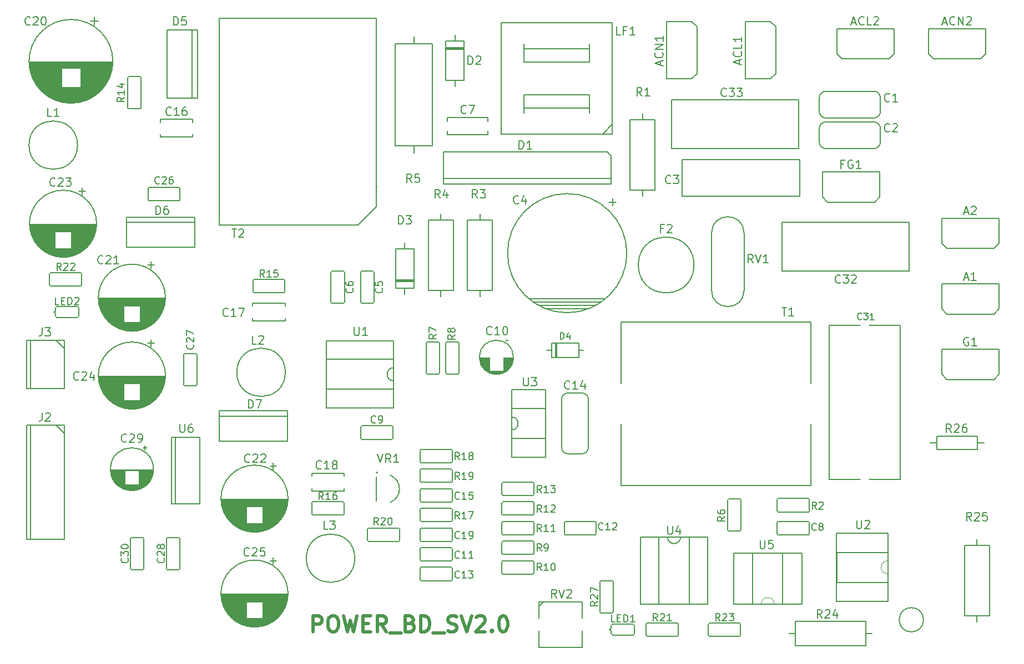
<source format=gbr>
%TF.GenerationSoftware,KiCad,Pcbnew,9.0.7*%
%TF.CreationDate,2026-02-24T00:50:47+09:00*%
%TF.ProjectId,POWER_BD_SV3,504f5745-525f-4424-945f-5356332e6b69,rev?*%
%TF.SameCoordinates,Original*%
%TF.FileFunction,Legend,Top*%
%TF.FilePolarity,Positive*%
%FSLAX46Y46*%
G04 Gerber Fmt 4.6, Leading zero omitted, Abs format (unit mm)*
G04 Created by KiCad (PCBNEW 9.0.7) date 2026-02-24 00:50:47*
%MOMM*%
%LPD*%
G01*
G04 APERTURE LIST*
%ADD10C,0.480000*%
%ADD11C,0.200000*%
%ADD12C,0.180000*%
%ADD13C,0.150000*%
%ADD14C,0.120000*%
%ADD15C,0.100000*%
G04 APERTURE END LIST*
D10*
X44717217Y3188674D02*
X44717217Y5588674D01*
X44717217Y5588674D02*
X45631503Y5588674D01*
X45631503Y5588674D02*
X45860074Y5474388D01*
X45860074Y5474388D02*
X45974360Y5360102D01*
X45974360Y5360102D02*
X46088646Y5131531D01*
X46088646Y5131531D02*
X46088646Y4788674D01*
X46088646Y4788674D02*
X45974360Y4560102D01*
X45974360Y4560102D02*
X45860074Y4445817D01*
X45860074Y4445817D02*
X45631503Y4331531D01*
X45631503Y4331531D02*
X44717217Y4331531D01*
X47574360Y5588674D02*
X48031503Y5588674D01*
X48031503Y5588674D02*
X48260074Y5474388D01*
X48260074Y5474388D02*
X48488646Y5245817D01*
X48488646Y5245817D02*
X48602931Y4788674D01*
X48602931Y4788674D02*
X48602931Y3988674D01*
X48602931Y3988674D02*
X48488646Y3531531D01*
X48488646Y3531531D02*
X48260074Y3302960D01*
X48260074Y3302960D02*
X48031503Y3188674D01*
X48031503Y3188674D02*
X47574360Y3188674D01*
X47574360Y3188674D02*
X47345789Y3302960D01*
X47345789Y3302960D02*
X47117217Y3531531D01*
X47117217Y3531531D02*
X47002931Y3988674D01*
X47002931Y3988674D02*
X47002931Y4788674D01*
X47002931Y4788674D02*
X47117217Y5245817D01*
X47117217Y5245817D02*
X47345789Y5474388D01*
X47345789Y5474388D02*
X47574360Y5588674D01*
X49402932Y5588674D02*
X49974360Y3188674D01*
X49974360Y3188674D02*
X50431503Y4902960D01*
X50431503Y4902960D02*
X50888646Y3188674D01*
X50888646Y3188674D02*
X51460075Y5588674D01*
X52374360Y4445817D02*
X53174360Y4445817D01*
X53517217Y3188674D02*
X52374360Y3188674D01*
X52374360Y3188674D02*
X52374360Y5588674D01*
X52374360Y5588674D02*
X53517217Y5588674D01*
X55917218Y3188674D02*
X55117218Y4331531D01*
X54545789Y3188674D02*
X54545789Y5588674D01*
X54545789Y5588674D02*
X55460075Y5588674D01*
X55460075Y5588674D02*
X55688646Y5474388D01*
X55688646Y5474388D02*
X55802932Y5360102D01*
X55802932Y5360102D02*
X55917218Y5131531D01*
X55917218Y5131531D02*
X55917218Y4788674D01*
X55917218Y4788674D02*
X55802932Y4560102D01*
X55802932Y4560102D02*
X55688646Y4445817D01*
X55688646Y4445817D02*
X55460075Y4331531D01*
X55460075Y4331531D02*
X54545789Y4331531D01*
X56374361Y2960102D02*
X58202932Y2960102D01*
X59574360Y4445817D02*
X59917217Y4331531D01*
X59917217Y4331531D02*
X60031503Y4217245D01*
X60031503Y4217245D02*
X60145789Y3988674D01*
X60145789Y3988674D02*
X60145789Y3645817D01*
X60145789Y3645817D02*
X60031503Y3417245D01*
X60031503Y3417245D02*
X59917217Y3302960D01*
X59917217Y3302960D02*
X59688646Y3188674D01*
X59688646Y3188674D02*
X58774360Y3188674D01*
X58774360Y3188674D02*
X58774360Y5588674D01*
X58774360Y5588674D02*
X59574360Y5588674D01*
X59574360Y5588674D02*
X59802932Y5474388D01*
X59802932Y5474388D02*
X59917217Y5360102D01*
X59917217Y5360102D02*
X60031503Y5131531D01*
X60031503Y5131531D02*
X60031503Y4902960D01*
X60031503Y4902960D02*
X59917217Y4674388D01*
X59917217Y4674388D02*
X59802932Y4560102D01*
X59802932Y4560102D02*
X59574360Y4445817D01*
X59574360Y4445817D02*
X58774360Y4445817D01*
X61174360Y3188674D02*
X61174360Y5588674D01*
X61174360Y5588674D02*
X61745789Y5588674D01*
X61745789Y5588674D02*
X62088646Y5474388D01*
X62088646Y5474388D02*
X62317217Y5245817D01*
X62317217Y5245817D02*
X62431503Y5017245D01*
X62431503Y5017245D02*
X62545789Y4560102D01*
X62545789Y4560102D02*
X62545789Y4217245D01*
X62545789Y4217245D02*
X62431503Y3760102D01*
X62431503Y3760102D02*
X62317217Y3531531D01*
X62317217Y3531531D02*
X62088646Y3302960D01*
X62088646Y3302960D02*
X61745789Y3188674D01*
X61745789Y3188674D02*
X61174360Y3188674D01*
X63002932Y2960102D02*
X64831503Y2960102D01*
X65288645Y3302960D02*
X65631503Y3188674D01*
X65631503Y3188674D02*
X66202931Y3188674D01*
X66202931Y3188674D02*
X66431503Y3302960D01*
X66431503Y3302960D02*
X66545788Y3417245D01*
X66545788Y3417245D02*
X66660074Y3645817D01*
X66660074Y3645817D02*
X66660074Y3874388D01*
X66660074Y3874388D02*
X66545788Y4102960D01*
X66545788Y4102960D02*
X66431503Y4217245D01*
X66431503Y4217245D02*
X66202931Y4331531D01*
X66202931Y4331531D02*
X65745788Y4445817D01*
X65745788Y4445817D02*
X65517217Y4560102D01*
X65517217Y4560102D02*
X65402931Y4674388D01*
X65402931Y4674388D02*
X65288645Y4902960D01*
X65288645Y4902960D02*
X65288645Y5131531D01*
X65288645Y5131531D02*
X65402931Y5360102D01*
X65402931Y5360102D02*
X65517217Y5474388D01*
X65517217Y5474388D02*
X65745788Y5588674D01*
X65745788Y5588674D02*
X66317217Y5588674D01*
X66317217Y5588674D02*
X66660074Y5474388D01*
X67345788Y5588674D02*
X68145788Y3188674D01*
X68145788Y3188674D02*
X68945788Y5588674D01*
X69631502Y5360102D02*
X69745788Y5474388D01*
X69745788Y5474388D02*
X69974360Y5588674D01*
X69974360Y5588674D02*
X70545788Y5588674D01*
X70545788Y5588674D02*
X70774360Y5474388D01*
X70774360Y5474388D02*
X70888645Y5360102D01*
X70888645Y5360102D02*
X71002931Y5131531D01*
X71002931Y5131531D02*
X71002931Y4902960D01*
X71002931Y4902960D02*
X70888645Y4560102D01*
X70888645Y4560102D02*
X69517217Y3188674D01*
X69517217Y3188674D02*
X71002931Y3188674D01*
X72031502Y3417245D02*
X72145788Y3302960D01*
X72145788Y3302960D02*
X72031502Y3188674D01*
X72031502Y3188674D02*
X71917216Y3302960D01*
X71917216Y3302960D02*
X72031502Y3417245D01*
X72031502Y3417245D02*
X72031502Y3188674D01*
X73631502Y5588674D02*
X73860073Y5588674D01*
X73860073Y5588674D02*
X74088645Y5474388D01*
X74088645Y5474388D02*
X74202931Y5360102D01*
X74202931Y5360102D02*
X74317216Y5131531D01*
X74317216Y5131531D02*
X74431502Y4674388D01*
X74431502Y4674388D02*
X74431502Y4102960D01*
X74431502Y4102960D02*
X74317216Y3645817D01*
X74317216Y3645817D02*
X74202931Y3417245D01*
X74202931Y3417245D02*
X74088645Y3302960D01*
X74088645Y3302960D02*
X73860073Y3188674D01*
X73860073Y3188674D02*
X73631502Y3188674D01*
X73631502Y3188674D02*
X73402931Y3302960D01*
X73402931Y3302960D02*
X73288645Y3417245D01*
X73288645Y3417245D02*
X73174359Y3645817D01*
X73174359Y3645817D02*
X73060073Y4102960D01*
X73060073Y4102960D02*
X73060073Y4674388D01*
X73060073Y4674388D02*
X73174359Y5131531D01*
X73174359Y5131531D02*
X73288645Y5360102D01*
X73288645Y5360102D02*
X73402931Y5474388D01*
X73402931Y5474388D02*
X73631502Y5588674D01*
D11*
X91644047Y94322873D02*
X91039285Y94322873D01*
X91039285Y94322873D02*
X91039285Y95592873D01*
X92490714Y94988111D02*
X92067380Y94988111D01*
X92067380Y94322873D02*
X92067380Y95592873D01*
X92067380Y95592873D02*
X92672142Y95592873D01*
X93821190Y94322873D02*
X93095475Y94322873D01*
X93458332Y94322873D02*
X93458332Y95592873D01*
X93458332Y95592873D02*
X93337380Y95411445D01*
X93337380Y95411445D02*
X93216428Y95290492D01*
X93216428Y95290492D02*
X93095475Y95230016D01*
X81889518Y8355663D02*
X81466184Y8960425D01*
X81163803Y8355663D02*
X81163803Y9625663D01*
X81163803Y9625663D02*
X81647613Y9625663D01*
X81647613Y9625663D02*
X81768565Y9565187D01*
X81768565Y9565187D02*
X81829042Y9504711D01*
X81829042Y9504711D02*
X81889518Y9383759D01*
X81889518Y9383759D02*
X81889518Y9202330D01*
X81889518Y9202330D02*
X81829042Y9081378D01*
X81829042Y9081378D02*
X81768565Y9020901D01*
X81768565Y9020901D02*
X81647613Y8960425D01*
X81647613Y8960425D02*
X81163803Y8960425D01*
X82252375Y9625663D02*
X82675708Y8355663D01*
X82675708Y8355663D02*
X83099042Y9625663D01*
X83461898Y9504711D02*
X83522374Y9565187D01*
X83522374Y9565187D02*
X83643327Y9625663D01*
X83643327Y9625663D02*
X83945708Y9625663D01*
X83945708Y9625663D02*
X84066660Y9565187D01*
X84066660Y9565187D02*
X84127136Y9504711D01*
X84127136Y9504711D02*
X84187613Y9383759D01*
X84187613Y9383759D02*
X84187613Y9262806D01*
X84187613Y9262806D02*
X84127136Y9081378D01*
X84127136Y9081378D02*
X83401422Y8355663D01*
X83401422Y8355663D02*
X84187613Y8355663D01*
X76832380Y41977873D02*
X76832380Y40949778D01*
X76832380Y40949778D02*
X76892857Y40828826D01*
X76892857Y40828826D02*
X76953333Y40768350D01*
X76953333Y40768350D02*
X77074285Y40707873D01*
X77074285Y40707873D02*
X77316190Y40707873D01*
X77316190Y40707873D02*
X77437142Y40768350D01*
X77437142Y40768350D02*
X77497619Y40828826D01*
X77497619Y40828826D02*
X77558095Y40949778D01*
X77558095Y40949778D02*
X77558095Y41977873D01*
X78041904Y41977873D02*
X78828095Y41977873D01*
X78828095Y41977873D02*
X78404761Y41494064D01*
X78404761Y41494064D02*
X78586190Y41494064D01*
X78586190Y41494064D02*
X78707142Y41433588D01*
X78707142Y41433588D02*
X78767618Y41373111D01*
X78767618Y41373111D02*
X78828095Y41252159D01*
X78828095Y41252159D02*
X78828095Y40949778D01*
X78828095Y40949778D02*
X78767618Y40828826D01*
X78767618Y40828826D02*
X78707142Y40768350D01*
X78707142Y40768350D02*
X78586190Y40707873D01*
X78586190Y40707873D02*
X78223333Y40707873D01*
X78223333Y40707873D02*
X78102380Y40768350D01*
X78102380Y40768350D02*
X78041904Y40828826D01*
X99288333Y71743826D02*
X99227857Y71683350D01*
X99227857Y71683350D02*
X99046428Y71622873D01*
X99046428Y71622873D02*
X98925476Y71622873D01*
X98925476Y71622873D02*
X98744047Y71683350D01*
X98744047Y71683350D02*
X98623095Y71804302D01*
X98623095Y71804302D02*
X98562618Y71925254D01*
X98562618Y71925254D02*
X98502142Y72167159D01*
X98502142Y72167159D02*
X98502142Y72348588D01*
X98502142Y72348588D02*
X98562618Y72590492D01*
X98562618Y72590492D02*
X98623095Y72711445D01*
X98623095Y72711445D02*
X98744047Y72832397D01*
X98744047Y72832397D02*
X98925476Y72892873D01*
X98925476Y72892873D02*
X99046428Y72892873D01*
X99046428Y72892873D02*
X99227857Y72832397D01*
X99227857Y72832397D02*
X99288333Y72771921D01*
X99711666Y72892873D02*
X100497857Y72892873D01*
X100497857Y72892873D02*
X100074523Y72409064D01*
X100074523Y72409064D02*
X100255952Y72409064D01*
X100255952Y72409064D02*
X100376904Y72348588D01*
X100376904Y72348588D02*
X100437380Y72288111D01*
X100437380Y72288111D02*
X100497857Y72167159D01*
X100497857Y72167159D02*
X100497857Y71864778D01*
X100497857Y71864778D02*
X100437380Y71743826D01*
X100437380Y71743826D02*
X100376904Y71683350D01*
X100376904Y71683350D02*
X100255952Y71622873D01*
X100255952Y71622873D02*
X99893095Y71622873D01*
X99893095Y71622873D02*
X99772142Y71683350D01*
X99772142Y71683350D02*
X99711666Y71743826D01*
D12*
X121516667Y21900479D02*
X121150000Y22424288D01*
X120888095Y21900479D02*
X120888095Y23000479D01*
X120888095Y23000479D02*
X121307143Y23000479D01*
X121307143Y23000479D02*
X121411905Y22948098D01*
X121411905Y22948098D02*
X121464286Y22895717D01*
X121464286Y22895717D02*
X121516667Y22790955D01*
X121516667Y22790955D02*
X121516667Y22633812D01*
X121516667Y22633812D02*
X121464286Y22529050D01*
X121464286Y22529050D02*
X121411905Y22476669D01*
X121411905Y22476669D02*
X121307143Y22424288D01*
X121307143Y22424288D02*
X120888095Y22424288D01*
X121935714Y22895717D02*
X121988095Y22948098D01*
X121988095Y22948098D02*
X122092857Y23000479D01*
X122092857Y23000479D02*
X122354762Y23000479D01*
X122354762Y23000479D02*
X122459524Y22948098D01*
X122459524Y22948098D02*
X122511905Y22895717D01*
X122511905Y22895717D02*
X122564286Y22790955D01*
X122564286Y22790955D02*
X122564286Y22686193D01*
X122564286Y22686193D02*
X122511905Y22529050D01*
X122511905Y22529050D02*
X121883333Y21900479D01*
X121883333Y21900479D02*
X122564286Y21900479D01*
D11*
X46988333Y18822873D02*
X46383571Y18822873D01*
X46383571Y18822873D02*
X46383571Y20092873D01*
X47290714Y20092873D02*
X48076905Y20092873D01*
X48076905Y20092873D02*
X47653571Y19609064D01*
X47653571Y19609064D02*
X47835000Y19609064D01*
X47835000Y19609064D02*
X47955952Y19548588D01*
X47955952Y19548588D02*
X48016428Y19488111D01*
X48016428Y19488111D02*
X48076905Y19367159D01*
X48076905Y19367159D02*
X48076905Y19064778D01*
X48076905Y19064778D02*
X48016428Y18943826D01*
X48016428Y18943826D02*
X47955952Y18883350D01*
X47955952Y18883350D02*
X47835000Y18822873D01*
X47835000Y18822873D02*
X47472143Y18822873D01*
X47472143Y18822873D02*
X47351190Y18883350D01*
X47351190Y18883350D02*
X47290714Y18943826D01*
D12*
X106792857Y4850479D02*
X106426190Y5374288D01*
X106164285Y4850479D02*
X106164285Y5950479D01*
X106164285Y5950479D02*
X106583333Y5950479D01*
X106583333Y5950479D02*
X106688095Y5898098D01*
X106688095Y5898098D02*
X106740476Y5845717D01*
X106740476Y5845717D02*
X106792857Y5740955D01*
X106792857Y5740955D02*
X106792857Y5583812D01*
X106792857Y5583812D02*
X106740476Y5479050D01*
X106740476Y5479050D02*
X106688095Y5426669D01*
X106688095Y5426669D02*
X106583333Y5374288D01*
X106583333Y5374288D02*
X106164285Y5374288D01*
X107211904Y5845717D02*
X107264285Y5898098D01*
X107264285Y5898098D02*
X107369047Y5950479D01*
X107369047Y5950479D02*
X107630952Y5950479D01*
X107630952Y5950479D02*
X107735714Y5898098D01*
X107735714Y5898098D02*
X107788095Y5845717D01*
X107788095Y5845717D02*
X107840476Y5740955D01*
X107840476Y5740955D02*
X107840476Y5636193D01*
X107840476Y5636193D02*
X107788095Y5479050D01*
X107788095Y5479050D02*
X107159523Y4850479D01*
X107159523Y4850479D02*
X107840476Y4850479D01*
X108207142Y5950479D02*
X108888095Y5950479D01*
X108888095Y5950479D02*
X108521428Y5531431D01*
X108521428Y5531431D02*
X108678571Y5531431D01*
X108678571Y5531431D02*
X108783333Y5479050D01*
X108783333Y5479050D02*
X108835714Y5426669D01*
X108835714Y5426669D02*
X108888095Y5321907D01*
X108888095Y5321907D02*
X108888095Y5060002D01*
X108888095Y5060002D02*
X108835714Y4955240D01*
X108835714Y4955240D02*
X108783333Y4902860D01*
X108783333Y4902860D02*
X108678571Y4850479D01*
X108678571Y4850479D02*
X108364285Y4850479D01*
X108364285Y4850479D02*
X108259523Y4902860D01*
X108259523Y4902860D02*
X108207142Y4955240D01*
D11*
X45983571Y28143826D02*
X45923095Y28083350D01*
X45923095Y28083350D02*
X45741666Y28022873D01*
X45741666Y28022873D02*
X45620714Y28022873D01*
X45620714Y28022873D02*
X45439285Y28083350D01*
X45439285Y28083350D02*
X45318333Y28204302D01*
X45318333Y28204302D02*
X45257856Y28325254D01*
X45257856Y28325254D02*
X45197380Y28567159D01*
X45197380Y28567159D02*
X45197380Y28748588D01*
X45197380Y28748588D02*
X45257856Y28990492D01*
X45257856Y28990492D02*
X45318333Y29111445D01*
X45318333Y29111445D02*
X45439285Y29232397D01*
X45439285Y29232397D02*
X45620714Y29292873D01*
X45620714Y29292873D02*
X45741666Y29292873D01*
X45741666Y29292873D02*
X45923095Y29232397D01*
X45923095Y29232397D02*
X45983571Y29171921D01*
X47193095Y28022873D02*
X46467380Y28022873D01*
X46830237Y28022873D02*
X46830237Y29292873D01*
X46830237Y29292873D02*
X46709285Y29111445D01*
X46709285Y29111445D02*
X46588333Y28990492D01*
X46588333Y28990492D02*
X46467380Y28930016D01*
X47918809Y28748588D02*
X47797857Y28809064D01*
X47797857Y28809064D02*
X47737380Y28869540D01*
X47737380Y28869540D02*
X47676904Y28990492D01*
X47676904Y28990492D02*
X47676904Y29050969D01*
X47676904Y29050969D02*
X47737380Y29171921D01*
X47737380Y29171921D02*
X47797857Y29232397D01*
X47797857Y29232397D02*
X47918809Y29292873D01*
X47918809Y29292873D02*
X48160714Y29292873D01*
X48160714Y29292873D02*
X48281666Y29232397D01*
X48281666Y29232397D02*
X48342142Y29171921D01*
X48342142Y29171921D02*
X48402619Y29050969D01*
X48402619Y29050969D02*
X48402619Y28990492D01*
X48402619Y28990492D02*
X48342142Y28869540D01*
X48342142Y28869540D02*
X48281666Y28809064D01*
X48281666Y28809064D02*
X48160714Y28748588D01*
X48160714Y28748588D02*
X47918809Y28748588D01*
X47918809Y28748588D02*
X47797857Y28688111D01*
X47797857Y28688111D02*
X47737380Y28627635D01*
X47737380Y28627635D02*
X47676904Y28506683D01*
X47676904Y28506683D02*
X47676904Y28264778D01*
X47676904Y28264778D02*
X47737380Y28143826D01*
X47737380Y28143826D02*
X47797857Y28083350D01*
X47797857Y28083350D02*
X47918809Y28022873D01*
X47918809Y28022873D02*
X48160714Y28022873D01*
X48160714Y28022873D02*
X48281666Y28083350D01*
X48281666Y28083350D02*
X48342142Y28143826D01*
X48342142Y28143826D02*
X48402619Y28264778D01*
X48402619Y28264778D02*
X48402619Y28506683D01*
X48402619Y28506683D02*
X48342142Y28627635D01*
X48342142Y28627635D02*
X48281666Y28688111D01*
X48281666Y28688111D02*
X48160714Y28748588D01*
X107783571Y85043826D02*
X107723095Y84983350D01*
X107723095Y84983350D02*
X107541666Y84922873D01*
X107541666Y84922873D02*
X107420714Y84922873D01*
X107420714Y84922873D02*
X107239285Y84983350D01*
X107239285Y84983350D02*
X107118333Y85104302D01*
X107118333Y85104302D02*
X107057856Y85225254D01*
X107057856Y85225254D02*
X106997380Y85467159D01*
X106997380Y85467159D02*
X106997380Y85648588D01*
X106997380Y85648588D02*
X107057856Y85890492D01*
X107057856Y85890492D02*
X107118333Y86011445D01*
X107118333Y86011445D02*
X107239285Y86132397D01*
X107239285Y86132397D02*
X107420714Y86192873D01*
X107420714Y86192873D02*
X107541666Y86192873D01*
X107541666Y86192873D02*
X107723095Y86132397D01*
X107723095Y86132397D02*
X107783571Y86071921D01*
X108206904Y86192873D02*
X108993095Y86192873D01*
X108993095Y86192873D02*
X108569761Y85709064D01*
X108569761Y85709064D02*
X108751190Y85709064D01*
X108751190Y85709064D02*
X108872142Y85648588D01*
X108872142Y85648588D02*
X108932618Y85588111D01*
X108932618Y85588111D02*
X108993095Y85467159D01*
X108993095Y85467159D02*
X108993095Y85164778D01*
X108993095Y85164778D02*
X108932618Y85043826D01*
X108932618Y85043826D02*
X108872142Y84983350D01*
X108872142Y84983350D02*
X108751190Y84922873D01*
X108751190Y84922873D02*
X108388333Y84922873D01*
X108388333Y84922873D02*
X108267380Y84983350D01*
X108267380Y84983350D02*
X108206904Y85043826D01*
X109416428Y86192873D02*
X110202619Y86192873D01*
X110202619Y86192873D02*
X109779285Y85709064D01*
X109779285Y85709064D02*
X109960714Y85709064D01*
X109960714Y85709064D02*
X110081666Y85648588D01*
X110081666Y85648588D02*
X110142142Y85588111D01*
X110142142Y85588111D02*
X110202619Y85467159D01*
X110202619Y85467159D02*
X110202619Y85164778D01*
X110202619Y85164778D02*
X110142142Y85043826D01*
X110142142Y85043826D02*
X110081666Y84983350D01*
X110081666Y84983350D02*
X109960714Y84922873D01*
X109960714Y84922873D02*
X109597857Y84922873D01*
X109597857Y84922873D02*
X109476904Y84983350D01*
X109476904Y84983350D02*
X109416428Y85043826D01*
X24432380Y34892873D02*
X24432380Y33864778D01*
X24432380Y33864778D02*
X24492857Y33743826D01*
X24492857Y33743826D02*
X24553333Y33683350D01*
X24553333Y33683350D02*
X24674285Y33622873D01*
X24674285Y33622873D02*
X24916190Y33622873D01*
X24916190Y33622873D02*
X25037142Y33683350D01*
X25037142Y33683350D02*
X25097619Y33743826D01*
X25097619Y33743826D02*
X25158095Y33864778D01*
X25158095Y33864778D02*
X25158095Y34892873D01*
X26307142Y34892873D02*
X26065237Y34892873D01*
X26065237Y34892873D02*
X25944285Y34832397D01*
X25944285Y34832397D02*
X25883809Y34771921D01*
X25883809Y34771921D02*
X25762856Y34590492D01*
X25762856Y34590492D02*
X25702380Y34348588D01*
X25702380Y34348588D02*
X25702380Y33864778D01*
X25702380Y33864778D02*
X25762856Y33743826D01*
X25762856Y33743826D02*
X25823333Y33683350D01*
X25823333Y33683350D02*
X25944285Y33622873D01*
X25944285Y33622873D02*
X26186190Y33622873D01*
X26186190Y33622873D02*
X26307142Y33683350D01*
X26307142Y33683350D02*
X26367618Y33743826D01*
X26367618Y33743826D02*
X26428095Y33864778D01*
X26428095Y33864778D02*
X26428095Y34167159D01*
X26428095Y34167159D02*
X26367618Y34288111D01*
X26367618Y34288111D02*
X26307142Y34348588D01*
X26307142Y34348588D02*
X26186190Y34409064D01*
X26186190Y34409064D02*
X25944285Y34409064D01*
X25944285Y34409064D02*
X25823333Y34348588D01*
X25823333Y34348588D02*
X25762856Y34288111D01*
X25762856Y34288111D02*
X25702380Y34167159D01*
D12*
X67052857Y11465240D02*
X67000476Y11412860D01*
X67000476Y11412860D02*
X66843333Y11360479D01*
X66843333Y11360479D02*
X66738571Y11360479D01*
X66738571Y11360479D02*
X66581428Y11412860D01*
X66581428Y11412860D02*
X66476666Y11517621D01*
X66476666Y11517621D02*
X66424285Y11622383D01*
X66424285Y11622383D02*
X66371904Y11831907D01*
X66371904Y11831907D02*
X66371904Y11989050D01*
X66371904Y11989050D02*
X66424285Y12198574D01*
X66424285Y12198574D02*
X66476666Y12303336D01*
X66476666Y12303336D02*
X66581428Y12408098D01*
X66581428Y12408098D02*
X66738571Y12460479D01*
X66738571Y12460479D02*
X66843333Y12460479D01*
X66843333Y12460479D02*
X67000476Y12408098D01*
X67000476Y12408098D02*
X67052857Y12355717D01*
X68100476Y11360479D02*
X67471904Y11360479D01*
X67786190Y11360479D02*
X67786190Y12460479D01*
X67786190Y12460479D02*
X67681428Y12303336D01*
X67681428Y12303336D02*
X67576666Y12198574D01*
X67576666Y12198574D02*
X67471904Y12146193D01*
X68467142Y12460479D02*
X69148095Y12460479D01*
X69148095Y12460479D02*
X68781428Y12041431D01*
X68781428Y12041431D02*
X68938571Y12041431D01*
X68938571Y12041431D02*
X69043333Y11989050D01*
X69043333Y11989050D02*
X69095714Y11936669D01*
X69095714Y11936669D02*
X69148095Y11831907D01*
X69148095Y11831907D02*
X69148095Y11570002D01*
X69148095Y11570002D02*
X69095714Y11465240D01*
X69095714Y11465240D02*
X69043333Y11412860D01*
X69043333Y11412860D02*
X68938571Y11360479D01*
X68938571Y11360479D02*
X68624285Y11360479D01*
X68624285Y11360479D02*
X68519523Y11412860D01*
X68519523Y11412860D02*
X68467142Y11465240D01*
D11*
X12683571Y59493826D02*
X12623095Y59433350D01*
X12623095Y59433350D02*
X12441666Y59372873D01*
X12441666Y59372873D02*
X12320714Y59372873D01*
X12320714Y59372873D02*
X12139285Y59433350D01*
X12139285Y59433350D02*
X12018333Y59554302D01*
X12018333Y59554302D02*
X11957856Y59675254D01*
X11957856Y59675254D02*
X11897380Y59917159D01*
X11897380Y59917159D02*
X11897380Y60098588D01*
X11897380Y60098588D02*
X11957856Y60340492D01*
X11957856Y60340492D02*
X12018333Y60461445D01*
X12018333Y60461445D02*
X12139285Y60582397D01*
X12139285Y60582397D02*
X12320714Y60642873D01*
X12320714Y60642873D02*
X12441666Y60642873D01*
X12441666Y60642873D02*
X12623095Y60582397D01*
X12623095Y60582397D02*
X12683571Y60521921D01*
X13167380Y60521921D02*
X13227856Y60582397D01*
X13227856Y60582397D02*
X13348809Y60642873D01*
X13348809Y60642873D02*
X13651190Y60642873D01*
X13651190Y60642873D02*
X13772142Y60582397D01*
X13772142Y60582397D02*
X13832618Y60521921D01*
X13832618Y60521921D02*
X13893095Y60400969D01*
X13893095Y60400969D02*
X13893095Y60280016D01*
X13893095Y60280016D02*
X13832618Y60098588D01*
X13832618Y60098588D02*
X13106904Y59372873D01*
X13106904Y59372873D02*
X13893095Y59372873D01*
X15102619Y59372873D02*
X14376904Y59372873D01*
X14739761Y59372873D02*
X14739761Y60642873D01*
X14739761Y60642873D02*
X14618809Y60461445D01*
X14618809Y60461445D02*
X14497857Y60340492D01*
X14497857Y60340492D02*
X14376904Y60280016D01*
X20762618Y66922873D02*
X20762618Y68192873D01*
X20762618Y68192873D02*
X21064999Y68192873D01*
X21064999Y68192873D02*
X21246428Y68132397D01*
X21246428Y68132397D02*
X21367380Y68011445D01*
X21367380Y68011445D02*
X21427857Y67890492D01*
X21427857Y67890492D02*
X21488333Y67648588D01*
X21488333Y67648588D02*
X21488333Y67467159D01*
X21488333Y67467159D02*
X21427857Y67225254D01*
X21427857Y67225254D02*
X21367380Y67104302D01*
X21367380Y67104302D02*
X21246428Y66983350D01*
X21246428Y66983350D02*
X21064999Y66922873D01*
X21064999Y66922873D02*
X20762618Y66922873D01*
X22576904Y68192873D02*
X22334999Y68192873D01*
X22334999Y68192873D02*
X22214047Y68132397D01*
X22214047Y68132397D02*
X22153571Y68071921D01*
X22153571Y68071921D02*
X22032618Y67890492D01*
X22032618Y67890492D02*
X21972142Y67648588D01*
X21972142Y67648588D02*
X21972142Y67164778D01*
X21972142Y67164778D02*
X22032618Y67043826D01*
X22032618Y67043826D02*
X22093095Y66983350D01*
X22093095Y66983350D02*
X22214047Y66922873D01*
X22214047Y66922873D02*
X22455952Y66922873D01*
X22455952Y66922873D02*
X22576904Y66983350D01*
X22576904Y66983350D02*
X22637380Y67043826D01*
X22637380Y67043826D02*
X22697857Y67164778D01*
X22697857Y67164778D02*
X22697857Y67467159D01*
X22697857Y67467159D02*
X22637380Y67588111D01*
X22637380Y67588111D02*
X22576904Y67648588D01*
X22576904Y67648588D02*
X22455952Y67709064D01*
X22455952Y67709064D02*
X22214047Y67709064D01*
X22214047Y67709064D02*
X22093095Y67648588D01*
X22093095Y67648588D02*
X22032618Y67588111D01*
X22032618Y67588111D02*
X21972142Y67467159D01*
D12*
X50744759Y55616667D02*
X50797140Y55564286D01*
X50797140Y55564286D02*
X50849520Y55407143D01*
X50849520Y55407143D02*
X50849520Y55302381D01*
X50849520Y55302381D02*
X50797140Y55145238D01*
X50797140Y55145238D02*
X50692378Y55040476D01*
X50692378Y55040476D02*
X50587616Y54988095D01*
X50587616Y54988095D02*
X50378092Y54935714D01*
X50378092Y54935714D02*
X50220949Y54935714D01*
X50220949Y54935714D02*
X50011425Y54988095D01*
X50011425Y54988095D02*
X49906663Y55040476D01*
X49906663Y55040476D02*
X49801901Y55145238D01*
X49801901Y55145238D02*
X49749520Y55302381D01*
X49749520Y55302381D02*
X49749520Y55407143D01*
X49749520Y55407143D02*
X49801901Y55564286D01*
X49801901Y55564286D02*
X49854282Y55616667D01*
X49749520Y56559524D02*
X49749520Y56350000D01*
X49749520Y56350000D02*
X49801901Y56245238D01*
X49801901Y56245238D02*
X49854282Y56192857D01*
X49854282Y56192857D02*
X50011425Y56088095D01*
X50011425Y56088095D02*
X50220949Y56035714D01*
X50220949Y56035714D02*
X50639997Y56035714D01*
X50639997Y56035714D02*
X50744759Y56088095D01*
X50744759Y56088095D02*
X50797140Y56140476D01*
X50797140Y56140476D02*
X50849520Y56245238D01*
X50849520Y56245238D02*
X50849520Y56454762D01*
X50849520Y56454762D02*
X50797140Y56559524D01*
X50797140Y56559524D02*
X50744759Y56611905D01*
X50744759Y56611905D02*
X50639997Y56664286D01*
X50639997Y56664286D02*
X50378092Y56664286D01*
X50378092Y56664286D02*
X50273330Y56611905D01*
X50273330Y56611905D02*
X50220949Y56559524D01*
X50220949Y56559524D02*
X50168568Y56454762D01*
X50168568Y56454762D02*
X50168568Y56245238D01*
X50168568Y56245238D02*
X50220949Y56140476D01*
X50220949Y56140476D02*
X50273330Y56088095D01*
X50273330Y56088095D02*
X50378092Y56035714D01*
D11*
X76162618Y76922873D02*
X76162618Y78192873D01*
X76162618Y78192873D02*
X76464999Y78192873D01*
X76464999Y78192873D02*
X76646428Y78132397D01*
X76646428Y78132397D02*
X76767380Y78011445D01*
X76767380Y78011445D02*
X76827857Y77890492D01*
X76827857Y77890492D02*
X76888333Y77648588D01*
X76888333Y77648588D02*
X76888333Y77467159D01*
X76888333Y77467159D02*
X76827857Y77225254D01*
X76827857Y77225254D02*
X76767380Y77104302D01*
X76767380Y77104302D02*
X76646428Y76983350D01*
X76646428Y76983350D02*
X76464999Y76922873D01*
X76464999Y76922873D02*
X76162618Y76922873D01*
X78097857Y76922873D02*
X77372142Y76922873D01*
X77734999Y76922873D02*
X77734999Y78192873D01*
X77734999Y78192873D02*
X77614047Y78011445D01*
X77614047Y78011445D02*
X77493095Y77890492D01*
X77493095Y77890492D02*
X77372142Y77830016D01*
X3376667Y36592873D02*
X3376667Y35685730D01*
X3376667Y35685730D02*
X3316190Y35504302D01*
X3316190Y35504302D02*
X3195238Y35383350D01*
X3195238Y35383350D02*
X3013809Y35322873D01*
X3013809Y35322873D02*
X2892857Y35322873D01*
X3920952Y36471921D02*
X3981428Y36532397D01*
X3981428Y36532397D02*
X4102381Y36592873D01*
X4102381Y36592873D02*
X4404762Y36592873D01*
X4404762Y36592873D02*
X4525714Y36532397D01*
X4525714Y36532397D02*
X4586190Y36471921D01*
X4586190Y36471921D02*
X4646667Y36350969D01*
X4646667Y36350969D02*
X4646667Y36230016D01*
X4646667Y36230016D02*
X4586190Y36048588D01*
X4586190Y36048588D02*
X3860476Y35322873D01*
X3860476Y35322873D02*
X4646667Y35322873D01*
D12*
X54682857Y19500479D02*
X54316190Y20024288D01*
X54054285Y19500479D02*
X54054285Y20600479D01*
X54054285Y20600479D02*
X54473333Y20600479D01*
X54473333Y20600479D02*
X54578095Y20548098D01*
X54578095Y20548098D02*
X54630476Y20495717D01*
X54630476Y20495717D02*
X54682857Y20390955D01*
X54682857Y20390955D02*
X54682857Y20233812D01*
X54682857Y20233812D02*
X54630476Y20129050D01*
X54630476Y20129050D02*
X54578095Y20076669D01*
X54578095Y20076669D02*
X54473333Y20024288D01*
X54473333Y20024288D02*
X54054285Y20024288D01*
X55101904Y20495717D02*
X55154285Y20548098D01*
X55154285Y20548098D02*
X55259047Y20600479D01*
X55259047Y20600479D02*
X55520952Y20600479D01*
X55520952Y20600479D02*
X55625714Y20548098D01*
X55625714Y20548098D02*
X55678095Y20495717D01*
X55678095Y20495717D02*
X55730476Y20390955D01*
X55730476Y20390955D02*
X55730476Y20286193D01*
X55730476Y20286193D02*
X55678095Y20129050D01*
X55678095Y20129050D02*
X55049523Y19500479D01*
X55049523Y19500479D02*
X55730476Y19500479D01*
X56411428Y20600479D02*
X56516190Y20600479D01*
X56516190Y20600479D02*
X56620952Y20548098D01*
X56620952Y20548098D02*
X56673333Y20495717D01*
X56673333Y20495717D02*
X56725714Y20390955D01*
X56725714Y20390955D02*
X56778095Y20181431D01*
X56778095Y20181431D02*
X56778095Y19919526D01*
X56778095Y19919526D02*
X56725714Y19710002D01*
X56725714Y19710002D02*
X56673333Y19605240D01*
X56673333Y19605240D02*
X56620952Y19552860D01*
X56620952Y19552860D02*
X56516190Y19500479D01*
X56516190Y19500479D02*
X56411428Y19500479D01*
X56411428Y19500479D02*
X56306666Y19552860D01*
X56306666Y19552860D02*
X56254285Y19605240D01*
X56254285Y19605240D02*
X56201904Y19710002D01*
X56201904Y19710002D02*
X56149523Y19919526D01*
X56149523Y19919526D02*
X56149523Y20181431D01*
X56149523Y20181431D02*
X56201904Y20390955D01*
X56201904Y20390955D02*
X56254285Y20495717D01*
X56254285Y20495717D02*
X56306666Y20548098D01*
X56306666Y20548098D02*
X56411428Y20600479D01*
X67052857Y23525240D02*
X67000476Y23472860D01*
X67000476Y23472860D02*
X66843333Y23420479D01*
X66843333Y23420479D02*
X66738571Y23420479D01*
X66738571Y23420479D02*
X66581428Y23472860D01*
X66581428Y23472860D02*
X66476666Y23577621D01*
X66476666Y23577621D02*
X66424285Y23682383D01*
X66424285Y23682383D02*
X66371904Y23891907D01*
X66371904Y23891907D02*
X66371904Y24049050D01*
X66371904Y24049050D02*
X66424285Y24258574D01*
X66424285Y24258574D02*
X66476666Y24363336D01*
X66476666Y24363336D02*
X66581428Y24468098D01*
X66581428Y24468098D02*
X66738571Y24520479D01*
X66738571Y24520479D02*
X66843333Y24520479D01*
X66843333Y24520479D02*
X67000476Y24468098D01*
X67000476Y24468098D02*
X67052857Y24415717D01*
X68100476Y23420479D02*
X67471904Y23420479D01*
X67786190Y23420479D02*
X67786190Y24520479D01*
X67786190Y24520479D02*
X67681428Y24363336D01*
X67681428Y24363336D02*
X67576666Y24258574D01*
X67576666Y24258574D02*
X67471904Y24206193D01*
X69095714Y24520479D02*
X68571904Y24520479D01*
X68571904Y24520479D02*
X68519523Y23996669D01*
X68519523Y23996669D02*
X68571904Y24049050D01*
X68571904Y24049050D02*
X68676666Y24101431D01*
X68676666Y24101431D02*
X68938571Y24101431D01*
X68938571Y24101431D02*
X69043333Y24049050D01*
X69043333Y24049050D02*
X69095714Y23996669D01*
X69095714Y23996669D02*
X69148095Y23891907D01*
X69148095Y23891907D02*
X69148095Y23630002D01*
X69148095Y23630002D02*
X69095714Y23525240D01*
X69095714Y23525240D02*
X69043333Y23472860D01*
X69043333Y23472860D02*
X68938571Y23420479D01*
X68938571Y23420479D02*
X68676666Y23420479D01*
X68676666Y23420479D02*
X68571904Y23472860D01*
X68571904Y23472860D02*
X68519523Y23525240D01*
D11*
X132688333Y79643826D02*
X132627857Y79583350D01*
X132627857Y79583350D02*
X132446428Y79522873D01*
X132446428Y79522873D02*
X132325476Y79522873D01*
X132325476Y79522873D02*
X132144047Y79583350D01*
X132144047Y79583350D02*
X132023095Y79704302D01*
X132023095Y79704302D02*
X131962618Y79825254D01*
X131962618Y79825254D02*
X131902142Y80067159D01*
X131902142Y80067159D02*
X131902142Y80248588D01*
X131902142Y80248588D02*
X131962618Y80490492D01*
X131962618Y80490492D02*
X132023095Y80611445D01*
X132023095Y80611445D02*
X132144047Y80732397D01*
X132144047Y80732397D02*
X132325476Y80792873D01*
X132325476Y80792873D02*
X132446428Y80792873D01*
X132446428Y80792873D02*
X132627857Y80732397D01*
X132627857Y80732397D02*
X132688333Y80671921D01*
X133172142Y80671921D02*
X133232618Y80732397D01*
X133232618Y80732397D02*
X133353571Y80792873D01*
X133353571Y80792873D02*
X133655952Y80792873D01*
X133655952Y80792873D02*
X133776904Y80732397D01*
X133776904Y80732397D02*
X133837380Y80671921D01*
X133837380Y80671921D02*
X133897857Y80550969D01*
X133897857Y80550969D02*
X133897857Y80430016D01*
X133897857Y80430016D02*
X133837380Y80248588D01*
X133837380Y80248588D02*
X133111666Y79522873D01*
X133111666Y79522873D02*
X133897857Y79522873D01*
X64088333Y69422873D02*
X63664999Y70027635D01*
X63362618Y69422873D02*
X63362618Y70692873D01*
X63362618Y70692873D02*
X63846428Y70692873D01*
X63846428Y70692873D02*
X63967380Y70632397D01*
X63967380Y70632397D02*
X64027857Y70571921D01*
X64027857Y70571921D02*
X64088333Y70450969D01*
X64088333Y70450969D02*
X64088333Y70269540D01*
X64088333Y70269540D02*
X64027857Y70148588D01*
X64027857Y70148588D02*
X63967380Y70088111D01*
X63967380Y70088111D02*
X63846428Y70027635D01*
X63846428Y70027635D02*
X63362618Y70027635D01*
X65176904Y70269540D02*
X65176904Y69422873D01*
X64874523Y70753350D02*
X64572142Y69846207D01*
X64572142Y69846207D02*
X65358333Y69846207D01*
X71983571Y48643826D02*
X71923095Y48583350D01*
X71923095Y48583350D02*
X71741666Y48522873D01*
X71741666Y48522873D02*
X71620714Y48522873D01*
X71620714Y48522873D02*
X71439285Y48583350D01*
X71439285Y48583350D02*
X71318333Y48704302D01*
X71318333Y48704302D02*
X71257856Y48825254D01*
X71257856Y48825254D02*
X71197380Y49067159D01*
X71197380Y49067159D02*
X71197380Y49248588D01*
X71197380Y49248588D02*
X71257856Y49490492D01*
X71257856Y49490492D02*
X71318333Y49611445D01*
X71318333Y49611445D02*
X71439285Y49732397D01*
X71439285Y49732397D02*
X71620714Y49792873D01*
X71620714Y49792873D02*
X71741666Y49792873D01*
X71741666Y49792873D02*
X71923095Y49732397D01*
X71923095Y49732397D02*
X71983571Y49671921D01*
X73193095Y48522873D02*
X72467380Y48522873D01*
X72830237Y48522873D02*
X72830237Y49792873D01*
X72830237Y49792873D02*
X72709285Y49611445D01*
X72709285Y49611445D02*
X72588333Y49490492D01*
X72588333Y49490492D02*
X72467380Y49430016D01*
X73979285Y49792873D02*
X74100238Y49792873D01*
X74100238Y49792873D02*
X74221190Y49732397D01*
X74221190Y49732397D02*
X74281666Y49671921D01*
X74281666Y49671921D02*
X74342142Y49550969D01*
X74342142Y49550969D02*
X74402619Y49309064D01*
X74402619Y49309064D02*
X74402619Y49006683D01*
X74402619Y49006683D02*
X74342142Y48764778D01*
X74342142Y48764778D02*
X74281666Y48643826D01*
X74281666Y48643826D02*
X74221190Y48583350D01*
X74221190Y48583350D02*
X74100238Y48522873D01*
X74100238Y48522873D02*
X73979285Y48522873D01*
X73979285Y48522873D02*
X73858333Y48583350D01*
X73858333Y48583350D02*
X73797857Y48643826D01*
X73797857Y48643826D02*
X73737380Y48764778D01*
X73737380Y48764778D02*
X73676904Y49006683D01*
X73676904Y49006683D02*
X73676904Y49309064D01*
X73676904Y49309064D02*
X73737380Y49550969D01*
X73737380Y49550969D02*
X73797857Y49671921D01*
X73797857Y49671921D02*
X73858333Y49732397D01*
X73858333Y49732397D02*
X73979285Y49792873D01*
X126908249Y96228930D02*
X127513011Y96228930D01*
X126787297Y95866073D02*
X127210630Y97136073D01*
X127210630Y97136073D02*
X127633964Y95866073D01*
X128783011Y95987026D02*
X128722535Y95926550D01*
X128722535Y95926550D02*
X128541106Y95866073D01*
X128541106Y95866073D02*
X128420154Y95866073D01*
X128420154Y95866073D02*
X128238725Y95926550D01*
X128238725Y95926550D02*
X128117773Y96047502D01*
X128117773Y96047502D02*
X128057296Y96168454D01*
X128057296Y96168454D02*
X127996820Y96410359D01*
X127996820Y96410359D02*
X127996820Y96591788D01*
X127996820Y96591788D02*
X128057296Y96833692D01*
X128057296Y96833692D02*
X128117773Y96954645D01*
X128117773Y96954645D02*
X128238725Y97075597D01*
X128238725Y97075597D02*
X128420154Y97136073D01*
X128420154Y97136073D02*
X128541106Y97136073D01*
X128541106Y97136073D02*
X128722535Y97075597D01*
X128722535Y97075597D02*
X128783011Y97015121D01*
X129932058Y95866073D02*
X129327296Y95866073D01*
X129327296Y95866073D02*
X129327296Y97136073D01*
X130294915Y97015121D02*
X130355391Y97075597D01*
X130355391Y97075597D02*
X130476344Y97136073D01*
X130476344Y97136073D02*
X130778725Y97136073D01*
X130778725Y97136073D02*
X130899677Y97075597D01*
X130899677Y97075597D02*
X130960153Y97015121D01*
X130960153Y97015121D02*
X131020630Y96894169D01*
X131020630Y96894169D02*
X131020630Y96773216D01*
X131020630Y96773216D02*
X130960153Y96591788D01*
X130960153Y96591788D02*
X130234439Y95866073D01*
X130234439Y95866073D02*
X131020630Y95866073D01*
D12*
X97292857Y4820479D02*
X96926190Y5344288D01*
X96664285Y4820479D02*
X96664285Y5920479D01*
X96664285Y5920479D02*
X97083333Y5920479D01*
X97083333Y5920479D02*
X97188095Y5868098D01*
X97188095Y5868098D02*
X97240476Y5815717D01*
X97240476Y5815717D02*
X97292857Y5710955D01*
X97292857Y5710955D02*
X97292857Y5553812D01*
X97292857Y5553812D02*
X97240476Y5449050D01*
X97240476Y5449050D02*
X97188095Y5396669D01*
X97188095Y5396669D02*
X97083333Y5344288D01*
X97083333Y5344288D02*
X96664285Y5344288D01*
X97711904Y5815717D02*
X97764285Y5868098D01*
X97764285Y5868098D02*
X97869047Y5920479D01*
X97869047Y5920479D02*
X98130952Y5920479D01*
X98130952Y5920479D02*
X98235714Y5868098D01*
X98235714Y5868098D02*
X98288095Y5815717D01*
X98288095Y5815717D02*
X98340476Y5710955D01*
X98340476Y5710955D02*
X98340476Y5606193D01*
X98340476Y5606193D02*
X98288095Y5449050D01*
X98288095Y5449050D02*
X97659523Y4820479D01*
X97659523Y4820479D02*
X98340476Y4820479D01*
X99388095Y4820479D02*
X98759523Y4820479D01*
X99073809Y4820479D02*
X99073809Y5920479D01*
X99073809Y5920479D02*
X98969047Y5763336D01*
X98969047Y5763336D02*
X98864285Y5658574D01*
X98864285Y5658574D02*
X98759523Y5606193D01*
D13*
X82461905Y47865180D02*
X82461905Y48865180D01*
X82461905Y48865180D02*
X82700000Y48865180D01*
X82700000Y48865180D02*
X82842857Y48817561D01*
X82842857Y48817561D02*
X82938095Y48722323D01*
X82938095Y48722323D02*
X82985714Y48627085D01*
X82985714Y48627085D02*
X83033333Y48436609D01*
X83033333Y48436609D02*
X83033333Y48293752D01*
X83033333Y48293752D02*
X82985714Y48103276D01*
X82985714Y48103276D02*
X82938095Y48008038D01*
X82938095Y48008038D02*
X82842857Y47912800D01*
X82842857Y47912800D02*
X82700000Y47865180D01*
X82700000Y47865180D02*
X82461905Y47865180D01*
X83890476Y48531847D02*
X83890476Y47865180D01*
X83652381Y48912800D02*
X83414286Y48198514D01*
X83414286Y48198514D02*
X84033333Y48198514D01*
D11*
X68088333Y82443826D02*
X68027857Y82383350D01*
X68027857Y82383350D02*
X67846428Y82322873D01*
X67846428Y82322873D02*
X67725476Y82322873D01*
X67725476Y82322873D02*
X67544047Y82383350D01*
X67544047Y82383350D02*
X67423095Y82504302D01*
X67423095Y82504302D02*
X67362618Y82625254D01*
X67362618Y82625254D02*
X67302142Y82867159D01*
X67302142Y82867159D02*
X67302142Y83048588D01*
X67302142Y83048588D02*
X67362618Y83290492D01*
X67362618Y83290492D02*
X67423095Y83411445D01*
X67423095Y83411445D02*
X67544047Y83532397D01*
X67544047Y83532397D02*
X67725476Y83592873D01*
X67725476Y83592873D02*
X67846428Y83592873D01*
X67846428Y83592873D02*
X68027857Y83532397D01*
X68027857Y83532397D02*
X68088333Y83471921D01*
X68511666Y83592873D02*
X69358333Y83592873D01*
X69358333Y83592873D02*
X68814047Y82322873D01*
X23083571Y82143826D02*
X23023095Y82083350D01*
X23023095Y82083350D02*
X22841666Y82022873D01*
X22841666Y82022873D02*
X22720714Y82022873D01*
X22720714Y82022873D02*
X22539285Y82083350D01*
X22539285Y82083350D02*
X22418333Y82204302D01*
X22418333Y82204302D02*
X22357856Y82325254D01*
X22357856Y82325254D02*
X22297380Y82567159D01*
X22297380Y82567159D02*
X22297380Y82748588D01*
X22297380Y82748588D02*
X22357856Y82990492D01*
X22357856Y82990492D02*
X22418333Y83111445D01*
X22418333Y83111445D02*
X22539285Y83232397D01*
X22539285Y83232397D02*
X22720714Y83292873D01*
X22720714Y83292873D02*
X22841666Y83292873D01*
X22841666Y83292873D02*
X23023095Y83232397D01*
X23023095Y83232397D02*
X23083571Y83171921D01*
X24293095Y82022873D02*
X23567380Y82022873D01*
X23930237Y82022873D02*
X23930237Y83292873D01*
X23930237Y83292873D02*
X23809285Y83111445D01*
X23809285Y83111445D02*
X23688333Y82990492D01*
X23688333Y82990492D02*
X23567380Y82930016D01*
X25381666Y83292873D02*
X25139761Y83292873D01*
X25139761Y83292873D02*
X25018809Y83232397D01*
X25018809Y83232397D02*
X24958333Y83171921D01*
X24958333Y83171921D02*
X24837380Y82990492D01*
X24837380Y82990492D02*
X24776904Y82748588D01*
X24776904Y82748588D02*
X24776904Y82264778D01*
X24776904Y82264778D02*
X24837380Y82143826D01*
X24837380Y82143826D02*
X24897857Y82083350D01*
X24897857Y82083350D02*
X25018809Y82022873D01*
X25018809Y82022873D02*
X25260714Y82022873D01*
X25260714Y82022873D02*
X25381666Y82083350D01*
X25381666Y82083350D02*
X25442142Y82143826D01*
X25442142Y82143826D02*
X25502619Y82264778D01*
X25502619Y82264778D02*
X25502619Y82567159D01*
X25502619Y82567159D02*
X25442142Y82688111D01*
X25442142Y82688111D02*
X25381666Y82748588D01*
X25381666Y82748588D02*
X25260714Y82809064D01*
X25260714Y82809064D02*
X25018809Y82809064D01*
X25018809Y82809064D02*
X24897857Y82748588D01*
X24897857Y82748588D02*
X24837380Y82688111D01*
X24837380Y82688111D02*
X24776904Y82567159D01*
X32332381Y64692873D02*
X33058095Y64692873D01*
X32695238Y63422873D02*
X32695238Y64692873D01*
X33420952Y64571921D02*
X33481428Y64632397D01*
X33481428Y64632397D02*
X33602381Y64692873D01*
X33602381Y64692873D02*
X33904762Y64692873D01*
X33904762Y64692873D02*
X34025714Y64632397D01*
X34025714Y64632397D02*
X34086190Y64571921D01*
X34086190Y64571921D02*
X34146667Y64450969D01*
X34146667Y64450969D02*
X34146667Y64330016D01*
X34146667Y64330016D02*
X34086190Y64148588D01*
X34086190Y64148588D02*
X33360476Y63422873D01*
X33360476Y63422873D02*
X34146667Y63422873D01*
D12*
X79572857Y12510479D02*
X79206190Y13034288D01*
X78944285Y12510479D02*
X78944285Y13610479D01*
X78944285Y13610479D02*
X79363333Y13610479D01*
X79363333Y13610479D02*
X79468095Y13558098D01*
X79468095Y13558098D02*
X79520476Y13505717D01*
X79520476Y13505717D02*
X79572857Y13400955D01*
X79572857Y13400955D02*
X79572857Y13243812D01*
X79572857Y13243812D02*
X79520476Y13139050D01*
X79520476Y13139050D02*
X79468095Y13086669D01*
X79468095Y13086669D02*
X79363333Y13034288D01*
X79363333Y13034288D02*
X78944285Y13034288D01*
X80620476Y12510479D02*
X79991904Y12510479D01*
X80306190Y12510479D02*
X80306190Y13610479D01*
X80306190Y13610479D02*
X80201428Y13453336D01*
X80201428Y13453336D02*
X80096666Y13348574D01*
X80096666Y13348574D02*
X79991904Y13296193D01*
X81301428Y13610479D02*
X81406190Y13610479D01*
X81406190Y13610479D02*
X81510952Y13558098D01*
X81510952Y13558098D02*
X81563333Y13505717D01*
X81563333Y13505717D02*
X81615714Y13400955D01*
X81615714Y13400955D02*
X81668095Y13191431D01*
X81668095Y13191431D02*
X81668095Y12929526D01*
X81668095Y12929526D02*
X81615714Y12720002D01*
X81615714Y12720002D02*
X81563333Y12615240D01*
X81563333Y12615240D02*
X81510952Y12562860D01*
X81510952Y12562860D02*
X81406190Y12510479D01*
X81406190Y12510479D02*
X81301428Y12510479D01*
X81301428Y12510479D02*
X81196666Y12562860D01*
X81196666Y12562860D02*
X81144285Y12615240D01*
X81144285Y12615240D02*
X81091904Y12720002D01*
X81091904Y12720002D02*
X81039523Y12929526D01*
X81039523Y12929526D02*
X81039523Y13191431D01*
X81039523Y13191431D02*
X81091904Y13400955D01*
X81091904Y13400955D02*
X81144285Y13505717D01*
X81144285Y13505717D02*
X81196666Y13558098D01*
X81196666Y13558098D02*
X81301428Y13610479D01*
X6292857Y58380479D02*
X5926190Y58904288D01*
X5664285Y58380479D02*
X5664285Y59480479D01*
X5664285Y59480479D02*
X6083333Y59480479D01*
X6083333Y59480479D02*
X6188095Y59428098D01*
X6188095Y59428098D02*
X6240476Y59375717D01*
X6240476Y59375717D02*
X6292857Y59270955D01*
X6292857Y59270955D02*
X6292857Y59113812D01*
X6292857Y59113812D02*
X6240476Y59009050D01*
X6240476Y59009050D02*
X6188095Y58956669D01*
X6188095Y58956669D02*
X6083333Y58904288D01*
X6083333Y58904288D02*
X5664285Y58904288D01*
X6711904Y59375717D02*
X6764285Y59428098D01*
X6764285Y59428098D02*
X6869047Y59480479D01*
X6869047Y59480479D02*
X7130952Y59480479D01*
X7130952Y59480479D02*
X7235714Y59428098D01*
X7235714Y59428098D02*
X7288095Y59375717D01*
X7288095Y59375717D02*
X7340476Y59270955D01*
X7340476Y59270955D02*
X7340476Y59166193D01*
X7340476Y59166193D02*
X7288095Y59009050D01*
X7288095Y59009050D02*
X6659523Y58380479D01*
X6659523Y58380479D02*
X7340476Y58380479D01*
X7759523Y59375717D02*
X7811904Y59428098D01*
X7811904Y59428098D02*
X7916666Y59480479D01*
X7916666Y59480479D02*
X8178571Y59480479D01*
X8178571Y59480479D02*
X8283333Y59428098D01*
X8283333Y59428098D02*
X8335714Y59375717D01*
X8335714Y59375717D02*
X8388095Y59270955D01*
X8388095Y59270955D02*
X8388095Y59166193D01*
X8388095Y59166193D02*
X8335714Y59009050D01*
X8335714Y59009050D02*
X7707142Y58380479D01*
X7707142Y58380479D02*
X8388095Y58380479D01*
X79572857Y18465479D02*
X79206190Y18989288D01*
X78944285Y18465479D02*
X78944285Y19565479D01*
X78944285Y19565479D02*
X79363333Y19565479D01*
X79363333Y19565479D02*
X79468095Y19513098D01*
X79468095Y19513098D02*
X79520476Y19460717D01*
X79520476Y19460717D02*
X79572857Y19355955D01*
X79572857Y19355955D02*
X79572857Y19198812D01*
X79572857Y19198812D02*
X79520476Y19094050D01*
X79520476Y19094050D02*
X79468095Y19041669D01*
X79468095Y19041669D02*
X79363333Y18989288D01*
X79363333Y18989288D02*
X78944285Y18989288D01*
X80620476Y18465479D02*
X79991904Y18465479D01*
X80306190Y18465479D02*
X80306190Y19565479D01*
X80306190Y19565479D02*
X80201428Y19408336D01*
X80201428Y19408336D02*
X80096666Y19303574D01*
X80096666Y19303574D02*
X79991904Y19251193D01*
X81668095Y18465479D02*
X81039523Y18465479D01*
X81353809Y18465479D02*
X81353809Y19565479D01*
X81353809Y19565479D02*
X81249047Y19408336D01*
X81249047Y19408336D02*
X81144285Y19303574D01*
X81144285Y19303574D02*
X81039523Y19251193D01*
D11*
X145183571Y20122873D02*
X144760237Y20727635D01*
X144457856Y20122873D02*
X144457856Y21392873D01*
X144457856Y21392873D02*
X144941666Y21392873D01*
X144941666Y21392873D02*
X145062618Y21332397D01*
X145062618Y21332397D02*
X145123095Y21271921D01*
X145123095Y21271921D02*
X145183571Y21150969D01*
X145183571Y21150969D02*
X145183571Y20969540D01*
X145183571Y20969540D02*
X145123095Y20848588D01*
X145123095Y20848588D02*
X145062618Y20788111D01*
X145062618Y20788111D02*
X144941666Y20727635D01*
X144941666Y20727635D02*
X144457856Y20727635D01*
X145667380Y21271921D02*
X145727856Y21332397D01*
X145727856Y21332397D02*
X145848809Y21392873D01*
X145848809Y21392873D02*
X146151190Y21392873D01*
X146151190Y21392873D02*
X146272142Y21332397D01*
X146272142Y21332397D02*
X146332618Y21271921D01*
X146332618Y21271921D02*
X146393095Y21150969D01*
X146393095Y21150969D02*
X146393095Y21030016D01*
X146393095Y21030016D02*
X146332618Y20848588D01*
X146332618Y20848588D02*
X145606904Y20122873D01*
X145606904Y20122873D02*
X146393095Y20122873D01*
X147542142Y21392873D02*
X146937380Y21392873D01*
X146937380Y21392873D02*
X146876904Y20788111D01*
X146876904Y20788111D02*
X146937380Y20848588D01*
X146937380Y20848588D02*
X147058333Y20909064D01*
X147058333Y20909064D02*
X147360714Y20909064D01*
X147360714Y20909064D02*
X147481666Y20848588D01*
X147481666Y20848588D02*
X147542142Y20788111D01*
X147542142Y20788111D02*
X147602619Y20667159D01*
X147602619Y20667159D02*
X147602619Y20364778D01*
X147602619Y20364778D02*
X147542142Y20243826D01*
X147542142Y20243826D02*
X147481666Y20183350D01*
X147481666Y20183350D02*
X147360714Y20122873D01*
X147360714Y20122873D02*
X147058333Y20122873D01*
X147058333Y20122873D02*
X146937380Y20183350D01*
X146937380Y20183350D02*
X146876904Y20243826D01*
X125183571Y56543826D02*
X125123095Y56483350D01*
X125123095Y56483350D02*
X124941666Y56422873D01*
X124941666Y56422873D02*
X124820714Y56422873D01*
X124820714Y56422873D02*
X124639285Y56483350D01*
X124639285Y56483350D02*
X124518333Y56604302D01*
X124518333Y56604302D02*
X124457856Y56725254D01*
X124457856Y56725254D02*
X124397380Y56967159D01*
X124397380Y56967159D02*
X124397380Y57148588D01*
X124397380Y57148588D02*
X124457856Y57390492D01*
X124457856Y57390492D02*
X124518333Y57511445D01*
X124518333Y57511445D02*
X124639285Y57632397D01*
X124639285Y57632397D02*
X124820714Y57692873D01*
X124820714Y57692873D02*
X124941666Y57692873D01*
X124941666Y57692873D02*
X125123095Y57632397D01*
X125123095Y57632397D02*
X125183571Y57571921D01*
X125606904Y57692873D02*
X126393095Y57692873D01*
X126393095Y57692873D02*
X125969761Y57209064D01*
X125969761Y57209064D02*
X126151190Y57209064D01*
X126151190Y57209064D02*
X126272142Y57148588D01*
X126272142Y57148588D02*
X126332618Y57088111D01*
X126332618Y57088111D02*
X126393095Y56967159D01*
X126393095Y56967159D02*
X126393095Y56664778D01*
X126393095Y56664778D02*
X126332618Y56543826D01*
X126332618Y56543826D02*
X126272142Y56483350D01*
X126272142Y56483350D02*
X126151190Y56422873D01*
X126151190Y56422873D02*
X125788333Y56422873D01*
X125788333Y56422873D02*
X125667380Y56483350D01*
X125667380Y56483350D02*
X125606904Y56543826D01*
X126876904Y57571921D02*
X126937380Y57632397D01*
X126937380Y57632397D02*
X127058333Y57692873D01*
X127058333Y57692873D02*
X127360714Y57692873D01*
X127360714Y57692873D02*
X127481666Y57632397D01*
X127481666Y57632397D02*
X127542142Y57571921D01*
X127542142Y57571921D02*
X127602619Y57450969D01*
X127602619Y57450969D02*
X127602619Y57330016D01*
X127602619Y57330016D02*
X127542142Y57148588D01*
X127542142Y57148588D02*
X126816428Y56422873D01*
X126816428Y56422873D02*
X127602619Y56422873D01*
X36088333Y47122873D02*
X35483571Y47122873D01*
X35483571Y47122873D02*
X35483571Y48392873D01*
X36451190Y48271921D02*
X36511666Y48332397D01*
X36511666Y48332397D02*
X36632619Y48392873D01*
X36632619Y48392873D02*
X36935000Y48392873D01*
X36935000Y48392873D02*
X37055952Y48332397D01*
X37055952Y48332397D02*
X37116428Y48271921D01*
X37116428Y48271921D02*
X37176905Y48150969D01*
X37176905Y48150969D02*
X37176905Y48030016D01*
X37176905Y48030016D02*
X37116428Y47848588D01*
X37116428Y47848588D02*
X36390714Y47122873D01*
X36390714Y47122873D02*
X37176905Y47122873D01*
X4888333Y81922873D02*
X4283571Y81922873D01*
X4283571Y81922873D02*
X4283571Y83192873D01*
X5976905Y81922873D02*
X5251190Y81922873D01*
X5614047Y81922873D02*
X5614047Y83192873D01*
X5614047Y83192873D02*
X5493095Y83011445D01*
X5493095Y83011445D02*
X5372143Y82890492D01*
X5372143Y82890492D02*
X5251190Y82830016D01*
D12*
X54286667Y35145240D02*
X54234286Y35092860D01*
X54234286Y35092860D02*
X54077143Y35040479D01*
X54077143Y35040479D02*
X53972381Y35040479D01*
X53972381Y35040479D02*
X53815238Y35092860D01*
X53815238Y35092860D02*
X53710476Y35197621D01*
X53710476Y35197621D02*
X53658095Y35302383D01*
X53658095Y35302383D02*
X53605714Y35511907D01*
X53605714Y35511907D02*
X53605714Y35669050D01*
X53605714Y35669050D02*
X53658095Y35878574D01*
X53658095Y35878574D02*
X53710476Y35983336D01*
X53710476Y35983336D02*
X53815238Y36088098D01*
X53815238Y36088098D02*
X53972381Y36140479D01*
X53972381Y36140479D02*
X54077143Y36140479D01*
X54077143Y36140479D02*
X54234286Y36088098D01*
X54234286Y36088098D02*
X54286667Y36035717D01*
X54810476Y35040479D02*
X55020000Y35040479D01*
X55020000Y35040479D02*
X55124762Y35092860D01*
X55124762Y35092860D02*
X55177143Y35145240D01*
X55177143Y35145240D02*
X55281905Y35302383D01*
X55281905Y35302383D02*
X55334286Y35511907D01*
X55334286Y35511907D02*
X55334286Y35930955D01*
X55334286Y35930955D02*
X55281905Y36035717D01*
X55281905Y36035717D02*
X55229524Y36088098D01*
X55229524Y36088098D02*
X55124762Y36140479D01*
X55124762Y36140479D02*
X54915238Y36140479D01*
X54915238Y36140479D02*
X54810476Y36088098D01*
X54810476Y36088098D02*
X54758095Y36035717D01*
X54758095Y36035717D02*
X54705714Y35930955D01*
X54705714Y35930955D02*
X54705714Y35669050D01*
X54705714Y35669050D02*
X54758095Y35564288D01*
X54758095Y35564288D02*
X54810476Y35511907D01*
X54810476Y35511907D02*
X54915238Y35459526D01*
X54915238Y35459526D02*
X55124762Y35459526D01*
X55124762Y35459526D02*
X55229524Y35511907D01*
X55229524Y35511907D02*
X55281905Y35564288D01*
X55281905Y35564288D02*
X55334286Y35669050D01*
D11*
X69788333Y69422873D02*
X69364999Y70027635D01*
X69062618Y69422873D02*
X69062618Y70692873D01*
X69062618Y70692873D02*
X69546428Y70692873D01*
X69546428Y70692873D02*
X69667380Y70632397D01*
X69667380Y70632397D02*
X69727857Y70571921D01*
X69727857Y70571921D02*
X69788333Y70450969D01*
X69788333Y70450969D02*
X69788333Y70269540D01*
X69788333Y70269540D02*
X69727857Y70148588D01*
X69727857Y70148588D02*
X69667380Y70088111D01*
X69667380Y70088111D02*
X69546428Y70027635D01*
X69546428Y70027635D02*
X69062618Y70027635D01*
X70211666Y70692873D02*
X70997857Y70692873D01*
X70997857Y70692873D02*
X70574523Y70209064D01*
X70574523Y70209064D02*
X70755952Y70209064D01*
X70755952Y70209064D02*
X70876904Y70148588D01*
X70876904Y70148588D02*
X70937380Y70088111D01*
X70937380Y70088111D02*
X70997857Y69967159D01*
X70997857Y69967159D02*
X70997857Y69664778D01*
X70997857Y69664778D02*
X70937380Y69543826D01*
X70937380Y69543826D02*
X70876904Y69483350D01*
X70876904Y69483350D02*
X70755952Y69422873D01*
X70755952Y69422873D02*
X70393095Y69422873D01*
X70393095Y69422873D02*
X70272142Y69483350D01*
X70272142Y69483350D02*
X70211666Y69543826D01*
D12*
X37292857Y57350479D02*
X36926190Y57874288D01*
X36664285Y57350479D02*
X36664285Y58450479D01*
X36664285Y58450479D02*
X37083333Y58450479D01*
X37083333Y58450479D02*
X37188095Y58398098D01*
X37188095Y58398098D02*
X37240476Y58345717D01*
X37240476Y58345717D02*
X37292857Y58240955D01*
X37292857Y58240955D02*
X37292857Y58083812D01*
X37292857Y58083812D02*
X37240476Y57979050D01*
X37240476Y57979050D02*
X37188095Y57926669D01*
X37188095Y57926669D02*
X37083333Y57874288D01*
X37083333Y57874288D02*
X36664285Y57874288D01*
X38340476Y57350479D02*
X37711904Y57350479D01*
X38026190Y57350479D02*
X38026190Y58450479D01*
X38026190Y58450479D02*
X37921428Y58293336D01*
X37921428Y58293336D02*
X37816666Y58188574D01*
X37816666Y58188574D02*
X37711904Y58136193D01*
X39335714Y58450479D02*
X38811904Y58450479D01*
X38811904Y58450479D02*
X38759523Y57926669D01*
X38759523Y57926669D02*
X38811904Y57979050D01*
X38811904Y57979050D02*
X38916666Y58031431D01*
X38916666Y58031431D02*
X39178571Y58031431D01*
X39178571Y58031431D02*
X39283333Y57979050D01*
X39283333Y57979050D02*
X39335714Y57926669D01*
X39335714Y57926669D02*
X39388095Y57821907D01*
X39388095Y57821907D02*
X39388095Y57560002D01*
X39388095Y57560002D02*
X39335714Y57455240D01*
X39335714Y57455240D02*
X39283333Y57402860D01*
X39283333Y57402860D02*
X39178571Y57350479D01*
X39178571Y57350479D02*
X38916666Y57350479D01*
X38916666Y57350479D02*
X38811904Y57402860D01*
X38811904Y57402860D02*
X38759523Y57455240D01*
X21944759Y14392857D02*
X21997140Y14340476D01*
X21997140Y14340476D02*
X22049520Y14183333D01*
X22049520Y14183333D02*
X22049520Y14078571D01*
X22049520Y14078571D02*
X21997140Y13921428D01*
X21997140Y13921428D02*
X21892378Y13816666D01*
X21892378Y13816666D02*
X21787616Y13764285D01*
X21787616Y13764285D02*
X21578092Y13711904D01*
X21578092Y13711904D02*
X21420949Y13711904D01*
X21420949Y13711904D02*
X21211425Y13764285D01*
X21211425Y13764285D02*
X21106663Y13816666D01*
X21106663Y13816666D02*
X21001901Y13921428D01*
X21001901Y13921428D02*
X20949520Y14078571D01*
X20949520Y14078571D02*
X20949520Y14183333D01*
X20949520Y14183333D02*
X21001901Y14340476D01*
X21001901Y14340476D02*
X21054282Y14392857D01*
X21054282Y14811904D02*
X21001901Y14864285D01*
X21001901Y14864285D02*
X20949520Y14969047D01*
X20949520Y14969047D02*
X20949520Y15230952D01*
X20949520Y15230952D02*
X21001901Y15335714D01*
X21001901Y15335714D02*
X21054282Y15388095D01*
X21054282Y15388095D02*
X21159044Y15440476D01*
X21159044Y15440476D02*
X21263806Y15440476D01*
X21263806Y15440476D02*
X21420949Y15388095D01*
X21420949Y15388095D02*
X22049520Y14759523D01*
X22049520Y14759523D02*
X22049520Y15440476D01*
X21420949Y16069047D02*
X21368568Y15964285D01*
X21368568Y15964285D02*
X21316187Y15911904D01*
X21316187Y15911904D02*
X21211425Y15859523D01*
X21211425Y15859523D02*
X21159044Y15859523D01*
X21159044Y15859523D02*
X21054282Y15911904D01*
X21054282Y15911904D02*
X21001901Y15964285D01*
X21001901Y15964285D02*
X20949520Y16069047D01*
X20949520Y16069047D02*
X20949520Y16278571D01*
X20949520Y16278571D02*
X21001901Y16383333D01*
X21001901Y16383333D02*
X21054282Y16435714D01*
X21054282Y16435714D02*
X21159044Y16488095D01*
X21159044Y16488095D02*
X21211425Y16488095D01*
X21211425Y16488095D02*
X21316187Y16435714D01*
X21316187Y16435714D02*
X21368568Y16383333D01*
X21368568Y16383333D02*
X21420949Y16278571D01*
X21420949Y16278571D02*
X21420949Y16069047D01*
X21420949Y16069047D02*
X21473330Y15964285D01*
X21473330Y15964285D02*
X21525711Y15911904D01*
X21525711Y15911904D02*
X21630473Y15859523D01*
X21630473Y15859523D02*
X21839997Y15859523D01*
X21839997Y15859523D02*
X21944759Y15911904D01*
X21944759Y15911904D02*
X21997140Y15964285D01*
X21997140Y15964285D02*
X22049520Y16069047D01*
X22049520Y16069047D02*
X22049520Y16278571D01*
X22049520Y16278571D02*
X21997140Y16383333D01*
X21997140Y16383333D02*
X21944759Y16435714D01*
X21944759Y16435714D02*
X21839997Y16488095D01*
X21839997Y16488095D02*
X21630473Y16488095D01*
X21630473Y16488095D02*
X21525711Y16435714D01*
X21525711Y16435714D02*
X21473330Y16383333D01*
X21473330Y16383333D02*
X21420949Y16278571D01*
D11*
X8983571Y41743826D02*
X8923095Y41683350D01*
X8923095Y41683350D02*
X8741666Y41622873D01*
X8741666Y41622873D02*
X8620714Y41622873D01*
X8620714Y41622873D02*
X8439285Y41683350D01*
X8439285Y41683350D02*
X8318333Y41804302D01*
X8318333Y41804302D02*
X8257856Y41925254D01*
X8257856Y41925254D02*
X8197380Y42167159D01*
X8197380Y42167159D02*
X8197380Y42348588D01*
X8197380Y42348588D02*
X8257856Y42590492D01*
X8257856Y42590492D02*
X8318333Y42711445D01*
X8318333Y42711445D02*
X8439285Y42832397D01*
X8439285Y42832397D02*
X8620714Y42892873D01*
X8620714Y42892873D02*
X8741666Y42892873D01*
X8741666Y42892873D02*
X8923095Y42832397D01*
X8923095Y42832397D02*
X8983571Y42771921D01*
X9467380Y42771921D02*
X9527856Y42832397D01*
X9527856Y42832397D02*
X9648809Y42892873D01*
X9648809Y42892873D02*
X9951190Y42892873D01*
X9951190Y42892873D02*
X10072142Y42832397D01*
X10072142Y42832397D02*
X10132618Y42771921D01*
X10132618Y42771921D02*
X10193095Y42650969D01*
X10193095Y42650969D02*
X10193095Y42530016D01*
X10193095Y42530016D02*
X10132618Y42348588D01*
X10132618Y42348588D02*
X9406904Y41622873D01*
X9406904Y41622873D02*
X10193095Y41622873D01*
X11281666Y42469540D02*
X11281666Y41622873D01*
X10979285Y42953350D02*
X10676904Y42046207D01*
X10676904Y42046207D02*
X11463095Y42046207D01*
D12*
X67052857Y26435479D02*
X66686190Y26959288D01*
X66424285Y26435479D02*
X66424285Y27535479D01*
X66424285Y27535479D02*
X66843333Y27535479D01*
X66843333Y27535479D02*
X66948095Y27483098D01*
X66948095Y27483098D02*
X67000476Y27430717D01*
X67000476Y27430717D02*
X67052857Y27325955D01*
X67052857Y27325955D02*
X67052857Y27168812D01*
X67052857Y27168812D02*
X67000476Y27064050D01*
X67000476Y27064050D02*
X66948095Y27011669D01*
X66948095Y27011669D02*
X66843333Y26959288D01*
X66843333Y26959288D02*
X66424285Y26959288D01*
X68100476Y26435479D02*
X67471904Y26435479D01*
X67786190Y26435479D02*
X67786190Y27535479D01*
X67786190Y27535479D02*
X67681428Y27378336D01*
X67681428Y27378336D02*
X67576666Y27273574D01*
X67576666Y27273574D02*
X67471904Y27221193D01*
X68624285Y26435479D02*
X68833809Y26435479D01*
X68833809Y26435479D02*
X68938571Y26487860D01*
X68938571Y26487860D02*
X68990952Y26540240D01*
X68990952Y26540240D02*
X69095714Y26697383D01*
X69095714Y26697383D02*
X69148095Y26906907D01*
X69148095Y26906907D02*
X69148095Y27325955D01*
X69148095Y27325955D02*
X69095714Y27430717D01*
X69095714Y27430717D02*
X69043333Y27483098D01*
X69043333Y27483098D02*
X68938571Y27535479D01*
X68938571Y27535479D02*
X68729047Y27535479D01*
X68729047Y27535479D02*
X68624285Y27483098D01*
X68624285Y27483098D02*
X68571904Y27430717D01*
X68571904Y27430717D02*
X68519523Y27325955D01*
X68519523Y27325955D02*
X68519523Y27064050D01*
X68519523Y27064050D02*
X68571904Y26959288D01*
X68571904Y26959288D02*
X68624285Y26906907D01*
X68624285Y26906907D02*
X68729047Y26854526D01*
X68729047Y26854526D02*
X68938571Y26854526D01*
X68938571Y26854526D02*
X69043333Y26906907D01*
X69043333Y26906907D02*
X69095714Y26959288D01*
X69095714Y26959288D02*
X69148095Y27064050D01*
D11*
X54561905Y30292873D02*
X54985238Y29022873D01*
X54985238Y29022873D02*
X55408572Y30292873D01*
X56557619Y29022873D02*
X56134285Y29627635D01*
X55831904Y29022873D02*
X55831904Y30292873D01*
X55831904Y30292873D02*
X56315714Y30292873D01*
X56315714Y30292873D02*
X56436666Y30232397D01*
X56436666Y30232397D02*
X56497143Y30171921D01*
X56497143Y30171921D02*
X56557619Y30050969D01*
X56557619Y30050969D02*
X56557619Y29869540D01*
X56557619Y29869540D02*
X56497143Y29748588D01*
X56497143Y29748588D02*
X56436666Y29688111D01*
X56436666Y29688111D02*
X56315714Y29627635D01*
X56315714Y29627635D02*
X55831904Y29627635D01*
X57767143Y29022873D02*
X57041428Y29022873D01*
X57404285Y29022873D02*
X57404285Y30292873D01*
X57404285Y30292873D02*
X57283333Y30111445D01*
X57283333Y30111445D02*
X57162381Y29990492D01*
X57162381Y29990492D02*
X57041428Y29930016D01*
D12*
X16444759Y14392857D02*
X16497140Y14340476D01*
X16497140Y14340476D02*
X16549520Y14183333D01*
X16549520Y14183333D02*
X16549520Y14078571D01*
X16549520Y14078571D02*
X16497140Y13921428D01*
X16497140Y13921428D02*
X16392378Y13816666D01*
X16392378Y13816666D02*
X16287616Y13764285D01*
X16287616Y13764285D02*
X16078092Y13711904D01*
X16078092Y13711904D02*
X15920949Y13711904D01*
X15920949Y13711904D02*
X15711425Y13764285D01*
X15711425Y13764285D02*
X15606663Y13816666D01*
X15606663Y13816666D02*
X15501901Y13921428D01*
X15501901Y13921428D02*
X15449520Y14078571D01*
X15449520Y14078571D02*
X15449520Y14183333D01*
X15449520Y14183333D02*
X15501901Y14340476D01*
X15501901Y14340476D02*
X15554282Y14392857D01*
X15449520Y14759523D02*
X15449520Y15440476D01*
X15449520Y15440476D02*
X15868568Y15073809D01*
X15868568Y15073809D02*
X15868568Y15230952D01*
X15868568Y15230952D02*
X15920949Y15335714D01*
X15920949Y15335714D02*
X15973330Y15388095D01*
X15973330Y15388095D02*
X16078092Y15440476D01*
X16078092Y15440476D02*
X16339997Y15440476D01*
X16339997Y15440476D02*
X16444759Y15388095D01*
X16444759Y15388095D02*
X16497140Y15335714D01*
X16497140Y15335714D02*
X16549520Y15230952D01*
X16549520Y15230952D02*
X16549520Y14916666D01*
X16549520Y14916666D02*
X16497140Y14811904D01*
X16497140Y14811904D02*
X16444759Y14759523D01*
X15449520Y16121428D02*
X15449520Y16226190D01*
X15449520Y16226190D02*
X15501901Y16330952D01*
X15501901Y16330952D02*
X15554282Y16383333D01*
X15554282Y16383333D02*
X15659044Y16435714D01*
X15659044Y16435714D02*
X15868568Y16488095D01*
X15868568Y16488095D02*
X16130473Y16488095D01*
X16130473Y16488095D02*
X16339997Y16435714D01*
X16339997Y16435714D02*
X16444759Y16383333D01*
X16444759Y16383333D02*
X16497140Y16330952D01*
X16497140Y16330952D02*
X16549520Y16226190D01*
X16549520Y16226190D02*
X16549520Y16121428D01*
X16549520Y16121428D02*
X16497140Y16016666D01*
X16497140Y16016666D02*
X16444759Y15964285D01*
X16444759Y15964285D02*
X16339997Y15911904D01*
X16339997Y15911904D02*
X16130473Y15859523D01*
X16130473Y15859523D02*
X15868568Y15859523D01*
X15868568Y15859523D02*
X15659044Y15911904D01*
X15659044Y15911904D02*
X15554282Y15964285D01*
X15554282Y15964285D02*
X15501901Y16016666D01*
X15501901Y16016666D02*
X15449520Y16121428D01*
D11*
X76088333Y68643826D02*
X76027857Y68583350D01*
X76027857Y68583350D02*
X75846428Y68522873D01*
X75846428Y68522873D02*
X75725476Y68522873D01*
X75725476Y68522873D02*
X75544047Y68583350D01*
X75544047Y68583350D02*
X75423095Y68704302D01*
X75423095Y68704302D02*
X75362618Y68825254D01*
X75362618Y68825254D02*
X75302142Y69067159D01*
X75302142Y69067159D02*
X75302142Y69248588D01*
X75302142Y69248588D02*
X75362618Y69490492D01*
X75362618Y69490492D02*
X75423095Y69611445D01*
X75423095Y69611445D02*
X75544047Y69732397D01*
X75544047Y69732397D02*
X75725476Y69792873D01*
X75725476Y69792873D02*
X75846428Y69792873D01*
X75846428Y69792873D02*
X76027857Y69732397D01*
X76027857Y69732397D02*
X76088333Y69671921D01*
X77176904Y69369540D02*
X77176904Y68522873D01*
X76874523Y69853350D02*
X76572142Y68946207D01*
X76572142Y68946207D02*
X77358333Y68946207D01*
X90412100Y68228571D02*
X90412100Y69371429D01*
X90983528Y68800000D02*
X89840671Y68800000D01*
D12*
X79572857Y21442979D02*
X79206190Y21966788D01*
X78944285Y21442979D02*
X78944285Y22542979D01*
X78944285Y22542979D02*
X79363333Y22542979D01*
X79363333Y22542979D02*
X79468095Y22490598D01*
X79468095Y22490598D02*
X79520476Y22438217D01*
X79520476Y22438217D02*
X79572857Y22333455D01*
X79572857Y22333455D02*
X79572857Y22176312D01*
X79572857Y22176312D02*
X79520476Y22071550D01*
X79520476Y22071550D02*
X79468095Y22019169D01*
X79468095Y22019169D02*
X79363333Y21966788D01*
X79363333Y21966788D02*
X78944285Y21966788D01*
X80620476Y21442979D02*
X79991904Y21442979D01*
X80306190Y21442979D02*
X80306190Y22542979D01*
X80306190Y22542979D02*
X80201428Y22385836D01*
X80201428Y22385836D02*
X80096666Y22281074D01*
X80096666Y22281074D02*
X79991904Y22228693D01*
X81039523Y22438217D02*
X81091904Y22490598D01*
X81091904Y22490598D02*
X81196666Y22542979D01*
X81196666Y22542979D02*
X81458571Y22542979D01*
X81458571Y22542979D02*
X81563333Y22490598D01*
X81563333Y22490598D02*
X81615714Y22438217D01*
X81615714Y22438217D02*
X81668095Y22333455D01*
X81668095Y22333455D02*
X81668095Y22228693D01*
X81668095Y22228693D02*
X81615714Y22071550D01*
X81615714Y22071550D02*
X80987142Y21442979D01*
X80987142Y21442979D02*
X81668095Y21442979D01*
X21292857Y71680240D02*
X21240476Y71627860D01*
X21240476Y71627860D02*
X21083333Y71575479D01*
X21083333Y71575479D02*
X20978571Y71575479D01*
X20978571Y71575479D02*
X20821428Y71627860D01*
X20821428Y71627860D02*
X20716666Y71732621D01*
X20716666Y71732621D02*
X20664285Y71837383D01*
X20664285Y71837383D02*
X20611904Y72046907D01*
X20611904Y72046907D02*
X20611904Y72204050D01*
X20611904Y72204050D02*
X20664285Y72413574D01*
X20664285Y72413574D02*
X20716666Y72518336D01*
X20716666Y72518336D02*
X20821428Y72623098D01*
X20821428Y72623098D02*
X20978571Y72675479D01*
X20978571Y72675479D02*
X21083333Y72675479D01*
X21083333Y72675479D02*
X21240476Y72623098D01*
X21240476Y72623098D02*
X21292857Y72570717D01*
X21711904Y72570717D02*
X21764285Y72623098D01*
X21764285Y72623098D02*
X21869047Y72675479D01*
X21869047Y72675479D02*
X22130952Y72675479D01*
X22130952Y72675479D02*
X22235714Y72623098D01*
X22235714Y72623098D02*
X22288095Y72570717D01*
X22288095Y72570717D02*
X22340476Y72465955D01*
X22340476Y72465955D02*
X22340476Y72361193D01*
X22340476Y72361193D02*
X22288095Y72204050D01*
X22288095Y72204050D02*
X21659523Y71575479D01*
X21659523Y71575479D02*
X22340476Y71575479D01*
X23283333Y72675479D02*
X23073809Y72675479D01*
X23073809Y72675479D02*
X22969047Y72623098D01*
X22969047Y72623098D02*
X22916666Y72570717D01*
X22916666Y72570717D02*
X22811904Y72413574D01*
X22811904Y72413574D02*
X22759523Y72204050D01*
X22759523Y72204050D02*
X22759523Y71785002D01*
X22759523Y71785002D02*
X22811904Y71680240D01*
X22811904Y71680240D02*
X22864285Y71627860D01*
X22864285Y71627860D02*
X22969047Y71575479D01*
X22969047Y71575479D02*
X23178571Y71575479D01*
X23178571Y71575479D02*
X23283333Y71627860D01*
X23283333Y71627860D02*
X23335714Y71680240D01*
X23335714Y71680240D02*
X23388095Y71785002D01*
X23388095Y71785002D02*
X23388095Y72046907D01*
X23388095Y72046907D02*
X23335714Y72151669D01*
X23335714Y72151669D02*
X23283333Y72204050D01*
X23283333Y72204050D02*
X23178571Y72256431D01*
X23178571Y72256431D02*
X22969047Y72256431D01*
X22969047Y72256431D02*
X22864285Y72204050D01*
X22864285Y72204050D02*
X22811904Y72151669D01*
X22811904Y72151669D02*
X22759523Y72046907D01*
X63499520Y48596667D02*
X62975711Y48230000D01*
X63499520Y47968095D02*
X62399520Y47968095D01*
X62399520Y47968095D02*
X62399520Y48387143D01*
X62399520Y48387143D02*
X62451901Y48491905D01*
X62451901Y48491905D02*
X62504282Y48544286D01*
X62504282Y48544286D02*
X62609044Y48596667D01*
X62609044Y48596667D02*
X62766187Y48596667D01*
X62766187Y48596667D02*
X62870949Y48544286D01*
X62870949Y48544286D02*
X62923330Y48491905D01*
X62923330Y48491905D02*
X62975711Y48387143D01*
X62975711Y48387143D02*
X62975711Y47968095D01*
X62399520Y48963333D02*
X62399520Y49696667D01*
X62399520Y49696667D02*
X63499520Y49225238D01*
X67052857Y20405479D02*
X66686190Y20929288D01*
X66424285Y20405479D02*
X66424285Y21505479D01*
X66424285Y21505479D02*
X66843333Y21505479D01*
X66843333Y21505479D02*
X66948095Y21453098D01*
X66948095Y21453098D02*
X67000476Y21400717D01*
X67000476Y21400717D02*
X67052857Y21295955D01*
X67052857Y21295955D02*
X67052857Y21138812D01*
X67052857Y21138812D02*
X67000476Y21034050D01*
X67000476Y21034050D02*
X66948095Y20981669D01*
X66948095Y20981669D02*
X66843333Y20929288D01*
X66843333Y20929288D02*
X66424285Y20929288D01*
X68100476Y20405479D02*
X67471904Y20405479D01*
X67786190Y20405479D02*
X67786190Y21505479D01*
X67786190Y21505479D02*
X67681428Y21348336D01*
X67681428Y21348336D02*
X67576666Y21243574D01*
X67576666Y21243574D02*
X67471904Y21191193D01*
X68467142Y21505479D02*
X69200476Y21505479D01*
X69200476Y21505479D02*
X68729047Y20405479D01*
D11*
X23462618Y95822873D02*
X23462618Y97092873D01*
X23462618Y97092873D02*
X23764999Y97092873D01*
X23764999Y97092873D02*
X23946428Y97032397D01*
X23946428Y97032397D02*
X24067380Y96911445D01*
X24067380Y96911445D02*
X24127857Y96790492D01*
X24127857Y96790492D02*
X24188333Y96548588D01*
X24188333Y96548588D02*
X24188333Y96367159D01*
X24188333Y96367159D02*
X24127857Y96125254D01*
X24127857Y96125254D02*
X24067380Y96004302D01*
X24067380Y96004302D02*
X23946428Y95883350D01*
X23946428Y95883350D02*
X23764999Y95822873D01*
X23764999Y95822873D02*
X23462618Y95822873D01*
X25337380Y97092873D02*
X24732618Y97092873D01*
X24732618Y97092873D02*
X24672142Y96488111D01*
X24672142Y96488111D02*
X24732618Y96548588D01*
X24732618Y96548588D02*
X24853571Y96609064D01*
X24853571Y96609064D02*
X25155952Y96609064D01*
X25155952Y96609064D02*
X25276904Y96548588D01*
X25276904Y96548588D02*
X25337380Y96488111D01*
X25337380Y96488111D02*
X25397857Y96367159D01*
X25397857Y96367159D02*
X25397857Y96064778D01*
X25397857Y96064778D02*
X25337380Y95943826D01*
X25337380Y95943826D02*
X25276904Y95883350D01*
X25276904Y95883350D02*
X25155952Y95822873D01*
X25155952Y95822873D02*
X24853571Y95822873D01*
X24853571Y95822873D02*
X24732618Y95883350D01*
X24732618Y95883350D02*
X24672142Y95943826D01*
X125706107Y74631311D02*
X125282773Y74631311D01*
X125282773Y73966073D02*
X125282773Y75236073D01*
X125282773Y75236073D02*
X125887535Y75236073D01*
X127036583Y75175597D02*
X126915630Y75236073D01*
X126915630Y75236073D02*
X126734202Y75236073D01*
X126734202Y75236073D02*
X126552773Y75175597D01*
X126552773Y75175597D02*
X126431821Y75054645D01*
X126431821Y75054645D02*
X126371344Y74933692D01*
X126371344Y74933692D02*
X126310868Y74691788D01*
X126310868Y74691788D02*
X126310868Y74510359D01*
X126310868Y74510359D02*
X126371344Y74268454D01*
X126371344Y74268454D02*
X126431821Y74147502D01*
X126431821Y74147502D02*
X126552773Y74026550D01*
X126552773Y74026550D02*
X126734202Y73966073D01*
X126734202Y73966073D02*
X126855154Y73966073D01*
X126855154Y73966073D02*
X127036583Y74026550D01*
X127036583Y74026550D02*
X127097059Y74087026D01*
X127097059Y74087026D02*
X127097059Y74510359D01*
X127097059Y74510359D02*
X126855154Y74510359D01*
X128306583Y73966073D02*
X127580868Y73966073D01*
X127943725Y73966073D02*
X127943725Y75236073D01*
X127943725Y75236073D02*
X127822773Y75054645D01*
X127822773Y75054645D02*
X127701821Y74933692D01*
X127701821Y74933692D02*
X127580868Y74873216D01*
X34887618Y37322873D02*
X34887618Y38592873D01*
X34887618Y38592873D02*
X35189999Y38592873D01*
X35189999Y38592873D02*
X35371428Y38532397D01*
X35371428Y38532397D02*
X35492380Y38411445D01*
X35492380Y38411445D02*
X35552857Y38290492D01*
X35552857Y38290492D02*
X35613333Y38048588D01*
X35613333Y38048588D02*
X35613333Y37867159D01*
X35613333Y37867159D02*
X35552857Y37625254D01*
X35552857Y37625254D02*
X35492380Y37504302D01*
X35492380Y37504302D02*
X35371428Y37383350D01*
X35371428Y37383350D02*
X35189999Y37322873D01*
X35189999Y37322873D02*
X34887618Y37322873D01*
X36036666Y38592873D02*
X36883333Y38592873D01*
X36883333Y38592873D02*
X36339047Y37322873D01*
X31758571Y51443826D02*
X31698095Y51383350D01*
X31698095Y51383350D02*
X31516666Y51322873D01*
X31516666Y51322873D02*
X31395714Y51322873D01*
X31395714Y51322873D02*
X31214285Y51383350D01*
X31214285Y51383350D02*
X31093333Y51504302D01*
X31093333Y51504302D02*
X31032856Y51625254D01*
X31032856Y51625254D02*
X30972380Y51867159D01*
X30972380Y51867159D02*
X30972380Y52048588D01*
X30972380Y52048588D02*
X31032856Y52290492D01*
X31032856Y52290492D02*
X31093333Y52411445D01*
X31093333Y52411445D02*
X31214285Y52532397D01*
X31214285Y52532397D02*
X31395714Y52592873D01*
X31395714Y52592873D02*
X31516666Y52592873D01*
X31516666Y52592873D02*
X31698095Y52532397D01*
X31698095Y52532397D02*
X31758571Y52471921D01*
X32968095Y51322873D02*
X32242380Y51322873D01*
X32605237Y51322873D02*
X32605237Y52592873D01*
X32605237Y52592873D02*
X32484285Y52411445D01*
X32484285Y52411445D02*
X32363333Y52290492D01*
X32363333Y52290492D02*
X32242380Y52230016D01*
X33391428Y52592873D02*
X34238095Y52592873D01*
X34238095Y52592873D02*
X33693809Y51322873D01*
X97771069Y89757059D02*
X97771069Y90361821D01*
X98133926Y89636107D02*
X96863926Y90059440D01*
X96863926Y90059440D02*
X98133926Y90482774D01*
X98012973Y91631821D02*
X98073450Y91571345D01*
X98073450Y91571345D02*
X98133926Y91389916D01*
X98133926Y91389916D02*
X98133926Y91268964D01*
X98133926Y91268964D02*
X98073450Y91087535D01*
X98073450Y91087535D02*
X97952497Y90966583D01*
X97952497Y90966583D02*
X97831545Y90906106D01*
X97831545Y90906106D02*
X97589640Y90845630D01*
X97589640Y90845630D02*
X97408211Y90845630D01*
X97408211Y90845630D02*
X97166307Y90906106D01*
X97166307Y90906106D02*
X97045354Y90966583D01*
X97045354Y90966583D02*
X96924402Y91087535D01*
X96924402Y91087535D02*
X96863926Y91268964D01*
X96863926Y91268964D02*
X96863926Y91389916D01*
X96863926Y91389916D02*
X96924402Y91571345D01*
X96924402Y91571345D02*
X96984878Y91631821D01*
X98133926Y92176106D02*
X96863926Y92176106D01*
X96863926Y92176106D02*
X98133926Y92901821D01*
X98133926Y92901821D02*
X96863926Y92901821D01*
X98133926Y94171821D02*
X98133926Y93446106D01*
X98133926Y93808963D02*
X96863926Y93808963D01*
X96863926Y93808963D02*
X97045354Y93688011D01*
X97045354Y93688011D02*
X97166307Y93567059D01*
X97166307Y93567059D02*
X97226783Y93446106D01*
D12*
X79572857Y24420479D02*
X79206190Y24944288D01*
X78944285Y24420479D02*
X78944285Y25520479D01*
X78944285Y25520479D02*
X79363333Y25520479D01*
X79363333Y25520479D02*
X79468095Y25468098D01*
X79468095Y25468098D02*
X79520476Y25415717D01*
X79520476Y25415717D02*
X79572857Y25310955D01*
X79572857Y25310955D02*
X79572857Y25153812D01*
X79572857Y25153812D02*
X79520476Y25049050D01*
X79520476Y25049050D02*
X79468095Y24996669D01*
X79468095Y24996669D02*
X79363333Y24944288D01*
X79363333Y24944288D02*
X78944285Y24944288D01*
X80620476Y24420479D02*
X79991904Y24420479D01*
X80306190Y24420479D02*
X80306190Y25520479D01*
X80306190Y25520479D02*
X80201428Y25363336D01*
X80201428Y25363336D02*
X80096666Y25258574D01*
X80096666Y25258574D02*
X79991904Y25206193D01*
X80987142Y25520479D02*
X81668095Y25520479D01*
X81668095Y25520479D02*
X81301428Y25101431D01*
X81301428Y25101431D02*
X81458571Y25101431D01*
X81458571Y25101431D02*
X81563333Y25049050D01*
X81563333Y25049050D02*
X81615714Y24996669D01*
X81615714Y24996669D02*
X81668095Y24891907D01*
X81668095Y24891907D02*
X81668095Y24630002D01*
X81668095Y24630002D02*
X81615714Y24525240D01*
X81615714Y24525240D02*
X81563333Y24472860D01*
X81563333Y24472860D02*
X81458571Y24420479D01*
X81458571Y24420479D02*
X81144285Y24420479D01*
X81144285Y24420479D02*
X81039523Y24472860D01*
X81039523Y24472860D02*
X80987142Y24525240D01*
D11*
X16283571Y32243826D02*
X16223095Y32183350D01*
X16223095Y32183350D02*
X16041666Y32122873D01*
X16041666Y32122873D02*
X15920714Y32122873D01*
X15920714Y32122873D02*
X15739285Y32183350D01*
X15739285Y32183350D02*
X15618333Y32304302D01*
X15618333Y32304302D02*
X15557856Y32425254D01*
X15557856Y32425254D02*
X15497380Y32667159D01*
X15497380Y32667159D02*
X15497380Y32848588D01*
X15497380Y32848588D02*
X15557856Y33090492D01*
X15557856Y33090492D02*
X15618333Y33211445D01*
X15618333Y33211445D02*
X15739285Y33332397D01*
X15739285Y33332397D02*
X15920714Y33392873D01*
X15920714Y33392873D02*
X16041666Y33392873D01*
X16041666Y33392873D02*
X16223095Y33332397D01*
X16223095Y33332397D02*
X16283571Y33271921D01*
X16767380Y33271921D02*
X16827856Y33332397D01*
X16827856Y33332397D02*
X16948809Y33392873D01*
X16948809Y33392873D02*
X17251190Y33392873D01*
X17251190Y33392873D02*
X17372142Y33332397D01*
X17372142Y33332397D02*
X17432618Y33271921D01*
X17432618Y33271921D02*
X17493095Y33150969D01*
X17493095Y33150969D02*
X17493095Y33030016D01*
X17493095Y33030016D02*
X17432618Y32848588D01*
X17432618Y32848588D02*
X16706904Y32122873D01*
X16706904Y32122873D02*
X17493095Y32122873D01*
X18097857Y32122873D02*
X18339761Y32122873D01*
X18339761Y32122873D02*
X18460714Y32183350D01*
X18460714Y32183350D02*
X18521190Y32243826D01*
X18521190Y32243826D02*
X18642142Y32425254D01*
X18642142Y32425254D02*
X18702619Y32667159D01*
X18702619Y32667159D02*
X18702619Y33150969D01*
X18702619Y33150969D02*
X18642142Y33271921D01*
X18642142Y33271921D02*
X18581666Y33332397D01*
X18581666Y33332397D02*
X18460714Y33392873D01*
X18460714Y33392873D02*
X18218809Y33392873D01*
X18218809Y33392873D02*
X18097857Y33332397D01*
X18097857Y33332397D02*
X18037380Y33271921D01*
X18037380Y33271921D02*
X17976904Y33150969D01*
X17976904Y33150969D02*
X17976904Y32848588D01*
X17976904Y32848588D02*
X18037380Y32727635D01*
X18037380Y32727635D02*
X18097857Y32667159D01*
X18097857Y32667159D02*
X18218809Y32606683D01*
X18218809Y32606683D02*
X18460714Y32606683D01*
X18460714Y32606683D02*
X18581666Y32667159D01*
X18581666Y32667159D02*
X18642142Y32727635D01*
X18642142Y32727635D02*
X18702619Y32848588D01*
D12*
X107529520Y20746667D02*
X107005711Y20380000D01*
X107529520Y20118095D02*
X106429520Y20118095D01*
X106429520Y20118095D02*
X106429520Y20537143D01*
X106429520Y20537143D02*
X106481901Y20641905D01*
X106481901Y20641905D02*
X106534282Y20694286D01*
X106534282Y20694286D02*
X106639044Y20746667D01*
X106639044Y20746667D02*
X106796187Y20746667D01*
X106796187Y20746667D02*
X106900949Y20694286D01*
X106900949Y20694286D02*
X106953330Y20641905D01*
X106953330Y20641905D02*
X107005711Y20537143D01*
X107005711Y20537143D02*
X107005711Y20118095D01*
X106429520Y21689524D02*
X106429520Y21480000D01*
X106429520Y21480000D02*
X106481901Y21375238D01*
X106481901Y21375238D02*
X106534282Y21322857D01*
X106534282Y21322857D02*
X106691425Y21218095D01*
X106691425Y21218095D02*
X106900949Y21165714D01*
X106900949Y21165714D02*
X107319997Y21165714D01*
X107319997Y21165714D02*
X107424759Y21218095D01*
X107424759Y21218095D02*
X107477140Y21270476D01*
X107477140Y21270476D02*
X107529520Y21375238D01*
X107529520Y21375238D02*
X107529520Y21584762D01*
X107529520Y21584762D02*
X107477140Y21689524D01*
X107477140Y21689524D02*
X107424759Y21741905D01*
X107424759Y21741905D02*
X107319997Y21794286D01*
X107319997Y21794286D02*
X107058092Y21794286D01*
X107058092Y21794286D02*
X106953330Y21741905D01*
X106953330Y21741905D02*
X106900949Y21689524D01*
X106900949Y21689524D02*
X106848568Y21584762D01*
X106848568Y21584762D02*
X106848568Y21375238D01*
X106848568Y21375238D02*
X106900949Y21270476D01*
X106900949Y21270476D02*
X106953330Y21218095D01*
X106953330Y21218095D02*
X107058092Y21165714D01*
X46292857Y23350479D02*
X45926190Y23874288D01*
X45664285Y23350479D02*
X45664285Y24450479D01*
X45664285Y24450479D02*
X46083333Y24450479D01*
X46083333Y24450479D02*
X46188095Y24398098D01*
X46188095Y24398098D02*
X46240476Y24345717D01*
X46240476Y24345717D02*
X46292857Y24240955D01*
X46292857Y24240955D02*
X46292857Y24083812D01*
X46292857Y24083812D02*
X46240476Y23979050D01*
X46240476Y23979050D02*
X46188095Y23926669D01*
X46188095Y23926669D02*
X46083333Y23874288D01*
X46083333Y23874288D02*
X45664285Y23874288D01*
X47340476Y23350479D02*
X46711904Y23350479D01*
X47026190Y23350479D02*
X47026190Y24450479D01*
X47026190Y24450479D02*
X46921428Y24293336D01*
X46921428Y24293336D02*
X46816666Y24188574D01*
X46816666Y24188574D02*
X46711904Y24136193D01*
X48283333Y24450479D02*
X48073809Y24450479D01*
X48073809Y24450479D02*
X47969047Y24398098D01*
X47969047Y24398098D02*
X47916666Y24345717D01*
X47916666Y24345717D02*
X47811904Y24188574D01*
X47811904Y24188574D02*
X47759523Y23979050D01*
X47759523Y23979050D02*
X47759523Y23560002D01*
X47759523Y23560002D02*
X47811904Y23455240D01*
X47811904Y23455240D02*
X47864285Y23402860D01*
X47864285Y23402860D02*
X47969047Y23350479D01*
X47969047Y23350479D02*
X48178571Y23350479D01*
X48178571Y23350479D02*
X48283333Y23402860D01*
X48283333Y23402860D02*
X48335714Y23455240D01*
X48335714Y23455240D02*
X48388095Y23560002D01*
X48388095Y23560002D02*
X48388095Y23821907D01*
X48388095Y23821907D02*
X48335714Y23926669D01*
X48335714Y23926669D02*
X48283333Y23979050D01*
X48283333Y23979050D02*
X48178571Y24031431D01*
X48178571Y24031431D02*
X47969047Y24031431D01*
X47969047Y24031431D02*
X47864285Y23979050D01*
X47864285Y23979050D02*
X47811904Y23926669D01*
X47811904Y23926669D02*
X47759523Y23821907D01*
X66389520Y48496667D02*
X65865711Y48130000D01*
X66389520Y47868095D02*
X65289520Y47868095D01*
X65289520Y47868095D02*
X65289520Y48287143D01*
X65289520Y48287143D02*
X65341901Y48391905D01*
X65341901Y48391905D02*
X65394282Y48444286D01*
X65394282Y48444286D02*
X65499044Y48496667D01*
X65499044Y48496667D02*
X65656187Y48496667D01*
X65656187Y48496667D02*
X65760949Y48444286D01*
X65760949Y48444286D02*
X65813330Y48391905D01*
X65813330Y48391905D02*
X65865711Y48287143D01*
X65865711Y48287143D02*
X65865711Y47868095D01*
X65760949Y49125238D02*
X65708568Y49020476D01*
X65708568Y49020476D02*
X65656187Y48968095D01*
X65656187Y48968095D02*
X65551425Y48915714D01*
X65551425Y48915714D02*
X65499044Y48915714D01*
X65499044Y48915714D02*
X65394282Y48968095D01*
X65394282Y48968095D02*
X65341901Y49020476D01*
X65341901Y49020476D02*
X65289520Y49125238D01*
X65289520Y49125238D02*
X65289520Y49334762D01*
X65289520Y49334762D02*
X65341901Y49439524D01*
X65341901Y49439524D02*
X65394282Y49491905D01*
X65394282Y49491905D02*
X65499044Y49544286D01*
X65499044Y49544286D02*
X65551425Y49544286D01*
X65551425Y49544286D02*
X65656187Y49491905D01*
X65656187Y49491905D02*
X65708568Y49439524D01*
X65708568Y49439524D02*
X65760949Y49334762D01*
X65760949Y49334762D02*
X65760949Y49125238D01*
X65760949Y49125238D02*
X65813330Y49020476D01*
X65813330Y49020476D02*
X65865711Y48968095D01*
X65865711Y48968095D02*
X65970473Y48915714D01*
X65970473Y48915714D02*
X66179997Y48915714D01*
X66179997Y48915714D02*
X66284759Y48968095D01*
X66284759Y48968095D02*
X66337140Y49020476D01*
X66337140Y49020476D02*
X66389520Y49125238D01*
X66389520Y49125238D02*
X66389520Y49334762D01*
X66389520Y49334762D02*
X66337140Y49439524D01*
X66337140Y49439524D02*
X66284759Y49491905D01*
X66284759Y49491905D02*
X66179997Y49544286D01*
X66179997Y49544286D02*
X65970473Y49544286D01*
X65970473Y49544286D02*
X65865711Y49491905D01*
X65865711Y49491905D02*
X65813330Y49439524D01*
X65813330Y49439524D02*
X65760949Y49334762D01*
X26414759Y47022857D02*
X26467140Y46970476D01*
X26467140Y46970476D02*
X26519520Y46813333D01*
X26519520Y46813333D02*
X26519520Y46708571D01*
X26519520Y46708571D02*
X26467140Y46551428D01*
X26467140Y46551428D02*
X26362378Y46446666D01*
X26362378Y46446666D02*
X26257616Y46394285D01*
X26257616Y46394285D02*
X26048092Y46341904D01*
X26048092Y46341904D02*
X25890949Y46341904D01*
X25890949Y46341904D02*
X25681425Y46394285D01*
X25681425Y46394285D02*
X25576663Y46446666D01*
X25576663Y46446666D02*
X25471901Y46551428D01*
X25471901Y46551428D02*
X25419520Y46708571D01*
X25419520Y46708571D02*
X25419520Y46813333D01*
X25419520Y46813333D02*
X25471901Y46970476D01*
X25471901Y46970476D02*
X25524282Y47022857D01*
X25524282Y47441904D02*
X25471901Y47494285D01*
X25471901Y47494285D02*
X25419520Y47599047D01*
X25419520Y47599047D02*
X25419520Y47860952D01*
X25419520Y47860952D02*
X25471901Y47965714D01*
X25471901Y47965714D02*
X25524282Y48018095D01*
X25524282Y48018095D02*
X25629044Y48070476D01*
X25629044Y48070476D02*
X25733806Y48070476D01*
X25733806Y48070476D02*
X25890949Y48018095D01*
X25890949Y48018095D02*
X26519520Y47389523D01*
X26519520Y47389523D02*
X26519520Y48070476D01*
X25419520Y48437142D02*
X25419520Y49170476D01*
X25419520Y49170476D02*
X26519520Y48699047D01*
D11*
X111844048Y59522873D02*
X111420714Y60127635D01*
X111118333Y59522873D02*
X111118333Y60792873D01*
X111118333Y60792873D02*
X111602143Y60792873D01*
X111602143Y60792873D02*
X111723095Y60732397D01*
X111723095Y60732397D02*
X111783572Y60671921D01*
X111783572Y60671921D02*
X111844048Y60550969D01*
X111844048Y60550969D02*
X111844048Y60369540D01*
X111844048Y60369540D02*
X111783572Y60248588D01*
X111783572Y60248588D02*
X111723095Y60188111D01*
X111723095Y60188111D02*
X111602143Y60127635D01*
X111602143Y60127635D02*
X111118333Y60127635D01*
X112206905Y60792873D02*
X112630238Y59522873D01*
X112630238Y59522873D02*
X113053572Y60792873D01*
X114142143Y59522873D02*
X113416428Y59522873D01*
X113779285Y59522873D02*
X113779285Y60792873D01*
X113779285Y60792873D02*
X113658333Y60611445D01*
X113658333Y60611445D02*
X113537381Y60490492D01*
X113537381Y60490492D02*
X113416428Y60430016D01*
X68382618Y89822873D02*
X68382618Y91092873D01*
X68382618Y91092873D02*
X68684999Y91092873D01*
X68684999Y91092873D02*
X68866428Y91032397D01*
X68866428Y91032397D02*
X68987380Y90911445D01*
X68987380Y90911445D02*
X69047857Y90790492D01*
X69047857Y90790492D02*
X69108333Y90548588D01*
X69108333Y90548588D02*
X69108333Y90367159D01*
X69108333Y90367159D02*
X69047857Y90125254D01*
X69047857Y90125254D02*
X68987380Y90004302D01*
X68987380Y90004302D02*
X68866428Y89883350D01*
X68866428Y89883350D02*
X68684999Y89822873D01*
X68684999Y89822873D02*
X68382618Y89822873D01*
X69592142Y90971921D02*
X69652618Y91032397D01*
X69652618Y91032397D02*
X69773571Y91092873D01*
X69773571Y91092873D02*
X70075952Y91092873D01*
X70075952Y91092873D02*
X70196904Y91032397D01*
X70196904Y91032397D02*
X70257380Y90971921D01*
X70257380Y90971921D02*
X70317857Y90850969D01*
X70317857Y90850969D02*
X70317857Y90730016D01*
X70317857Y90730016D02*
X70257380Y90548588D01*
X70257380Y90548588D02*
X69531666Y89822873D01*
X69531666Y89822873D02*
X70317857Y89822873D01*
X132688333Y84243826D02*
X132627857Y84183350D01*
X132627857Y84183350D02*
X132446428Y84122873D01*
X132446428Y84122873D02*
X132325476Y84122873D01*
X132325476Y84122873D02*
X132144047Y84183350D01*
X132144047Y84183350D02*
X132023095Y84304302D01*
X132023095Y84304302D02*
X131962618Y84425254D01*
X131962618Y84425254D02*
X131902142Y84667159D01*
X131902142Y84667159D02*
X131902142Y84848588D01*
X131902142Y84848588D02*
X131962618Y85090492D01*
X131962618Y85090492D02*
X132023095Y85211445D01*
X132023095Y85211445D02*
X132144047Y85332397D01*
X132144047Y85332397D02*
X132325476Y85392873D01*
X132325476Y85392873D02*
X132446428Y85392873D01*
X132446428Y85392873D02*
X132627857Y85332397D01*
X132627857Y85332397D02*
X132688333Y85271921D01*
X133897857Y84122873D02*
X133172142Y84122873D01*
X133534999Y84122873D02*
X133534999Y85392873D01*
X133534999Y85392873D02*
X133414047Y85211445D01*
X133414047Y85211445D02*
X133293095Y85090492D01*
X133293095Y85090492D02*
X133172142Y85030016D01*
X116232381Y52692873D02*
X116958095Y52692873D01*
X116595238Y51422873D02*
X116595238Y52692873D01*
X118046667Y51422873D02*
X117320952Y51422873D01*
X117683809Y51422873D02*
X117683809Y52692873D01*
X117683809Y52692873D02*
X117562857Y52511445D01*
X117562857Y52511445D02*
X117441905Y52390492D01*
X117441905Y52390492D02*
X117320952Y52330016D01*
D12*
X121486667Y18745240D02*
X121434286Y18692860D01*
X121434286Y18692860D02*
X121277143Y18640479D01*
X121277143Y18640479D02*
X121172381Y18640479D01*
X121172381Y18640479D02*
X121015238Y18692860D01*
X121015238Y18692860D02*
X120910476Y18797621D01*
X120910476Y18797621D02*
X120858095Y18902383D01*
X120858095Y18902383D02*
X120805714Y19111907D01*
X120805714Y19111907D02*
X120805714Y19269050D01*
X120805714Y19269050D02*
X120858095Y19478574D01*
X120858095Y19478574D02*
X120910476Y19583336D01*
X120910476Y19583336D02*
X121015238Y19688098D01*
X121015238Y19688098D02*
X121172381Y19740479D01*
X121172381Y19740479D02*
X121277143Y19740479D01*
X121277143Y19740479D02*
X121434286Y19688098D01*
X121434286Y19688098D02*
X121486667Y19635717D01*
X122115238Y19269050D02*
X122010476Y19321431D01*
X122010476Y19321431D02*
X121958095Y19373812D01*
X121958095Y19373812D02*
X121905714Y19478574D01*
X121905714Y19478574D02*
X121905714Y19530955D01*
X121905714Y19530955D02*
X121958095Y19635717D01*
X121958095Y19635717D02*
X122010476Y19688098D01*
X122010476Y19688098D02*
X122115238Y19740479D01*
X122115238Y19740479D02*
X122324762Y19740479D01*
X122324762Y19740479D02*
X122429524Y19688098D01*
X122429524Y19688098D02*
X122481905Y19635717D01*
X122481905Y19635717D02*
X122534286Y19530955D01*
X122534286Y19530955D02*
X122534286Y19478574D01*
X122534286Y19478574D02*
X122481905Y19373812D01*
X122481905Y19373812D02*
X122429524Y19321431D01*
X122429524Y19321431D02*
X122324762Y19269050D01*
X122324762Y19269050D02*
X122115238Y19269050D01*
X122115238Y19269050D02*
X122010476Y19216669D01*
X122010476Y19216669D02*
X121958095Y19164288D01*
X121958095Y19164288D02*
X121905714Y19059526D01*
X121905714Y19059526D02*
X121905714Y18850002D01*
X121905714Y18850002D02*
X121958095Y18745240D01*
X121958095Y18745240D02*
X122010476Y18692860D01*
X122010476Y18692860D02*
X122115238Y18640479D01*
X122115238Y18640479D02*
X122324762Y18640479D01*
X122324762Y18640479D02*
X122429524Y18692860D01*
X122429524Y18692860D02*
X122481905Y18745240D01*
X122481905Y18745240D02*
X122534286Y18850002D01*
X122534286Y18850002D02*
X122534286Y19059526D01*
X122534286Y19059526D02*
X122481905Y19164288D01*
X122481905Y19164288D02*
X122429524Y19216669D01*
X122429524Y19216669D02*
X122324762Y19269050D01*
D11*
X59788333Y71822873D02*
X59364999Y72427635D01*
X59062618Y71822873D02*
X59062618Y73092873D01*
X59062618Y73092873D02*
X59546428Y73092873D01*
X59546428Y73092873D02*
X59667380Y73032397D01*
X59667380Y73032397D02*
X59727857Y72971921D01*
X59727857Y72971921D02*
X59788333Y72850969D01*
X59788333Y72850969D02*
X59788333Y72669540D01*
X59788333Y72669540D02*
X59727857Y72548588D01*
X59727857Y72548588D02*
X59667380Y72488111D01*
X59667380Y72488111D02*
X59546428Y72427635D01*
X59546428Y72427635D02*
X59062618Y72427635D01*
X60937380Y73092873D02*
X60332618Y73092873D01*
X60332618Y73092873D02*
X60272142Y72488111D01*
X60272142Y72488111D02*
X60332618Y72548588D01*
X60332618Y72548588D02*
X60453571Y72609064D01*
X60453571Y72609064D02*
X60755952Y72609064D01*
X60755952Y72609064D02*
X60876904Y72548588D01*
X60876904Y72548588D02*
X60937380Y72488111D01*
X60937380Y72488111D02*
X60997857Y72367159D01*
X60997857Y72367159D02*
X60997857Y72064778D01*
X60997857Y72064778D02*
X60937380Y71943826D01*
X60937380Y71943826D02*
X60876904Y71883350D01*
X60876904Y71883350D02*
X60755952Y71822873D01*
X60755952Y71822873D02*
X60453571Y71822873D01*
X60453571Y71822873D02*
X60332618Y71883350D01*
X60332618Y71883350D02*
X60272142Y71943826D01*
X109771069Y89908249D02*
X109771069Y90513011D01*
X110133926Y89787297D02*
X108863926Y90210630D01*
X108863926Y90210630D02*
X110133926Y90633964D01*
X110012973Y91783011D02*
X110073450Y91722535D01*
X110073450Y91722535D02*
X110133926Y91541106D01*
X110133926Y91541106D02*
X110133926Y91420154D01*
X110133926Y91420154D02*
X110073450Y91238725D01*
X110073450Y91238725D02*
X109952497Y91117773D01*
X109952497Y91117773D02*
X109831545Y91057296D01*
X109831545Y91057296D02*
X109589640Y90996820D01*
X109589640Y90996820D02*
X109408211Y90996820D01*
X109408211Y90996820D02*
X109166307Y91057296D01*
X109166307Y91057296D02*
X109045354Y91117773D01*
X109045354Y91117773D02*
X108924402Y91238725D01*
X108924402Y91238725D02*
X108863926Y91420154D01*
X108863926Y91420154D02*
X108863926Y91541106D01*
X108863926Y91541106D02*
X108924402Y91722535D01*
X108924402Y91722535D02*
X108984878Y91783011D01*
X110133926Y92932058D02*
X110133926Y92327296D01*
X110133926Y92327296D02*
X108863926Y92327296D01*
X110133926Y94020630D02*
X110133926Y93294915D01*
X110133926Y93657772D02*
X108863926Y93657772D01*
X108863926Y93657772D02*
X109045354Y93536820D01*
X109045354Y93536820D02*
X109166307Y93415868D01*
X109166307Y93415868D02*
X109226783Y93294915D01*
X144057297Y57228930D02*
X144662059Y57228930D01*
X143936345Y56866073D02*
X144359678Y58136073D01*
X144359678Y58136073D02*
X144783012Y56866073D01*
X145871583Y56866073D02*
X145145868Y56866073D01*
X145508725Y56866073D02*
X145508725Y58136073D01*
X145508725Y58136073D02*
X145387773Y57954645D01*
X145387773Y57954645D02*
X145266821Y57833692D01*
X145266821Y57833692D02*
X145145868Y57773216D01*
X127662380Y20202873D02*
X127662380Y19174778D01*
X127662380Y19174778D02*
X127722857Y19053826D01*
X127722857Y19053826D02*
X127783333Y18993350D01*
X127783333Y18993350D02*
X127904285Y18932873D01*
X127904285Y18932873D02*
X128146190Y18932873D01*
X128146190Y18932873D02*
X128267142Y18993350D01*
X128267142Y18993350D02*
X128327619Y19053826D01*
X128327619Y19053826D02*
X128388095Y19174778D01*
X128388095Y19174778D02*
X128388095Y20202873D01*
X128932380Y20081921D02*
X128992856Y20142397D01*
X128992856Y20142397D02*
X129113809Y20202873D01*
X129113809Y20202873D02*
X129416190Y20202873D01*
X129416190Y20202873D02*
X129537142Y20142397D01*
X129537142Y20142397D02*
X129597618Y20081921D01*
X129597618Y20081921D02*
X129658095Y19960969D01*
X129658095Y19960969D02*
X129658095Y19840016D01*
X129658095Y19840016D02*
X129597618Y19658588D01*
X129597618Y19658588D02*
X128871904Y18932873D01*
X128871904Y18932873D02*
X129658095Y18932873D01*
D12*
X79572857Y15487979D02*
X79206190Y16011788D01*
X78944285Y15487979D02*
X78944285Y16587979D01*
X78944285Y16587979D02*
X79363333Y16587979D01*
X79363333Y16587979D02*
X79468095Y16535598D01*
X79468095Y16535598D02*
X79520476Y16483217D01*
X79520476Y16483217D02*
X79572857Y16378455D01*
X79572857Y16378455D02*
X79572857Y16221312D01*
X79572857Y16221312D02*
X79520476Y16116550D01*
X79520476Y16116550D02*
X79468095Y16064169D01*
X79468095Y16064169D02*
X79363333Y16011788D01*
X79363333Y16011788D02*
X78944285Y16011788D01*
X80096666Y15487979D02*
X80306190Y15487979D01*
X80306190Y15487979D02*
X80410952Y15540360D01*
X80410952Y15540360D02*
X80463333Y15592740D01*
X80463333Y15592740D02*
X80568095Y15749883D01*
X80568095Y15749883D02*
X80620476Y15959407D01*
X80620476Y15959407D02*
X80620476Y16378455D01*
X80620476Y16378455D02*
X80568095Y16483217D01*
X80568095Y16483217D02*
X80515714Y16535598D01*
X80515714Y16535598D02*
X80410952Y16587979D01*
X80410952Y16587979D02*
X80201428Y16587979D01*
X80201428Y16587979D02*
X80096666Y16535598D01*
X80096666Y16535598D02*
X80044285Y16483217D01*
X80044285Y16483217D02*
X79991904Y16378455D01*
X79991904Y16378455D02*
X79991904Y16116550D01*
X79991904Y16116550D02*
X80044285Y16011788D01*
X80044285Y16011788D02*
X80096666Y15959407D01*
X80096666Y15959407D02*
X80201428Y15907026D01*
X80201428Y15907026D02*
X80410952Y15907026D01*
X80410952Y15907026D02*
X80515714Y15959407D01*
X80515714Y15959407D02*
X80568095Y16011788D01*
X80568095Y16011788D02*
X80620476Y16116550D01*
D11*
X144692297Y48075597D02*
X144571344Y48136073D01*
X144571344Y48136073D02*
X144389916Y48136073D01*
X144389916Y48136073D02*
X144208487Y48075597D01*
X144208487Y48075597D02*
X144087535Y47954645D01*
X144087535Y47954645D02*
X144027058Y47833692D01*
X144027058Y47833692D02*
X143966582Y47591788D01*
X143966582Y47591788D02*
X143966582Y47410359D01*
X143966582Y47410359D02*
X144027058Y47168454D01*
X144027058Y47168454D02*
X144087535Y47047502D01*
X144087535Y47047502D02*
X144208487Y46926550D01*
X144208487Y46926550D02*
X144389916Y46866073D01*
X144389916Y46866073D02*
X144510868Y46866073D01*
X144510868Y46866073D02*
X144692297Y46926550D01*
X144692297Y46926550D02*
X144752773Y46987026D01*
X144752773Y46987026D02*
X144752773Y47410359D01*
X144752773Y47410359D02*
X144510868Y47410359D01*
X145962297Y46866073D02*
X145236582Y46866073D01*
X145599439Y46866073D02*
X145599439Y48136073D01*
X145599439Y48136073D02*
X145478487Y47954645D01*
X145478487Y47954645D02*
X145357535Y47833692D01*
X145357535Y47833692D02*
X145236582Y47773216D01*
X122383571Y5272873D02*
X121960237Y5877635D01*
X121657856Y5272873D02*
X121657856Y6542873D01*
X121657856Y6542873D02*
X122141666Y6542873D01*
X122141666Y6542873D02*
X122262618Y6482397D01*
X122262618Y6482397D02*
X122323095Y6421921D01*
X122323095Y6421921D02*
X122383571Y6300969D01*
X122383571Y6300969D02*
X122383571Y6119540D01*
X122383571Y6119540D02*
X122323095Y5998588D01*
X122323095Y5998588D02*
X122262618Y5938111D01*
X122262618Y5938111D02*
X122141666Y5877635D01*
X122141666Y5877635D02*
X121657856Y5877635D01*
X122867380Y6421921D02*
X122927856Y6482397D01*
X122927856Y6482397D02*
X123048809Y6542873D01*
X123048809Y6542873D02*
X123351190Y6542873D01*
X123351190Y6542873D02*
X123472142Y6482397D01*
X123472142Y6482397D02*
X123532618Y6421921D01*
X123532618Y6421921D02*
X123593095Y6300969D01*
X123593095Y6300969D02*
X123593095Y6180016D01*
X123593095Y6180016D02*
X123532618Y5998588D01*
X123532618Y5998588D02*
X122806904Y5272873D01*
X122806904Y5272873D02*
X123593095Y5272873D01*
X124681666Y6119540D02*
X124681666Y5272873D01*
X124379285Y6603350D02*
X124076904Y5696207D01*
X124076904Y5696207D02*
X124863095Y5696207D01*
X144057297Y67228930D02*
X144662059Y67228930D01*
X143936345Y66866073D02*
X144359678Y68136073D01*
X144359678Y68136073D02*
X144783012Y66866073D01*
X145145868Y68015121D02*
X145206344Y68075597D01*
X145206344Y68075597D02*
X145327297Y68136073D01*
X145327297Y68136073D02*
X145629678Y68136073D01*
X145629678Y68136073D02*
X145750630Y68075597D01*
X145750630Y68075597D02*
X145811106Y68015121D01*
X145811106Y68015121D02*
X145871583Y67894169D01*
X145871583Y67894169D02*
X145871583Y67773216D01*
X145871583Y67773216D02*
X145811106Y67591788D01*
X145811106Y67591788D02*
X145085392Y66866073D01*
X145085392Y66866073D02*
X145871583Y66866073D01*
X98176667Y64788111D02*
X97753333Y64788111D01*
X97753333Y64122873D02*
X97753333Y65392873D01*
X97753333Y65392873D02*
X98358095Y65392873D01*
X98781428Y65271921D02*
X98841904Y65332397D01*
X98841904Y65332397D02*
X98962857Y65392873D01*
X98962857Y65392873D02*
X99265238Y65392873D01*
X99265238Y65392873D02*
X99386190Y65332397D01*
X99386190Y65332397D02*
X99446666Y65271921D01*
X99446666Y65271921D02*
X99507143Y65150969D01*
X99507143Y65150969D02*
X99507143Y65030016D01*
X99507143Y65030016D02*
X99446666Y64848588D01*
X99446666Y64848588D02*
X98720952Y64122873D01*
X98720952Y64122873D02*
X99507143Y64122873D01*
D12*
X5979048Y53140479D02*
X5455238Y53140479D01*
X5455238Y53140479D02*
X5455238Y54240479D01*
X6345714Y53716669D02*
X6712381Y53716669D01*
X6869524Y53140479D02*
X6345714Y53140479D01*
X6345714Y53140479D02*
X6345714Y54240479D01*
X6345714Y54240479D02*
X6869524Y54240479D01*
X7340952Y53140479D02*
X7340952Y54240479D01*
X7340952Y54240479D02*
X7602857Y54240479D01*
X7602857Y54240479D02*
X7760000Y54188098D01*
X7760000Y54188098D02*
X7864762Y54083336D01*
X7864762Y54083336D02*
X7917143Y53978574D01*
X7917143Y53978574D02*
X7969524Y53769050D01*
X7969524Y53769050D02*
X7969524Y53611907D01*
X7969524Y53611907D02*
X7917143Y53402383D01*
X7917143Y53402383D02*
X7864762Y53297621D01*
X7864762Y53297621D02*
X7760000Y53192860D01*
X7760000Y53192860D02*
X7602857Y53140479D01*
X7602857Y53140479D02*
X7340952Y53140479D01*
X8388571Y54135717D02*
X8440952Y54188098D01*
X8440952Y54188098D02*
X8545714Y54240479D01*
X8545714Y54240479D02*
X8807619Y54240479D01*
X8807619Y54240479D02*
X8912381Y54188098D01*
X8912381Y54188098D02*
X8964762Y54135717D01*
X8964762Y54135717D02*
X9017143Y54030955D01*
X9017143Y54030955D02*
X9017143Y53926193D01*
X9017143Y53926193D02*
X8964762Y53769050D01*
X8964762Y53769050D02*
X8336190Y53140479D01*
X8336190Y53140479D02*
X9017143Y53140479D01*
X15959520Y84792857D02*
X15435711Y84426190D01*
X15959520Y84164285D02*
X14859520Y84164285D01*
X14859520Y84164285D02*
X14859520Y84583333D01*
X14859520Y84583333D02*
X14911901Y84688095D01*
X14911901Y84688095D02*
X14964282Y84740476D01*
X14964282Y84740476D02*
X15069044Y84792857D01*
X15069044Y84792857D02*
X15226187Y84792857D01*
X15226187Y84792857D02*
X15330949Y84740476D01*
X15330949Y84740476D02*
X15383330Y84688095D01*
X15383330Y84688095D02*
X15435711Y84583333D01*
X15435711Y84583333D02*
X15435711Y84164285D01*
X15959520Y85840476D02*
X15959520Y85211904D01*
X15959520Y85526190D02*
X14859520Y85526190D01*
X14859520Y85526190D02*
X15016663Y85421428D01*
X15016663Y85421428D02*
X15121425Y85316666D01*
X15121425Y85316666D02*
X15173806Y85211904D01*
X15226187Y86783333D02*
X15959520Y86783333D01*
X14807140Y86521428D02*
X15592854Y86259523D01*
X15592854Y86259523D02*
X15592854Y86940476D01*
D11*
X5383571Y71343826D02*
X5323095Y71283350D01*
X5323095Y71283350D02*
X5141666Y71222873D01*
X5141666Y71222873D02*
X5020714Y71222873D01*
X5020714Y71222873D02*
X4839285Y71283350D01*
X4839285Y71283350D02*
X4718333Y71404302D01*
X4718333Y71404302D02*
X4657856Y71525254D01*
X4657856Y71525254D02*
X4597380Y71767159D01*
X4597380Y71767159D02*
X4597380Y71948588D01*
X4597380Y71948588D02*
X4657856Y72190492D01*
X4657856Y72190492D02*
X4718333Y72311445D01*
X4718333Y72311445D02*
X4839285Y72432397D01*
X4839285Y72432397D02*
X5020714Y72492873D01*
X5020714Y72492873D02*
X5141666Y72492873D01*
X5141666Y72492873D02*
X5323095Y72432397D01*
X5323095Y72432397D02*
X5383571Y72371921D01*
X5867380Y72371921D02*
X5927856Y72432397D01*
X5927856Y72432397D02*
X6048809Y72492873D01*
X6048809Y72492873D02*
X6351190Y72492873D01*
X6351190Y72492873D02*
X6472142Y72432397D01*
X6472142Y72432397D02*
X6532618Y72371921D01*
X6532618Y72371921D02*
X6593095Y72250969D01*
X6593095Y72250969D02*
X6593095Y72130016D01*
X6593095Y72130016D02*
X6532618Y71948588D01*
X6532618Y71948588D02*
X5806904Y71222873D01*
X5806904Y71222873D02*
X6593095Y71222873D01*
X7016428Y72492873D02*
X7802619Y72492873D01*
X7802619Y72492873D02*
X7379285Y72009064D01*
X7379285Y72009064D02*
X7560714Y72009064D01*
X7560714Y72009064D02*
X7681666Y71948588D01*
X7681666Y71948588D02*
X7742142Y71888111D01*
X7742142Y71888111D02*
X7802619Y71767159D01*
X7802619Y71767159D02*
X7802619Y71464778D01*
X7802619Y71464778D02*
X7742142Y71343826D01*
X7742142Y71343826D02*
X7681666Y71283350D01*
X7681666Y71283350D02*
X7560714Y71222873D01*
X7560714Y71222873D02*
X7197857Y71222873D01*
X7197857Y71222873D02*
X7076904Y71283350D01*
X7076904Y71283350D02*
X7016428Y71343826D01*
X1583571Y95943826D02*
X1523095Y95883350D01*
X1523095Y95883350D02*
X1341666Y95822873D01*
X1341666Y95822873D02*
X1220714Y95822873D01*
X1220714Y95822873D02*
X1039285Y95883350D01*
X1039285Y95883350D02*
X918333Y96004302D01*
X918333Y96004302D02*
X857856Y96125254D01*
X857856Y96125254D02*
X797380Y96367159D01*
X797380Y96367159D02*
X797380Y96548588D01*
X797380Y96548588D02*
X857856Y96790492D01*
X857856Y96790492D02*
X918333Y96911445D01*
X918333Y96911445D02*
X1039285Y97032397D01*
X1039285Y97032397D02*
X1220714Y97092873D01*
X1220714Y97092873D02*
X1341666Y97092873D01*
X1341666Y97092873D02*
X1523095Y97032397D01*
X1523095Y97032397D02*
X1583571Y96971921D01*
X2067380Y96971921D02*
X2127856Y97032397D01*
X2127856Y97032397D02*
X2248809Y97092873D01*
X2248809Y97092873D02*
X2551190Y97092873D01*
X2551190Y97092873D02*
X2672142Y97032397D01*
X2672142Y97032397D02*
X2732618Y96971921D01*
X2732618Y96971921D02*
X2793095Y96850969D01*
X2793095Y96850969D02*
X2793095Y96730016D01*
X2793095Y96730016D02*
X2732618Y96548588D01*
X2732618Y96548588D02*
X2006904Y95822873D01*
X2006904Y95822873D02*
X2793095Y95822873D01*
X3579285Y97092873D02*
X3700238Y97092873D01*
X3700238Y97092873D02*
X3821190Y97032397D01*
X3821190Y97032397D02*
X3881666Y96971921D01*
X3881666Y96971921D02*
X3942142Y96850969D01*
X3942142Y96850969D02*
X4002619Y96609064D01*
X4002619Y96609064D02*
X4002619Y96306683D01*
X4002619Y96306683D02*
X3942142Y96064778D01*
X3942142Y96064778D02*
X3881666Y95943826D01*
X3881666Y95943826D02*
X3821190Y95883350D01*
X3821190Y95883350D02*
X3700238Y95822873D01*
X3700238Y95822873D02*
X3579285Y95822873D01*
X3579285Y95822873D02*
X3458333Y95883350D01*
X3458333Y95883350D02*
X3397857Y95943826D01*
X3397857Y95943826D02*
X3337380Y96064778D01*
X3337380Y96064778D02*
X3276904Y96306683D01*
X3276904Y96306683D02*
X3276904Y96609064D01*
X3276904Y96609064D02*
X3337380Y96850969D01*
X3337380Y96850969D02*
X3397857Y96971921D01*
X3397857Y96971921D02*
X3458333Y97032397D01*
X3458333Y97032397D02*
X3579285Y97092873D01*
X94888333Y85022873D02*
X94464999Y85627635D01*
X94162618Y85022873D02*
X94162618Y86292873D01*
X94162618Y86292873D02*
X94646428Y86292873D01*
X94646428Y86292873D02*
X94767380Y86232397D01*
X94767380Y86232397D02*
X94827857Y86171921D01*
X94827857Y86171921D02*
X94888333Y86050969D01*
X94888333Y86050969D02*
X94888333Y85869540D01*
X94888333Y85869540D02*
X94827857Y85748588D01*
X94827857Y85748588D02*
X94767380Y85688111D01*
X94767380Y85688111D02*
X94646428Y85627635D01*
X94646428Y85627635D02*
X94162618Y85627635D01*
X96097857Y85022873D02*
X95372142Y85022873D01*
X95734999Y85022873D02*
X95734999Y86292873D01*
X95734999Y86292873D02*
X95614047Y86111445D01*
X95614047Y86111445D02*
X95493095Y85990492D01*
X95493095Y85990492D02*
X95372142Y85930016D01*
X57762618Y65422873D02*
X57762618Y66692873D01*
X57762618Y66692873D02*
X58064999Y66692873D01*
X58064999Y66692873D02*
X58246428Y66632397D01*
X58246428Y66632397D02*
X58367380Y66511445D01*
X58367380Y66511445D02*
X58427857Y66390492D01*
X58427857Y66390492D02*
X58488333Y66148588D01*
X58488333Y66148588D02*
X58488333Y65967159D01*
X58488333Y65967159D02*
X58427857Y65725254D01*
X58427857Y65725254D02*
X58367380Y65604302D01*
X58367380Y65604302D02*
X58246428Y65483350D01*
X58246428Y65483350D02*
X58064999Y65422873D01*
X58064999Y65422873D02*
X57762618Y65422873D01*
X58911666Y66692873D02*
X59697857Y66692873D01*
X59697857Y66692873D02*
X59274523Y66209064D01*
X59274523Y66209064D02*
X59455952Y66209064D01*
X59455952Y66209064D02*
X59576904Y66148588D01*
X59576904Y66148588D02*
X59637380Y66088111D01*
X59637380Y66088111D02*
X59697857Y65967159D01*
X59697857Y65967159D02*
X59697857Y65664778D01*
X59697857Y65664778D02*
X59637380Y65543826D01*
X59637380Y65543826D02*
X59576904Y65483350D01*
X59576904Y65483350D02*
X59455952Y65422873D01*
X59455952Y65422873D02*
X59093095Y65422873D01*
X59093095Y65422873D02*
X58972142Y65483350D01*
X58972142Y65483350D02*
X58911666Y65543826D01*
D13*
X128407142Y50950419D02*
X128359523Y50902800D01*
X128359523Y50902800D02*
X128216666Y50855180D01*
X128216666Y50855180D02*
X128121428Y50855180D01*
X128121428Y50855180D02*
X127978571Y50902800D01*
X127978571Y50902800D02*
X127883333Y50998038D01*
X127883333Y50998038D02*
X127835714Y51093276D01*
X127835714Y51093276D02*
X127788095Y51283752D01*
X127788095Y51283752D02*
X127788095Y51426609D01*
X127788095Y51426609D02*
X127835714Y51617085D01*
X127835714Y51617085D02*
X127883333Y51712323D01*
X127883333Y51712323D02*
X127978571Y51807561D01*
X127978571Y51807561D02*
X128121428Y51855180D01*
X128121428Y51855180D02*
X128216666Y51855180D01*
X128216666Y51855180D02*
X128359523Y51807561D01*
X128359523Y51807561D02*
X128407142Y51759942D01*
X128740476Y51855180D02*
X129359523Y51855180D01*
X129359523Y51855180D02*
X129026190Y51474228D01*
X129026190Y51474228D02*
X129169047Y51474228D01*
X129169047Y51474228D02*
X129264285Y51426609D01*
X129264285Y51426609D02*
X129311904Y51378990D01*
X129311904Y51378990D02*
X129359523Y51283752D01*
X129359523Y51283752D02*
X129359523Y51045657D01*
X129359523Y51045657D02*
X129311904Y50950419D01*
X129311904Y50950419D02*
X129264285Y50902800D01*
X129264285Y50902800D02*
X129169047Y50855180D01*
X129169047Y50855180D02*
X128883333Y50855180D01*
X128883333Y50855180D02*
X128788095Y50902800D01*
X128788095Y50902800D02*
X128740476Y50950419D01*
X130311904Y50855180D02*
X129740476Y50855180D01*
X130026190Y50855180D02*
X130026190Y51855180D01*
X130026190Y51855180D02*
X129930952Y51712323D01*
X129930952Y51712323D02*
X129835714Y51617085D01*
X129835714Y51617085D02*
X129740476Y51569466D01*
D11*
X34983571Y14843826D02*
X34923095Y14783350D01*
X34923095Y14783350D02*
X34741666Y14722873D01*
X34741666Y14722873D02*
X34620714Y14722873D01*
X34620714Y14722873D02*
X34439285Y14783350D01*
X34439285Y14783350D02*
X34318333Y14904302D01*
X34318333Y14904302D02*
X34257856Y15025254D01*
X34257856Y15025254D02*
X34197380Y15267159D01*
X34197380Y15267159D02*
X34197380Y15448588D01*
X34197380Y15448588D02*
X34257856Y15690492D01*
X34257856Y15690492D02*
X34318333Y15811445D01*
X34318333Y15811445D02*
X34439285Y15932397D01*
X34439285Y15932397D02*
X34620714Y15992873D01*
X34620714Y15992873D02*
X34741666Y15992873D01*
X34741666Y15992873D02*
X34923095Y15932397D01*
X34923095Y15932397D02*
X34983571Y15871921D01*
X35467380Y15871921D02*
X35527856Y15932397D01*
X35527856Y15932397D02*
X35648809Y15992873D01*
X35648809Y15992873D02*
X35951190Y15992873D01*
X35951190Y15992873D02*
X36072142Y15932397D01*
X36072142Y15932397D02*
X36132618Y15871921D01*
X36132618Y15871921D02*
X36193095Y15750969D01*
X36193095Y15750969D02*
X36193095Y15630016D01*
X36193095Y15630016D02*
X36132618Y15448588D01*
X36132618Y15448588D02*
X35406904Y14722873D01*
X35406904Y14722873D02*
X36193095Y14722873D01*
X37342142Y15992873D02*
X36737380Y15992873D01*
X36737380Y15992873D02*
X36676904Y15388111D01*
X36676904Y15388111D02*
X36737380Y15448588D01*
X36737380Y15448588D02*
X36858333Y15509064D01*
X36858333Y15509064D02*
X37160714Y15509064D01*
X37160714Y15509064D02*
X37281666Y15448588D01*
X37281666Y15448588D02*
X37342142Y15388111D01*
X37342142Y15388111D02*
X37402619Y15267159D01*
X37402619Y15267159D02*
X37402619Y14964778D01*
X37402619Y14964778D02*
X37342142Y14843826D01*
X37342142Y14843826D02*
X37281666Y14783350D01*
X37281666Y14783350D02*
X37160714Y14722873D01*
X37160714Y14722873D02*
X36858333Y14722873D01*
X36858333Y14722873D02*
X36737380Y14783350D01*
X36737380Y14783350D02*
X36676904Y14843826D01*
X98832380Y19332873D02*
X98832380Y18304778D01*
X98832380Y18304778D02*
X98892857Y18183826D01*
X98892857Y18183826D02*
X98953333Y18123350D01*
X98953333Y18123350D02*
X99074285Y18062873D01*
X99074285Y18062873D02*
X99316190Y18062873D01*
X99316190Y18062873D02*
X99437142Y18123350D01*
X99437142Y18123350D02*
X99497619Y18183826D01*
X99497619Y18183826D02*
X99558095Y18304778D01*
X99558095Y18304778D02*
X99558095Y19332873D01*
X100707142Y18909540D02*
X100707142Y18062873D01*
X100404761Y19393350D02*
X100102380Y18486207D01*
X100102380Y18486207D02*
X100888571Y18486207D01*
X112932380Y17156873D02*
X112932380Y16128778D01*
X112932380Y16128778D02*
X112992857Y16007826D01*
X112992857Y16007826D02*
X113053333Y15947350D01*
X113053333Y15947350D02*
X113174285Y15886873D01*
X113174285Y15886873D02*
X113416190Y15886873D01*
X113416190Y15886873D02*
X113537142Y15947350D01*
X113537142Y15947350D02*
X113597619Y16007826D01*
X113597619Y16007826D02*
X113658095Y16128778D01*
X113658095Y16128778D02*
X113658095Y17156873D01*
X114867618Y17156873D02*
X114262856Y17156873D01*
X114262856Y17156873D02*
X114202380Y16552111D01*
X114202380Y16552111D02*
X114262856Y16612588D01*
X114262856Y16612588D02*
X114383809Y16673064D01*
X114383809Y16673064D02*
X114686190Y16673064D01*
X114686190Y16673064D02*
X114807142Y16612588D01*
X114807142Y16612588D02*
X114867618Y16552111D01*
X114867618Y16552111D02*
X114928095Y16431159D01*
X114928095Y16431159D02*
X114928095Y16128778D01*
X114928095Y16128778D02*
X114867618Y16007826D01*
X114867618Y16007826D02*
X114807142Y15947350D01*
X114807142Y15947350D02*
X114686190Y15886873D01*
X114686190Y15886873D02*
X114383809Y15886873D01*
X114383809Y15886873D02*
X114262856Y15947350D01*
X114262856Y15947350D02*
X114202380Y16007826D01*
D12*
X67052857Y14480240D02*
X67000476Y14427860D01*
X67000476Y14427860D02*
X66843333Y14375479D01*
X66843333Y14375479D02*
X66738571Y14375479D01*
X66738571Y14375479D02*
X66581428Y14427860D01*
X66581428Y14427860D02*
X66476666Y14532621D01*
X66476666Y14532621D02*
X66424285Y14637383D01*
X66424285Y14637383D02*
X66371904Y14846907D01*
X66371904Y14846907D02*
X66371904Y15004050D01*
X66371904Y15004050D02*
X66424285Y15213574D01*
X66424285Y15213574D02*
X66476666Y15318336D01*
X66476666Y15318336D02*
X66581428Y15423098D01*
X66581428Y15423098D02*
X66738571Y15475479D01*
X66738571Y15475479D02*
X66843333Y15475479D01*
X66843333Y15475479D02*
X67000476Y15423098D01*
X67000476Y15423098D02*
X67052857Y15370717D01*
X68100476Y14375479D02*
X67471904Y14375479D01*
X67786190Y14375479D02*
X67786190Y15475479D01*
X67786190Y15475479D02*
X67681428Y15318336D01*
X67681428Y15318336D02*
X67576666Y15213574D01*
X67576666Y15213574D02*
X67471904Y15161193D01*
X69148095Y14375479D02*
X68519523Y14375479D01*
X68833809Y14375479D02*
X68833809Y15475479D01*
X68833809Y15475479D02*
X68729047Y15318336D01*
X68729047Y15318336D02*
X68624285Y15213574D01*
X68624285Y15213574D02*
X68519523Y15161193D01*
X55244759Y55616667D02*
X55297140Y55564286D01*
X55297140Y55564286D02*
X55349520Y55407143D01*
X55349520Y55407143D02*
X55349520Y55302381D01*
X55349520Y55302381D02*
X55297140Y55145238D01*
X55297140Y55145238D02*
X55192378Y55040476D01*
X55192378Y55040476D02*
X55087616Y54988095D01*
X55087616Y54988095D02*
X54878092Y54935714D01*
X54878092Y54935714D02*
X54720949Y54935714D01*
X54720949Y54935714D02*
X54511425Y54988095D01*
X54511425Y54988095D02*
X54406663Y55040476D01*
X54406663Y55040476D02*
X54301901Y55145238D01*
X54301901Y55145238D02*
X54249520Y55302381D01*
X54249520Y55302381D02*
X54249520Y55407143D01*
X54249520Y55407143D02*
X54301901Y55564286D01*
X54301901Y55564286D02*
X54354282Y55616667D01*
X54249520Y56611905D02*
X54249520Y56088095D01*
X54249520Y56088095D02*
X54773330Y56035714D01*
X54773330Y56035714D02*
X54720949Y56088095D01*
X54720949Y56088095D02*
X54668568Y56192857D01*
X54668568Y56192857D02*
X54668568Y56454762D01*
X54668568Y56454762D02*
X54720949Y56559524D01*
X54720949Y56559524D02*
X54773330Y56611905D01*
X54773330Y56611905D02*
X54878092Y56664286D01*
X54878092Y56664286D02*
X55139997Y56664286D01*
X55139997Y56664286D02*
X55244759Y56611905D01*
X55244759Y56611905D02*
X55297140Y56559524D01*
X55297140Y56559524D02*
X55349520Y56454762D01*
X55349520Y56454762D02*
X55349520Y56192857D01*
X55349520Y56192857D02*
X55297140Y56088095D01*
X55297140Y56088095D02*
X55244759Y56035714D01*
D11*
X3376667Y49592873D02*
X3376667Y48685730D01*
X3376667Y48685730D02*
X3316190Y48504302D01*
X3316190Y48504302D02*
X3195238Y48383350D01*
X3195238Y48383350D02*
X3013809Y48322873D01*
X3013809Y48322873D02*
X2892857Y48322873D01*
X3860476Y49592873D02*
X4646667Y49592873D01*
X4646667Y49592873D02*
X4223333Y49109064D01*
X4223333Y49109064D02*
X4404762Y49109064D01*
X4404762Y49109064D02*
X4525714Y49048588D01*
X4525714Y49048588D02*
X4586190Y48988111D01*
X4586190Y48988111D02*
X4646667Y48867159D01*
X4646667Y48867159D02*
X4646667Y48564778D01*
X4646667Y48564778D02*
X4586190Y48443826D01*
X4586190Y48443826D02*
X4525714Y48383350D01*
X4525714Y48383350D02*
X4404762Y48322873D01*
X4404762Y48322873D02*
X4041905Y48322873D01*
X4041905Y48322873D02*
X3920952Y48383350D01*
X3920952Y48383350D02*
X3860476Y48443826D01*
D12*
X67052857Y29450479D02*
X66686190Y29974288D01*
X66424285Y29450479D02*
X66424285Y30550479D01*
X66424285Y30550479D02*
X66843333Y30550479D01*
X66843333Y30550479D02*
X66948095Y30498098D01*
X66948095Y30498098D02*
X67000476Y30445717D01*
X67000476Y30445717D02*
X67052857Y30340955D01*
X67052857Y30340955D02*
X67052857Y30183812D01*
X67052857Y30183812D02*
X67000476Y30079050D01*
X67000476Y30079050D02*
X66948095Y30026669D01*
X66948095Y30026669D02*
X66843333Y29974288D01*
X66843333Y29974288D02*
X66424285Y29974288D01*
X68100476Y29450479D02*
X67471904Y29450479D01*
X67786190Y29450479D02*
X67786190Y30550479D01*
X67786190Y30550479D02*
X67681428Y30393336D01*
X67681428Y30393336D02*
X67576666Y30288574D01*
X67576666Y30288574D02*
X67471904Y30236193D01*
X68729047Y30079050D02*
X68624285Y30131431D01*
X68624285Y30131431D02*
X68571904Y30183812D01*
X68571904Y30183812D02*
X68519523Y30288574D01*
X68519523Y30288574D02*
X68519523Y30340955D01*
X68519523Y30340955D02*
X68571904Y30445717D01*
X68571904Y30445717D02*
X68624285Y30498098D01*
X68624285Y30498098D02*
X68729047Y30550479D01*
X68729047Y30550479D02*
X68938571Y30550479D01*
X68938571Y30550479D02*
X69043333Y30498098D01*
X69043333Y30498098D02*
X69095714Y30445717D01*
X69095714Y30445717D02*
X69148095Y30340955D01*
X69148095Y30340955D02*
X69148095Y30288574D01*
X69148095Y30288574D02*
X69095714Y30183812D01*
X69095714Y30183812D02*
X69043333Y30131431D01*
X69043333Y30131431D02*
X68938571Y30079050D01*
X68938571Y30079050D02*
X68729047Y30079050D01*
X68729047Y30079050D02*
X68624285Y30026669D01*
X68624285Y30026669D02*
X68571904Y29974288D01*
X68571904Y29974288D02*
X68519523Y29869526D01*
X68519523Y29869526D02*
X68519523Y29660002D01*
X68519523Y29660002D02*
X68571904Y29555240D01*
X68571904Y29555240D02*
X68624285Y29502860D01*
X68624285Y29502860D02*
X68729047Y29450479D01*
X68729047Y29450479D02*
X68938571Y29450479D01*
X68938571Y29450479D02*
X69043333Y29502860D01*
X69043333Y29502860D02*
X69095714Y29555240D01*
X69095714Y29555240D02*
X69148095Y29660002D01*
X69148095Y29660002D02*
X69148095Y29869526D01*
X69148095Y29869526D02*
X69095714Y29974288D01*
X69095714Y29974288D02*
X69043333Y30026669D01*
X69043333Y30026669D02*
X68938571Y30079050D01*
D11*
X51032380Y49692873D02*
X51032380Y48664778D01*
X51032380Y48664778D02*
X51092857Y48543826D01*
X51092857Y48543826D02*
X51153333Y48483350D01*
X51153333Y48483350D02*
X51274285Y48422873D01*
X51274285Y48422873D02*
X51516190Y48422873D01*
X51516190Y48422873D02*
X51637142Y48483350D01*
X51637142Y48483350D02*
X51697619Y48543826D01*
X51697619Y48543826D02*
X51758095Y48664778D01*
X51758095Y48664778D02*
X51758095Y49692873D01*
X53028095Y48422873D02*
X52302380Y48422873D01*
X52665237Y48422873D02*
X52665237Y49692873D01*
X52665237Y49692873D02*
X52544285Y49511445D01*
X52544285Y49511445D02*
X52423333Y49390492D01*
X52423333Y49390492D02*
X52302380Y49330016D01*
D12*
X88149520Y7792857D02*
X87625711Y7426190D01*
X88149520Y7164285D02*
X87049520Y7164285D01*
X87049520Y7164285D02*
X87049520Y7583333D01*
X87049520Y7583333D02*
X87101901Y7688095D01*
X87101901Y7688095D02*
X87154282Y7740476D01*
X87154282Y7740476D02*
X87259044Y7792857D01*
X87259044Y7792857D02*
X87416187Y7792857D01*
X87416187Y7792857D02*
X87520949Y7740476D01*
X87520949Y7740476D02*
X87573330Y7688095D01*
X87573330Y7688095D02*
X87625711Y7583333D01*
X87625711Y7583333D02*
X87625711Y7164285D01*
X87154282Y8211904D02*
X87101901Y8264285D01*
X87101901Y8264285D02*
X87049520Y8369047D01*
X87049520Y8369047D02*
X87049520Y8630952D01*
X87049520Y8630952D02*
X87101901Y8735714D01*
X87101901Y8735714D02*
X87154282Y8788095D01*
X87154282Y8788095D02*
X87259044Y8840476D01*
X87259044Y8840476D02*
X87363806Y8840476D01*
X87363806Y8840476D02*
X87520949Y8788095D01*
X87520949Y8788095D02*
X88149520Y8159523D01*
X88149520Y8159523D02*
X88149520Y8840476D01*
X87049520Y9207142D02*
X87049520Y9940476D01*
X87049520Y9940476D02*
X88149520Y9469047D01*
X88962857Y18805240D02*
X88910476Y18752860D01*
X88910476Y18752860D02*
X88753333Y18700479D01*
X88753333Y18700479D02*
X88648571Y18700479D01*
X88648571Y18700479D02*
X88491428Y18752860D01*
X88491428Y18752860D02*
X88386666Y18857621D01*
X88386666Y18857621D02*
X88334285Y18962383D01*
X88334285Y18962383D02*
X88281904Y19171907D01*
X88281904Y19171907D02*
X88281904Y19329050D01*
X88281904Y19329050D02*
X88334285Y19538574D01*
X88334285Y19538574D02*
X88386666Y19643336D01*
X88386666Y19643336D02*
X88491428Y19748098D01*
X88491428Y19748098D02*
X88648571Y19800479D01*
X88648571Y19800479D02*
X88753333Y19800479D01*
X88753333Y19800479D02*
X88910476Y19748098D01*
X88910476Y19748098D02*
X88962857Y19695717D01*
X90010476Y18700479D02*
X89381904Y18700479D01*
X89696190Y18700479D02*
X89696190Y19800479D01*
X89696190Y19800479D02*
X89591428Y19643336D01*
X89591428Y19643336D02*
X89486666Y19538574D01*
X89486666Y19538574D02*
X89381904Y19486193D01*
X90429523Y19695717D02*
X90481904Y19748098D01*
X90481904Y19748098D02*
X90586666Y19800479D01*
X90586666Y19800479D02*
X90848571Y19800479D01*
X90848571Y19800479D02*
X90953333Y19748098D01*
X90953333Y19748098D02*
X91005714Y19695717D01*
X91005714Y19695717D02*
X91058095Y19590955D01*
X91058095Y19590955D02*
X91058095Y19486193D01*
X91058095Y19486193D02*
X91005714Y19329050D01*
X91005714Y19329050D02*
X90377142Y18700479D01*
X90377142Y18700479D02*
X91058095Y18700479D01*
D11*
X142083571Y33622873D02*
X141660237Y34227635D01*
X141357856Y33622873D02*
X141357856Y34892873D01*
X141357856Y34892873D02*
X141841666Y34892873D01*
X141841666Y34892873D02*
X141962618Y34832397D01*
X141962618Y34832397D02*
X142023095Y34771921D01*
X142023095Y34771921D02*
X142083571Y34650969D01*
X142083571Y34650969D02*
X142083571Y34469540D01*
X142083571Y34469540D02*
X142023095Y34348588D01*
X142023095Y34348588D02*
X141962618Y34288111D01*
X141962618Y34288111D02*
X141841666Y34227635D01*
X141841666Y34227635D02*
X141357856Y34227635D01*
X142567380Y34771921D02*
X142627856Y34832397D01*
X142627856Y34832397D02*
X142748809Y34892873D01*
X142748809Y34892873D02*
X143051190Y34892873D01*
X143051190Y34892873D02*
X143172142Y34832397D01*
X143172142Y34832397D02*
X143232618Y34771921D01*
X143232618Y34771921D02*
X143293095Y34650969D01*
X143293095Y34650969D02*
X143293095Y34530016D01*
X143293095Y34530016D02*
X143232618Y34348588D01*
X143232618Y34348588D02*
X142506904Y33622873D01*
X142506904Y33622873D02*
X143293095Y33622873D01*
X144381666Y34892873D02*
X144139761Y34892873D01*
X144139761Y34892873D02*
X144018809Y34832397D01*
X144018809Y34832397D02*
X143958333Y34771921D01*
X143958333Y34771921D02*
X143837380Y34590492D01*
X143837380Y34590492D02*
X143776904Y34348588D01*
X143776904Y34348588D02*
X143776904Y33864778D01*
X143776904Y33864778D02*
X143837380Y33743826D01*
X143837380Y33743826D02*
X143897857Y33683350D01*
X143897857Y33683350D02*
X144018809Y33622873D01*
X144018809Y33622873D02*
X144260714Y33622873D01*
X144260714Y33622873D02*
X144381666Y33683350D01*
X144381666Y33683350D02*
X144442142Y33743826D01*
X144442142Y33743826D02*
X144502619Y33864778D01*
X144502619Y33864778D02*
X144502619Y34167159D01*
X144502619Y34167159D02*
X144442142Y34288111D01*
X144442142Y34288111D02*
X144381666Y34348588D01*
X144381666Y34348588D02*
X144260714Y34409064D01*
X144260714Y34409064D02*
X144018809Y34409064D01*
X144018809Y34409064D02*
X143897857Y34348588D01*
X143897857Y34348588D02*
X143837380Y34288111D01*
X143837380Y34288111D02*
X143776904Y34167159D01*
X140757059Y96228930D02*
X141361821Y96228930D01*
X140636107Y95866073D02*
X141059440Y97136073D01*
X141059440Y97136073D02*
X141482774Y95866073D01*
X142631821Y95987026D02*
X142571345Y95926550D01*
X142571345Y95926550D02*
X142389916Y95866073D01*
X142389916Y95866073D02*
X142268964Y95866073D01*
X142268964Y95866073D02*
X142087535Y95926550D01*
X142087535Y95926550D02*
X141966583Y96047502D01*
X141966583Y96047502D02*
X141906106Y96168454D01*
X141906106Y96168454D02*
X141845630Y96410359D01*
X141845630Y96410359D02*
X141845630Y96591788D01*
X141845630Y96591788D02*
X141906106Y96833692D01*
X141906106Y96833692D02*
X141966583Y96954645D01*
X141966583Y96954645D02*
X142087535Y97075597D01*
X142087535Y97075597D02*
X142268964Y97136073D01*
X142268964Y97136073D02*
X142389916Y97136073D01*
X142389916Y97136073D02*
X142571345Y97075597D01*
X142571345Y97075597D02*
X142631821Y97015121D01*
X143176106Y95866073D02*
X143176106Y97136073D01*
X143176106Y97136073D02*
X143901821Y95866073D01*
X143901821Y95866073D02*
X143901821Y97136073D01*
X144446106Y97015121D02*
X144506582Y97075597D01*
X144506582Y97075597D02*
X144627535Y97136073D01*
X144627535Y97136073D02*
X144929916Y97136073D01*
X144929916Y97136073D02*
X145050868Y97075597D01*
X145050868Y97075597D02*
X145111344Y97015121D01*
X145111344Y97015121D02*
X145171821Y96894169D01*
X145171821Y96894169D02*
X145171821Y96773216D01*
X145171821Y96773216D02*
X145111344Y96591788D01*
X145111344Y96591788D02*
X144385630Y95866073D01*
X144385630Y95866073D02*
X145171821Y95866073D01*
X35083571Y29143826D02*
X35023095Y29083350D01*
X35023095Y29083350D02*
X34841666Y29022873D01*
X34841666Y29022873D02*
X34720714Y29022873D01*
X34720714Y29022873D02*
X34539285Y29083350D01*
X34539285Y29083350D02*
X34418333Y29204302D01*
X34418333Y29204302D02*
X34357856Y29325254D01*
X34357856Y29325254D02*
X34297380Y29567159D01*
X34297380Y29567159D02*
X34297380Y29748588D01*
X34297380Y29748588D02*
X34357856Y29990492D01*
X34357856Y29990492D02*
X34418333Y30111445D01*
X34418333Y30111445D02*
X34539285Y30232397D01*
X34539285Y30232397D02*
X34720714Y30292873D01*
X34720714Y30292873D02*
X34841666Y30292873D01*
X34841666Y30292873D02*
X35023095Y30232397D01*
X35023095Y30232397D02*
X35083571Y30171921D01*
X35567380Y30171921D02*
X35627856Y30232397D01*
X35627856Y30232397D02*
X35748809Y30292873D01*
X35748809Y30292873D02*
X36051190Y30292873D01*
X36051190Y30292873D02*
X36172142Y30232397D01*
X36172142Y30232397D02*
X36232618Y30171921D01*
X36232618Y30171921D02*
X36293095Y30050969D01*
X36293095Y30050969D02*
X36293095Y29930016D01*
X36293095Y29930016D02*
X36232618Y29748588D01*
X36232618Y29748588D02*
X35506904Y29022873D01*
X35506904Y29022873D02*
X36293095Y29022873D01*
X36776904Y30171921D02*
X36837380Y30232397D01*
X36837380Y30232397D02*
X36958333Y30292873D01*
X36958333Y30292873D02*
X37260714Y30292873D01*
X37260714Y30292873D02*
X37381666Y30232397D01*
X37381666Y30232397D02*
X37442142Y30171921D01*
X37442142Y30171921D02*
X37502619Y30050969D01*
X37502619Y30050969D02*
X37502619Y29930016D01*
X37502619Y29930016D02*
X37442142Y29748588D01*
X37442142Y29748588D02*
X36716428Y29022873D01*
X36716428Y29022873D02*
X37502619Y29022873D01*
D12*
X67052857Y17495240D02*
X67000476Y17442860D01*
X67000476Y17442860D02*
X66843333Y17390479D01*
X66843333Y17390479D02*
X66738571Y17390479D01*
X66738571Y17390479D02*
X66581428Y17442860D01*
X66581428Y17442860D02*
X66476666Y17547621D01*
X66476666Y17547621D02*
X66424285Y17652383D01*
X66424285Y17652383D02*
X66371904Y17861907D01*
X66371904Y17861907D02*
X66371904Y18019050D01*
X66371904Y18019050D02*
X66424285Y18228574D01*
X66424285Y18228574D02*
X66476666Y18333336D01*
X66476666Y18333336D02*
X66581428Y18438098D01*
X66581428Y18438098D02*
X66738571Y18490479D01*
X66738571Y18490479D02*
X66843333Y18490479D01*
X66843333Y18490479D02*
X67000476Y18438098D01*
X67000476Y18438098D02*
X67052857Y18385717D01*
X68100476Y17390479D02*
X67471904Y17390479D01*
X67786190Y17390479D02*
X67786190Y18490479D01*
X67786190Y18490479D02*
X67681428Y18333336D01*
X67681428Y18333336D02*
X67576666Y18228574D01*
X67576666Y18228574D02*
X67471904Y18176193D01*
X68624285Y17390479D02*
X68833809Y17390479D01*
X68833809Y17390479D02*
X68938571Y17442860D01*
X68938571Y17442860D02*
X68990952Y17495240D01*
X68990952Y17495240D02*
X69095714Y17652383D01*
X69095714Y17652383D02*
X69148095Y17861907D01*
X69148095Y17861907D02*
X69148095Y18280955D01*
X69148095Y18280955D02*
X69095714Y18385717D01*
X69095714Y18385717D02*
X69043333Y18438098D01*
X69043333Y18438098D02*
X68938571Y18490479D01*
X68938571Y18490479D02*
X68729047Y18490479D01*
X68729047Y18490479D02*
X68624285Y18438098D01*
X68624285Y18438098D02*
X68571904Y18385717D01*
X68571904Y18385717D02*
X68519523Y18280955D01*
X68519523Y18280955D02*
X68519523Y18019050D01*
X68519523Y18019050D02*
X68571904Y17914288D01*
X68571904Y17914288D02*
X68624285Y17861907D01*
X68624285Y17861907D02*
X68729047Y17809526D01*
X68729047Y17809526D02*
X68938571Y17809526D01*
X68938571Y17809526D02*
X69043333Y17861907D01*
X69043333Y17861907D02*
X69095714Y17914288D01*
X69095714Y17914288D02*
X69148095Y18019050D01*
D11*
X83883571Y40343826D02*
X83823095Y40283350D01*
X83823095Y40283350D02*
X83641666Y40222873D01*
X83641666Y40222873D02*
X83520714Y40222873D01*
X83520714Y40222873D02*
X83339285Y40283350D01*
X83339285Y40283350D02*
X83218333Y40404302D01*
X83218333Y40404302D02*
X83157856Y40525254D01*
X83157856Y40525254D02*
X83097380Y40767159D01*
X83097380Y40767159D02*
X83097380Y40948588D01*
X83097380Y40948588D02*
X83157856Y41190492D01*
X83157856Y41190492D02*
X83218333Y41311445D01*
X83218333Y41311445D02*
X83339285Y41432397D01*
X83339285Y41432397D02*
X83520714Y41492873D01*
X83520714Y41492873D02*
X83641666Y41492873D01*
X83641666Y41492873D02*
X83823095Y41432397D01*
X83823095Y41432397D02*
X83883571Y41371921D01*
X85093095Y40222873D02*
X84367380Y40222873D01*
X84730237Y40222873D02*
X84730237Y41492873D01*
X84730237Y41492873D02*
X84609285Y41311445D01*
X84609285Y41311445D02*
X84488333Y41190492D01*
X84488333Y41190492D02*
X84367380Y41130016D01*
X86181666Y41069540D02*
X86181666Y40222873D01*
X85879285Y41553350D02*
X85576904Y40646207D01*
X85576904Y40646207D02*
X86363095Y40646207D01*
D12*
X90769048Y4650479D02*
X90245238Y4650479D01*
X90245238Y4650479D02*
X90245238Y5750479D01*
X91135714Y5226669D02*
X91502381Y5226669D01*
X91659524Y4650479D02*
X91135714Y4650479D01*
X91135714Y4650479D02*
X91135714Y5750479D01*
X91135714Y5750479D02*
X91659524Y5750479D01*
X92130952Y4650479D02*
X92130952Y5750479D01*
X92130952Y5750479D02*
X92392857Y5750479D01*
X92392857Y5750479D02*
X92550000Y5698098D01*
X92550000Y5698098D02*
X92654762Y5593336D01*
X92654762Y5593336D02*
X92707143Y5488574D01*
X92707143Y5488574D02*
X92759524Y5279050D01*
X92759524Y5279050D02*
X92759524Y5121907D01*
X92759524Y5121907D02*
X92707143Y4912383D01*
X92707143Y4912383D02*
X92654762Y4807621D01*
X92654762Y4807621D02*
X92550000Y4702860D01*
X92550000Y4702860D02*
X92392857Y4650479D01*
X92392857Y4650479D02*
X92130952Y4650479D01*
X93807143Y4650479D02*
X93178571Y4650479D01*
X93492857Y4650479D02*
X93492857Y5750479D01*
X93492857Y5750479D02*
X93388095Y5593336D01*
X93388095Y5593336D02*
X93283333Y5488574D01*
X93283333Y5488574D02*
X93178571Y5436193D01*
D11*
%TO.C,LF1*%
X73400000Y79200000D02*
X73400000Y96200000D01*
X90400000Y79200000D02*
X73400000Y79200000D01*
X90400000Y80700000D02*
X88900000Y79200000D01*
X76900000Y83200000D02*
X76900000Y82400000D01*
X86900000Y83200000D02*
X86900000Y82400000D01*
X76900000Y92200000D02*
X76900000Y93000000D01*
X86900000Y92200000D02*
X86900000Y93000000D01*
X73400000Y96200000D02*
X90400000Y96200000D01*
X90400000Y96200000D02*
X90400000Y79200000D01*
X76900000Y83200000D02*
X86900000Y83200000D01*
X86900000Y85200000D01*
X76900000Y85200000D01*
X76900000Y83200000D01*
X76900000Y90200000D02*
X86900000Y90200000D01*
X86900000Y92200000D01*
X76900000Y92200000D01*
X76900000Y90200000D01*
%TO.C,RV2*%
X79170000Y7755000D02*
X85770000Y7755000D01*
X79170000Y7085000D02*
X79840000Y7755000D01*
X79170000Y5285000D02*
X79170000Y7755000D01*
X79170000Y765000D02*
X79170000Y3285000D01*
X85770000Y7755000D02*
X85770000Y5285000D01*
X85770000Y3285000D02*
X85770000Y765000D01*
X85770000Y755000D02*
X79170000Y755000D01*
D14*
%TO.C,U3*%
X75000000Y37235000D02*
X75000000Y35985000D01*
X75000000Y33985000D02*
X75000000Y32735000D01*
D11*
X75000000Y32685000D02*
X80200000Y32685000D01*
X80200000Y37285000D02*
X75000000Y37285000D01*
X75000000Y29785000D02*
X80200000Y29785000D01*
X80200000Y40185000D01*
X75000000Y40185000D01*
X75000000Y29785000D01*
X75000000Y35985000D02*
G75*
G02*
X75000000Y33985000I0J-1000000D01*
G01*
%TO.C,C3*%
X101000000Y75300000D02*
X119000000Y75300000D01*
X119000000Y69700000D01*
X101000000Y69700000D01*
X101000000Y75300000D01*
D12*
%TO.C,R2*%
X115550000Y23370000D02*
X115550000Y21630000D01*
X115700000Y23520000D02*
X120300000Y23520000D01*
X115700000Y21480000D02*
X120300000Y21480000D01*
X120450000Y23370000D02*
X120450000Y21630000D01*
X115550000Y23370000D02*
G75*
G02*
X115700000Y23520000I150000J0D01*
G01*
X115700000Y21480000D02*
G75*
G02*
X115550000Y21630000I0J150000D01*
G01*
X120300000Y23520000D02*
G75*
G02*
X120450000Y23370000I0J-150000D01*
G01*
X120450000Y21630000D02*
G75*
G02*
X120300000Y21480000I-150000J0D01*
G01*
D11*
%TO.C,L3*%
X51100000Y14400000D02*
G75*
G02*
X43700000Y14400000I-3700000J0D01*
G01*
X43700000Y14400000D02*
G75*
G02*
X51100000Y14400000I3700000J0D01*
G01*
D12*
%TO.C,R23*%
X105050000Y4370000D02*
X105050000Y2630000D01*
X105200000Y4520000D02*
X109800000Y4520000D01*
X105200000Y2480000D02*
X109800000Y2480000D01*
X109950000Y4370000D02*
X109950000Y2630000D01*
X105050000Y4370000D02*
G75*
G02*
X105200000Y4520000I150000J0D01*
G01*
X105200000Y2480000D02*
G75*
G02*
X105050000Y2630000I0J150000D01*
G01*
X109800000Y4520000D02*
G75*
G02*
X109950000Y4370000I0J-150000D01*
G01*
X109950000Y2630000D02*
G75*
G02*
X109800000Y2480000I-150000J0D01*
G01*
D11*
%TO.C,C18*%
X44530000Y27350000D02*
X49470000Y27350000D01*
X44530000Y26900000D02*
X44530000Y27350000D01*
X44530000Y24650000D02*
X44530000Y25100000D01*
X49470000Y27350000D02*
X49470000Y26900000D01*
X49470000Y25100000D02*
X49470000Y24650000D01*
X49470000Y24650000D02*
X44530000Y24650000D01*
%TO.C,C33*%
X118800000Y77000000D02*
X99400000Y77000000D01*
X99400000Y84400000D01*
X118800000Y84400000D01*
X118800000Y77000000D01*
%TO.C,U6*%
X23100000Y32900000D02*
X23100000Y22700000D01*
X23100000Y22700000D02*
X27500000Y22700000D01*
X23700000Y22700000D02*
X23700000Y32900000D01*
X27500000Y32900000D02*
X23100000Y32900000D01*
X27500000Y22700000D02*
X27500000Y32900000D01*
D12*
%TO.C,C13*%
X61200000Y13020000D02*
X65800000Y13020000D01*
X65950000Y12870000D02*
X65950000Y11130000D01*
X61050000Y12870000D02*
X61050000Y11130000D01*
X61200000Y10980000D02*
X65800000Y10980000D01*
X65800000Y13020000D02*
G75*
G02*
X65950000Y12870000I0J-150000D01*
G01*
X61050000Y12870000D02*
G75*
G02*
X61200000Y13020000I150000J0D01*
G01*
X65950000Y11130000D02*
G75*
G02*
X65800000Y10980000I-150000J0D01*
G01*
X61200000Y10980000D02*
G75*
G02*
X61050000Y11130000I0J150000D01*
G01*
D14*
%TO.C,C21*%
X15860000Y52920000D02*
X12183000Y52920000D01*
X15860000Y52880000D02*
X12193000Y52880000D01*
X15860000Y52840000D02*
X12204000Y52840000D01*
X15860000Y52800000D02*
X12215000Y52800000D01*
X15860000Y52760000D02*
X12227000Y52760000D01*
X15860000Y52720000D02*
X12239000Y52720000D01*
X15860000Y52680000D02*
X12251000Y52680000D01*
X15860000Y52640000D02*
X12263000Y52640000D01*
X15860000Y52600000D02*
X12276000Y52600000D01*
X15860000Y52560000D02*
X12290000Y52560000D01*
X15860000Y52520000D02*
X12303000Y52520000D01*
X15860000Y52480000D02*
X12318000Y52480000D01*
X15860000Y52440000D02*
X12332000Y52440000D01*
X15860000Y52400000D02*
X12347000Y52400000D01*
X15860000Y52360000D02*
X12362000Y52360000D01*
X15860000Y52320000D02*
X12378000Y52320000D01*
X15860000Y52280000D02*
X12394000Y52280000D01*
X15860000Y52240000D02*
X12410000Y52240000D01*
X15860000Y52200000D02*
X12427000Y52200000D01*
X15860000Y52160000D02*
X12444000Y52160000D01*
X15860000Y52120000D02*
X12462000Y52120000D01*
X15860000Y52080000D02*
X12480000Y52080000D01*
X15860000Y52040000D02*
X12498000Y52040000D01*
X15860000Y52000000D02*
X12517000Y52000000D01*
X15860000Y51960000D02*
X12536000Y51960000D01*
X15860000Y51920000D02*
X12556000Y51920000D01*
X15860000Y51880000D02*
X12576000Y51880000D01*
X15860000Y51840000D02*
X12596000Y51840000D01*
X15860000Y51800000D02*
X12617000Y51800000D01*
X15860000Y51760000D02*
X12639000Y51760000D01*
X15860000Y51720000D02*
X12661000Y51720000D01*
X15860000Y51680000D02*
X12683000Y51680000D01*
X15860000Y51640000D02*
X12706000Y51640000D01*
X15860000Y51600000D02*
X12729000Y51600000D01*
X15860000Y51560000D02*
X12753000Y51560000D01*
X15860000Y51520000D02*
X12777000Y51520000D01*
X15860000Y51480000D02*
X12802000Y51480000D01*
X15860000Y51440000D02*
X12828000Y51440000D01*
X15860000Y51400000D02*
X12853000Y51400000D01*
X15860000Y51360000D02*
X12880000Y51360000D01*
X15860000Y51320000D02*
X12907000Y51320000D01*
X15860000Y51280000D02*
X12934000Y51280000D01*
X15860000Y51240000D02*
X12962000Y51240000D01*
X15860000Y51200000D02*
X12991000Y51200000D01*
X15860000Y51160000D02*
X13020000Y51160000D01*
X15860000Y51120000D02*
X13050000Y51120000D01*
X15860000Y51080000D02*
X13080000Y51080000D01*
X15860000Y51040000D02*
X13112000Y51040000D01*
X15860000Y51000000D02*
X13143000Y51000000D01*
X15860000Y50960000D02*
X13176000Y50960000D01*
X15860000Y50920000D02*
X13209000Y50920000D01*
X15860000Y50880000D02*
X13242000Y50880000D01*
X15860000Y50840000D02*
X13277000Y50840000D01*
X15860000Y50800000D02*
X13312000Y50800000D01*
X15860000Y50760000D02*
X13348000Y50760000D01*
X15860000Y50720000D02*
X13384000Y50720000D01*
X15860000Y50680000D02*
X13422000Y50680000D01*
X15860000Y50640000D02*
X13460000Y50640000D01*
X15860000Y50600000D02*
X13499000Y50600000D01*
X15860000Y50560000D02*
X13539000Y50560000D01*
X15860000Y50520000D02*
X13580000Y50520000D01*
X15860000Y50480000D02*
X13622000Y50480000D01*
X17699000Y49120000D02*
X16501000Y49120000D01*
X17962000Y49160000D02*
X16238000Y49160000D01*
X18162000Y49200000D02*
X16038000Y49200000D01*
X18330000Y49240000D02*
X15870000Y49240000D01*
X18477000Y49280000D02*
X15723000Y49280000D01*
X18609000Y49320000D02*
X15591000Y49320000D01*
X18730000Y49360000D02*
X15470000Y49360000D01*
X18842000Y49400000D02*
X15358000Y49400000D01*
X18946000Y49440000D02*
X15254000Y49440000D01*
X19044000Y49480000D02*
X15156000Y49480000D01*
X19137000Y49520000D02*
X15063000Y49520000D01*
X19224000Y49560000D02*
X14976000Y49560000D01*
X19308000Y49600000D02*
X14892000Y49600000D01*
X19388000Y49640000D02*
X14812000Y49640000D01*
X19465000Y49680000D02*
X14735000Y49680000D01*
X19539000Y49720000D02*
X14661000Y49720000D01*
X19610000Y49760000D02*
X14590000Y49760000D01*
X19678000Y49800000D02*
X14522000Y49800000D01*
X19744000Y49840000D02*
X14456000Y49840000D01*
X19808000Y49880000D02*
X14392000Y49880000D01*
X19870000Y49920000D02*
X14330000Y49920000D01*
X19930000Y49960000D02*
X14270000Y49960000D01*
D11*
X19975000Y59679646D02*
X19975000Y58679646D01*
D14*
X19988000Y50000000D02*
X14212000Y50000000D01*
X20045000Y50040000D02*
X14155000Y50040000D01*
X20100000Y50080000D02*
X14100000Y50080000D01*
X20153000Y50120000D02*
X14047000Y50120000D01*
X20205000Y50160000D02*
X13995000Y50160000D01*
X20256000Y50200000D02*
X13944000Y50200000D01*
X20305000Y50240000D02*
X13895000Y50240000D01*
X20354000Y50280000D02*
X13846000Y50280000D01*
X20401000Y50320000D02*
X13799000Y50320000D01*
X20447000Y50360000D02*
X13753000Y50360000D01*
D11*
X20475000Y59179646D02*
X19475000Y59179646D01*
D14*
X20491000Y50400000D02*
X13709000Y50400000D01*
X20535000Y50440000D02*
X13665000Y50440000D01*
X20578000Y50480000D02*
X18340000Y50480000D01*
X20620000Y50520000D02*
X18340000Y50520000D01*
X20661000Y50560000D02*
X18340000Y50560000D01*
X20701000Y50600000D02*
X18340000Y50600000D01*
X20740000Y50640000D02*
X18340000Y50640000D01*
X20778000Y50680000D02*
X18340000Y50680000D01*
X20816000Y50720000D02*
X18340000Y50720000D01*
X20852000Y50760000D02*
X18340000Y50760000D01*
X20888000Y50800000D02*
X18340000Y50800000D01*
X20923000Y50840000D02*
X18340000Y50840000D01*
X20958000Y50880000D02*
X18340000Y50880000D01*
X20991000Y50920000D02*
X18340000Y50920000D01*
X21024000Y50960000D02*
X18340000Y50960000D01*
X21057000Y51000000D02*
X18340000Y51000000D01*
X21088000Y51040000D02*
X18340000Y51040000D01*
X21120000Y51080000D02*
X18340000Y51080000D01*
X21150000Y51120000D02*
X18340000Y51120000D01*
X21180000Y51160000D02*
X18340000Y51160000D01*
X21209000Y51200000D02*
X18340000Y51200000D01*
X21238000Y51240000D02*
X18340000Y51240000D01*
X21266000Y51280000D02*
X18340000Y51280000D01*
X21293000Y51320000D02*
X18340000Y51320000D01*
X21320000Y51360000D02*
X18340000Y51360000D01*
X21347000Y51400000D02*
X18340000Y51400000D01*
X21372000Y51440000D02*
X18340000Y51440000D01*
X21398000Y51480000D02*
X18340000Y51480000D01*
X21423000Y51520000D02*
X18340000Y51520000D01*
X21447000Y51560000D02*
X18340000Y51560000D01*
X21471000Y51600000D02*
X18340000Y51600000D01*
X21494000Y51640000D02*
X18340000Y51640000D01*
X21517000Y51680000D02*
X18340000Y51680000D01*
X21539000Y51720000D02*
X18340000Y51720000D01*
X21561000Y51760000D02*
X18340000Y51760000D01*
X21583000Y51800000D02*
X18340000Y51800000D01*
X21604000Y51840000D02*
X18340000Y51840000D01*
X21624000Y51880000D02*
X18340000Y51880000D01*
X21644000Y51920000D02*
X18340000Y51920000D01*
X21664000Y51960000D02*
X18340000Y51960000D01*
X21683000Y52000000D02*
X18340000Y52000000D01*
X21702000Y52040000D02*
X18340000Y52040000D01*
X21720000Y52080000D02*
X18340000Y52080000D01*
X21738000Y52120000D02*
X18340000Y52120000D01*
X21756000Y52160000D02*
X18340000Y52160000D01*
X21773000Y52200000D02*
X18340000Y52200000D01*
X21790000Y52240000D02*
X18340000Y52240000D01*
X21806000Y52280000D02*
X18340000Y52280000D01*
X21822000Y52320000D02*
X18340000Y52320000D01*
X21838000Y52360000D02*
X18340000Y52360000D01*
X21853000Y52400000D02*
X18340000Y52400000D01*
X21868000Y52440000D02*
X18340000Y52440000D01*
X21882000Y52480000D02*
X18340000Y52480000D01*
X21897000Y52520000D02*
X18340000Y52520000D01*
X21910000Y52560000D02*
X18340000Y52560000D01*
X21924000Y52600000D02*
X18340000Y52600000D01*
X21937000Y52640000D02*
X18340000Y52640000D01*
X21949000Y52680000D02*
X18340000Y52680000D01*
X21961000Y52720000D02*
X18340000Y52720000D01*
X21973000Y52760000D02*
X18340000Y52760000D01*
X21985000Y52800000D02*
X18340000Y52800000D01*
X21996000Y52840000D02*
X18340000Y52840000D01*
X22007000Y52880000D02*
X18340000Y52880000D01*
X22017000Y52920000D02*
X18340000Y52920000D01*
X22028000Y52960000D02*
X12172000Y52960000D01*
X22037000Y53000000D02*
X12163000Y53000000D01*
X22047000Y53040000D02*
X12153000Y53040000D01*
X22056000Y53080000D02*
X12144000Y53080000D01*
X22065000Y53120000D02*
X12135000Y53120000D01*
X22073000Y53160000D02*
X12127000Y53160000D01*
X22081000Y53200000D02*
X12119000Y53200000D01*
X22089000Y53240000D02*
X12111000Y53240000D01*
X22097000Y53280000D02*
X12103000Y53280000D01*
X22104000Y53320000D02*
X12096000Y53320000D01*
X22111000Y53360000D02*
X12089000Y53360000D01*
X22117000Y53400000D02*
X12083000Y53400000D01*
X22123000Y53440000D02*
X12077000Y53440000D01*
X22129000Y53480000D02*
X12071000Y53480000D01*
X22135000Y53520000D02*
X12065000Y53520000D01*
X22140000Y53560000D02*
X12060000Y53560000D01*
X22145000Y53600000D02*
X12055000Y53600000D01*
X22149000Y53640000D02*
X12051000Y53640000D01*
X22154000Y53680000D02*
X12046000Y53680000D01*
X22157000Y53720000D02*
X12043000Y53720000D01*
X22161000Y53760000D02*
X12039000Y53760000D01*
X22164000Y53800000D02*
X12036000Y53800000D01*
X22167000Y53840000D02*
X12033000Y53840000D01*
X22170000Y53880000D02*
X12030000Y53880000D01*
X22172000Y53920000D02*
X12028000Y53920000D01*
X22174000Y53960000D02*
X12026000Y53960000D01*
X22176000Y54000000D02*
X12024000Y54000000D01*
X22177000Y54040000D02*
X12023000Y54040000D01*
X22179000Y54120000D02*
X12021000Y54120000D01*
X22179000Y54080000D02*
X12021000Y54080000D01*
X22180000Y54200000D02*
X12020000Y54200000D01*
X22180000Y54160000D02*
X12020000Y54160000D01*
D11*
X22220000Y54200000D02*
G75*
G02*
X11980000Y54200000I-5120000J0D01*
G01*
X11980000Y54200000D02*
G75*
G02*
X22220000Y54200000I5120000J0D01*
G01*
%TO.C,D6*%
X16300000Y66500000D02*
X16300000Y61900000D01*
X16300000Y65700000D02*
X26700000Y65700000D01*
X16300000Y61900000D02*
X26700000Y61900000D01*
X26700000Y66500000D02*
X16300000Y66500000D01*
X26700000Y61900000D02*
X26700000Y66500000D01*
D12*
%TO.C,C6*%
X47480000Y58100000D02*
X47480000Y53500000D01*
X49370000Y58250000D02*
X47630000Y58250000D01*
X49370000Y53350000D02*
X47630000Y53350000D01*
X49520000Y58100000D02*
X49520000Y53500000D01*
X47480000Y58100000D02*
G75*
G02*
X47630000Y58250000I150000J0D01*
G01*
X47630000Y53350000D02*
G75*
G02*
X47480000Y53500000I0J150000D01*
G01*
X49370000Y58250000D02*
G75*
G02*
X49520000Y58100000I0J-150000D01*
G01*
X49520000Y53500000D02*
G75*
G02*
X49370000Y53350000I-150000J0D01*
G01*
D11*
%TO.C,D1*%
X64600000Y76500000D02*
X64600000Y71600000D01*
X64600000Y76500000D02*
X89642800Y76500000D01*
X89642800Y76500000D02*
X90200000Y75917600D01*
X90200000Y75917600D02*
X90200000Y71600000D01*
X90200000Y72400000D02*
X64600000Y72400000D01*
X90200000Y71600000D02*
X64600000Y71600000D01*
%TO.C,J2*%
X1000000Y34700000D02*
X1000000Y17300000D01*
X1000000Y34700000D02*
X6800000Y34700000D01*
X1000000Y17300000D02*
X6800000Y17300000D01*
X1650000Y34700000D02*
X1650000Y17300000D01*
X5500000Y34700000D02*
X6800000Y33450000D01*
X6800000Y34700000D02*
X6800000Y17300000D01*
D12*
%TO.C,R20*%
X57950000Y18870000D02*
X57950000Y17130000D01*
X53200000Y16980000D02*
X57800000Y16980000D01*
X53200000Y19020000D02*
X57800000Y19020000D01*
X53050000Y18870000D02*
X53050000Y17130000D01*
X57950000Y17130000D02*
G75*
G02*
X57800000Y16980000I-150000J0D01*
G01*
X57800000Y19020000D02*
G75*
G02*
X57950000Y18870000I0J-150000D01*
G01*
X53200000Y16980000D02*
G75*
G02*
X53050000Y17130000I0J150000D01*
G01*
X53050000Y18870000D02*
G75*
G02*
X53200000Y19020000I150000J0D01*
G01*
%TO.C,C15*%
X61200000Y25020000D02*
X65800000Y25020000D01*
X65950000Y24870000D02*
X65950000Y23130000D01*
X61050000Y24870000D02*
X61050000Y23130000D01*
X61200000Y22980000D02*
X65800000Y22980000D01*
X65800000Y25020000D02*
G75*
G02*
X65950000Y24870000I0J-150000D01*
G01*
X61050000Y24870000D02*
G75*
G02*
X61200000Y25020000I150000J0D01*
G01*
X65950000Y23130000D02*
G75*
G02*
X65800000Y22980000I-150000J0D01*
G01*
X61200000Y22980000D02*
G75*
G02*
X61050000Y23130000I0J150000D01*
G01*
D11*
%TO.C,C2*%
X121965000Y80052893D02*
X121965000Y77960660D01*
X122965107Y76960000D02*
X130285000Y76960000D01*
X130277893Y81053000D02*
X122962110Y81053000D01*
X131275000Y77938553D02*
X131275000Y80062893D01*
X121962107Y80052893D02*
G75*
G02*
X122962107Y81052893I1000003J-3D01*
G01*
X122965107Y76963553D02*
G75*
G02*
X121965113Y77963553I3J999997D01*
G01*
X130277893Y81052893D02*
G75*
G02*
X131277893Y80052893I1J-999999D01*
G01*
X131277893Y77960000D02*
G75*
G02*
X130277893Y76960000I-999999J-1D01*
G01*
%TO.C,R4*%
X64237500Y66100000D02*
X64237500Y67000000D01*
X64237500Y54400000D02*
X64237500Y55300000D01*
X62337500Y55300000D02*
X66137500Y55300000D01*
X66137500Y66100000D01*
X62337500Y66100000D01*
X62337500Y55300000D01*
D14*
%TO.C,C10*%
X71660000Y45100000D02*
X70120000Y45100000D01*
X71660000Y45060000D02*
X70120000Y45060000D01*
X71660000Y45020000D02*
X70121000Y45020000D01*
X71660000Y44980000D02*
X70123000Y44980000D01*
X71660000Y44940000D02*
X70125000Y44940000D01*
X71660000Y44900000D02*
X70128000Y44900000D01*
X71660000Y44860000D02*
X70131000Y44860000D01*
X71660000Y44820000D02*
X70135000Y44820000D01*
X71660000Y44780000D02*
X70140000Y44780000D01*
X71660000Y44740000D02*
X70145000Y44740000D01*
X71660000Y44700000D02*
X70151000Y44700000D01*
X71660000Y44660000D02*
X70157000Y44660000D01*
X71660000Y44620000D02*
X70164000Y44620000D01*
X71660000Y44580000D02*
X70172000Y44580000D01*
X71660000Y44540000D02*
X70181000Y44540000D01*
X71660000Y44500000D02*
X70190000Y44500000D01*
X71660000Y44460000D02*
X70199000Y44460000D01*
X71660000Y44420000D02*
X70210000Y44420000D01*
X71660000Y44380000D02*
X70221000Y44380000D01*
X71660000Y44340000D02*
X70233000Y44340000D01*
X71660000Y44300000D02*
X70245000Y44300000D01*
X71660000Y44260000D02*
X70258000Y44260000D01*
X71660000Y44220000D02*
X70272000Y44220000D01*
X71660000Y44180000D02*
X70287000Y44180000D01*
X71660000Y44140000D02*
X70302000Y44140000D01*
X71660000Y44100000D02*
X70318000Y44100000D01*
X71660000Y44060000D02*
X70335000Y44060000D01*
X71660000Y44020000D02*
X70353000Y44020000D01*
X71660000Y43980000D02*
X70371000Y43980000D01*
X71660000Y43940000D02*
X70391000Y43940000D01*
X71660000Y43900000D02*
X70411000Y43900000D01*
X71660000Y43860000D02*
X70432000Y43860000D01*
X71660000Y43820000D02*
X70454000Y43820000D01*
X71660000Y43780000D02*
X70477000Y43780000D01*
X71660000Y43740000D02*
X70501000Y43740000D01*
X71660000Y43700000D02*
X70525000Y43700000D01*
X71660000Y43660000D02*
X70551000Y43660000D01*
X71660000Y43620000D02*
X70578000Y43620000D01*
X71660000Y43580000D02*
X70606000Y43580000D01*
X71660000Y43540000D02*
X70635000Y43540000D01*
X71660000Y43500000D02*
X70665000Y43500000D01*
X71660000Y43460000D02*
X70697000Y43460000D01*
X71660000Y43420000D02*
X70730000Y43420000D01*
X71660000Y43380000D02*
X70764000Y43380000D01*
X71660000Y43340000D02*
X70799000Y43340000D01*
X71660000Y43300000D02*
X70836000Y43300000D01*
X71660000Y43260000D02*
X70875000Y43260000D01*
X71660000Y43220000D02*
X70915000Y43220000D01*
X71660000Y43180000D02*
X70957000Y43180000D01*
X71660000Y43140000D02*
X71001000Y43140000D01*
X71660000Y43100000D02*
X71048000Y43100000D01*
X72983000Y42500000D02*
X72417000Y42500000D01*
X73217000Y42540000D02*
X72183000Y42540000D01*
X73377000Y42580000D02*
X72023000Y42580000D01*
X73505000Y42620000D02*
X71895000Y42620000D01*
X73614000Y42660000D02*
X71786000Y42660000D01*
X73711000Y42700000D02*
X71689000Y42700000D01*
X73798000Y42740000D02*
X71602000Y42740000D01*
X73877000Y42780000D02*
X71523000Y42780000D01*
X73951000Y42820000D02*
X71449000Y42820000D01*
X74019000Y42860000D02*
X71381000Y42860000D01*
X74083000Y42900000D02*
X71317000Y42900000D01*
X74143000Y42940000D02*
X71257000Y42940000D01*
X74199000Y42980000D02*
X71201000Y42980000D01*
X74253000Y43020000D02*
X71147000Y43020000D01*
X74300000Y47904775D02*
X74300000Y47404775D01*
X74304000Y43060000D02*
X71096000Y43060000D01*
X74352000Y43100000D02*
X73740000Y43100000D01*
X74399000Y43140000D02*
X73740000Y43140000D01*
X74443000Y43180000D02*
X73740000Y43180000D01*
X74485000Y43220000D02*
X73740000Y43220000D01*
X74525000Y43260000D02*
X73740000Y43260000D01*
X74550000Y47654775D02*
X74050000Y47654775D01*
X74564000Y43300000D02*
X73740000Y43300000D01*
X74601000Y43340000D02*
X73740000Y43340000D01*
X74636000Y43380000D02*
X73740000Y43380000D01*
X74670000Y43420000D02*
X73740000Y43420000D01*
X74703000Y43460000D02*
X73740000Y43460000D01*
X74735000Y43500000D02*
X73740000Y43500000D01*
X74765000Y43540000D02*
X73740000Y43540000D01*
X74794000Y43580000D02*
X73740000Y43580000D01*
X74822000Y43620000D02*
X73740000Y43620000D01*
X74849000Y43660000D02*
X73740000Y43660000D01*
X74875000Y43700000D02*
X73740000Y43700000D01*
X74899000Y43740000D02*
X73740000Y43740000D01*
X74923000Y43780000D02*
X73740000Y43780000D01*
X74946000Y43820000D02*
X73740000Y43820000D01*
X74968000Y43860000D02*
X73740000Y43860000D01*
X74989000Y43900000D02*
X73740000Y43900000D01*
X75009000Y43940000D02*
X73740000Y43940000D01*
X75029000Y43980000D02*
X73740000Y43980000D01*
X75047000Y44020000D02*
X73740000Y44020000D01*
X75065000Y44060000D02*
X73740000Y44060000D01*
X75082000Y44100000D02*
X73740000Y44100000D01*
X75098000Y44140000D02*
X73740000Y44140000D01*
X75113000Y44180000D02*
X73740000Y44180000D01*
X75128000Y44220000D02*
X73740000Y44220000D01*
X75142000Y44260000D02*
X73740000Y44260000D01*
X75155000Y44300000D02*
X73740000Y44300000D01*
X75167000Y44340000D02*
X73740000Y44340000D01*
X75179000Y44380000D02*
X73740000Y44380000D01*
X75190000Y44420000D02*
X73740000Y44420000D01*
X75201000Y44460000D02*
X73740000Y44460000D01*
X75210000Y44500000D02*
X73740000Y44500000D01*
X75219000Y44540000D02*
X73740000Y44540000D01*
X75228000Y44580000D02*
X73740000Y44580000D01*
X75236000Y44620000D02*
X73740000Y44620000D01*
X75243000Y44660000D02*
X73740000Y44660000D01*
X75249000Y44700000D02*
X73740000Y44700000D01*
X75255000Y44740000D02*
X73740000Y44740000D01*
X75260000Y44780000D02*
X73740000Y44780000D01*
X75265000Y44820000D02*
X73740000Y44820000D01*
X75269000Y44860000D02*
X73740000Y44860000D01*
X75272000Y44900000D02*
X73740000Y44900000D01*
X75275000Y44940000D02*
X73740000Y44940000D01*
X75277000Y44980000D02*
X73740000Y44980000D01*
X75279000Y45020000D02*
X73740000Y45020000D01*
X75280000Y45100000D02*
X73740000Y45100000D01*
X75280000Y45060000D02*
X73740000Y45060000D01*
D11*
X75300000Y45100000D02*
G75*
G02*
X70100000Y45100000I-2600000J0D01*
G01*
X70100000Y45100000D02*
G75*
G02*
X75300000Y45100000I2600000J0D01*
G01*
%TO.C,ACL2*%
X124650000Y95300000D02*
X133350000Y95300000D01*
X124650000Y91500000D02*
X124650000Y95300000D01*
X125400000Y90700000D02*
X124650000Y91500000D01*
X132600000Y90700000D02*
X125400000Y90700000D01*
X133350000Y95300000D02*
X133350000Y91500000D01*
X133350000Y91500000D02*
X132600000Y90700000D01*
D12*
%TO.C,R21*%
X100450000Y2630000D02*
X100450000Y4370000D01*
X100300000Y2480000D02*
X95700000Y2480000D01*
X100300000Y4520000D02*
X95700000Y4520000D01*
X95550000Y2630000D02*
X95550000Y4370000D01*
X100450000Y2630000D02*
G75*
G02*
X100300000Y2480000I-150000J0D01*
G01*
X100300000Y4520000D02*
G75*
G02*
X100450000Y4370000I0J-150000D01*
G01*
X95700000Y2480000D02*
G75*
G02*
X95550000Y2630000I0J150000D01*
G01*
X95550000Y4370000D02*
G75*
G02*
X95700000Y4520000I150000J0D01*
G01*
D11*
%TO.C,D4*%
X80400000Y46200000D02*
X81100000Y46200000D01*
X81700000Y47300000D02*
X81700000Y45100000D01*
X81800000Y47300000D02*
X81800000Y45100000D01*
X81900000Y47300000D02*
X81900000Y45100000D01*
X86000000Y46200000D02*
X85300000Y46200000D01*
X81100000Y47300000D02*
X85300000Y47300000D01*
X85300000Y45100000D01*
X81100000Y45100000D01*
X81100000Y47300000D01*
%TO.C,C7*%
X65180000Y81700000D02*
X71420000Y81700000D01*
X65180000Y81150000D02*
X65180000Y81700000D01*
X65180000Y79100000D02*
X65180000Y79650000D01*
X71420000Y81700000D02*
X71420000Y81150000D01*
X71420000Y79650000D02*
X71420000Y79100000D01*
X71420000Y79100000D02*
X65180000Y79100000D01*
%TO.C,C16*%
X21430000Y81450000D02*
X26370000Y81450000D01*
X21430000Y81000000D02*
X21430000Y81450000D01*
X21430000Y78750000D02*
X21430000Y79200000D01*
X26370000Y81450000D02*
X26370000Y81000000D01*
X26370000Y79200000D02*
X26370000Y78750000D01*
X26370000Y78750000D02*
X21430000Y78750000D01*
%TO.C,T2*%
X30400000Y96900000D02*
X54400000Y96900000D01*
X30400000Y65300000D02*
X30400000Y96900000D01*
X51600000Y65300000D02*
X30400000Y65300000D01*
D15*
X54350000Y71150000D02*
X54350000Y71150000D01*
D11*
X54400000Y96900000D02*
X54400000Y68100000D01*
X54400000Y68100000D02*
X51600000Y65300000D01*
D15*
X54450000Y71150000D02*
X54450000Y71150000D01*
X54350000Y71150000D02*
G75*
G02*
X54450000Y71150000I50000J0D01*
G01*
X54450000Y71150000D02*
G75*
G02*
X54350000Y71150000I-50000J0D01*
G01*
D12*
%TO.C,R10*%
X78450000Y12130000D02*
X78450000Y13870000D01*
X78300000Y11980000D02*
X73700000Y11980000D01*
X78300000Y14020000D02*
X73700000Y14020000D01*
X73550000Y12130000D02*
X73550000Y13870000D01*
X78450000Y12130000D02*
G75*
G02*
X78300000Y11980000I-150000J0D01*
G01*
X78300000Y14020000D02*
G75*
G02*
X78450000Y13870000I0J-150000D01*
G01*
X73700000Y11980000D02*
G75*
G02*
X73550000Y12130000I0J150000D01*
G01*
X73550000Y13870000D02*
G75*
G02*
X73700000Y14020000I150000J0D01*
G01*
%TO.C,R22*%
X4550000Y56130000D02*
X4550000Y57870000D01*
X9300000Y58020000D02*
X4700000Y58020000D01*
X9300000Y55980000D02*
X4700000Y55980000D01*
X9450000Y56130000D02*
X9450000Y57870000D01*
X4550000Y57870000D02*
G75*
G02*
X4700000Y58020000I150000J0D01*
G01*
X4700000Y55980000D02*
G75*
G02*
X4550000Y56130000I0J150000D01*
G01*
X9300000Y58020000D02*
G75*
G02*
X9450000Y57870000I0J-150000D01*
G01*
X9450000Y56130000D02*
G75*
G02*
X9300000Y55980000I-150000J0D01*
G01*
%TO.C,R11*%
X78450000Y18130000D02*
X78450000Y19870000D01*
X78300000Y17980000D02*
X73700000Y17980000D01*
X78300000Y20020000D02*
X73700000Y20020000D01*
X73550000Y18130000D02*
X73550000Y19870000D01*
X78450000Y18130000D02*
G75*
G02*
X78300000Y17980000I-150000J0D01*
G01*
X78300000Y20020000D02*
G75*
G02*
X78450000Y19870000I0J-150000D01*
G01*
X73700000Y17980000D02*
G75*
G02*
X73550000Y18130000I0J150000D01*
G01*
X73550000Y19870000D02*
G75*
G02*
X73700000Y20020000I150000J0D01*
G01*
D11*
%TO.C,R25*%
X146000000Y17300000D02*
X146000000Y16400000D01*
X146000000Y5600000D02*
X146000000Y4700000D01*
X147900000Y16400000D02*
X144100000Y16400000D01*
X144100000Y5600000D01*
X147900000Y5600000D01*
X147900000Y16400000D01*
%TO.C,C32*%
X116300000Y65700000D02*
X135700000Y65700000D01*
X135700000Y58300000D01*
X116300000Y58300000D01*
X116300000Y65700000D01*
%TO.C,L2*%
X40500000Y42800000D02*
G75*
G02*
X33100000Y42800000I-3700000J0D01*
G01*
X33100000Y42800000D02*
G75*
G02*
X40500000Y42800000I3700000J0D01*
G01*
%TO.C,L1*%
X8800000Y77500000D02*
G75*
G02*
X1400000Y77500000I-3700000J0D01*
G01*
X1400000Y77500000D02*
G75*
G02*
X8800000Y77500000I3700000J0D01*
G01*
D12*
%TO.C,C9*%
X52040000Y32720000D02*
X52040000Y34460000D01*
X56790000Y34610000D02*
X52190000Y34610000D01*
X56790000Y32570000D02*
X52190000Y32570000D01*
X56940000Y32720000D02*
X56940000Y34460000D01*
X52040000Y34460000D02*
G75*
G02*
X52190000Y34610000I150000J0D01*
G01*
X52190000Y32570000D02*
G75*
G02*
X52040000Y32720000I0J150000D01*
G01*
X56790000Y34610000D02*
G75*
G02*
X56940000Y34460000I0J-150000D01*
G01*
X56940000Y32720000D02*
G75*
G02*
X56790000Y32570000I-150000J0D01*
G01*
D11*
%TO.C,R3*%
X70200000Y66100000D02*
X70200000Y67000000D01*
X70200000Y54400000D02*
X70200000Y55300000D01*
X68300000Y55300000D02*
X72100000Y55300000D01*
X72100000Y66100000D01*
X68300000Y66100000D01*
X68300000Y55300000D01*
D12*
%TO.C,R15*%
X35550000Y56870000D02*
X35550000Y55130000D01*
X35700000Y57020000D02*
X40300000Y57020000D01*
X35700000Y54980000D02*
X40300000Y54980000D01*
X40450000Y56870000D02*
X40450000Y55130000D01*
X35550000Y56870000D02*
G75*
G02*
X35700000Y57020000I150000J0D01*
G01*
X35700000Y54980000D02*
G75*
G02*
X35550000Y55130000I0J150000D01*
G01*
X40300000Y57020000D02*
G75*
G02*
X40450000Y56870000I0J-150000D01*
G01*
X40450000Y55130000D02*
G75*
G02*
X40300000Y54980000I-150000J0D01*
G01*
%TO.C,C28*%
X22380000Y12800000D02*
X22380000Y17400000D01*
X22530000Y17550000D02*
X24270000Y17550000D01*
X22530000Y12650000D02*
X24270000Y12650000D01*
X24420000Y12800000D02*
X24420000Y17400000D01*
X22380000Y17400000D02*
G75*
G02*
X22530000Y17550000I150000J0D01*
G01*
X22530000Y12650000D02*
G75*
G02*
X22380000Y12800000I0J150000D01*
G01*
X24270000Y17550000D02*
G75*
G02*
X24420000Y17400000I0J-150000D01*
G01*
X24420000Y12800000D02*
G75*
G02*
X24270000Y12650000I-150000J0D01*
G01*
D14*
%TO.C,C24*%
X15860000Y41020000D02*
X12183000Y41020000D01*
X15860000Y40980000D02*
X12193000Y40980000D01*
X15860000Y40940000D02*
X12204000Y40940000D01*
X15860000Y40900000D02*
X12215000Y40900000D01*
X15860000Y40860000D02*
X12227000Y40860000D01*
X15860000Y40820000D02*
X12239000Y40820000D01*
X15860000Y40780000D02*
X12251000Y40780000D01*
X15860000Y40740000D02*
X12263000Y40740000D01*
X15860000Y40700000D02*
X12276000Y40700000D01*
X15860000Y40660000D02*
X12290000Y40660000D01*
X15860000Y40620000D02*
X12303000Y40620000D01*
X15860000Y40580000D02*
X12318000Y40580000D01*
X15860000Y40540000D02*
X12332000Y40540000D01*
X15860000Y40500000D02*
X12347000Y40500000D01*
X15860000Y40460000D02*
X12362000Y40460000D01*
X15860000Y40420000D02*
X12378000Y40420000D01*
X15860000Y40380000D02*
X12394000Y40380000D01*
X15860000Y40340000D02*
X12410000Y40340000D01*
X15860000Y40300000D02*
X12427000Y40300000D01*
X15860000Y40260000D02*
X12444000Y40260000D01*
X15860000Y40220000D02*
X12462000Y40220000D01*
X15860000Y40180000D02*
X12480000Y40180000D01*
X15860000Y40140000D02*
X12498000Y40140000D01*
X15860000Y40100000D02*
X12517000Y40100000D01*
X15860000Y40060000D02*
X12536000Y40060000D01*
X15860000Y40020000D02*
X12556000Y40020000D01*
X15860000Y39980000D02*
X12576000Y39980000D01*
X15860000Y39940000D02*
X12596000Y39940000D01*
X15860000Y39900000D02*
X12617000Y39900000D01*
X15860000Y39860000D02*
X12639000Y39860000D01*
X15860000Y39820000D02*
X12661000Y39820000D01*
X15860000Y39780000D02*
X12683000Y39780000D01*
X15860000Y39740000D02*
X12706000Y39740000D01*
X15860000Y39700000D02*
X12729000Y39700000D01*
X15860000Y39660000D02*
X12753000Y39660000D01*
X15860000Y39620000D02*
X12777000Y39620000D01*
X15860000Y39580000D02*
X12802000Y39580000D01*
X15860000Y39540000D02*
X12828000Y39540000D01*
X15860000Y39500000D02*
X12853000Y39500000D01*
X15860000Y39460000D02*
X12880000Y39460000D01*
X15860000Y39420000D02*
X12907000Y39420000D01*
X15860000Y39380000D02*
X12934000Y39380000D01*
X15860000Y39340000D02*
X12962000Y39340000D01*
X15860000Y39300000D02*
X12991000Y39300000D01*
X15860000Y39260000D02*
X13020000Y39260000D01*
X15860000Y39220000D02*
X13050000Y39220000D01*
X15860000Y39180000D02*
X13080000Y39180000D01*
X15860000Y39140000D02*
X13112000Y39140000D01*
X15860000Y39100000D02*
X13143000Y39100000D01*
X15860000Y39060000D02*
X13176000Y39060000D01*
X15860000Y39020000D02*
X13209000Y39020000D01*
X15860000Y38980000D02*
X13242000Y38980000D01*
X15860000Y38940000D02*
X13277000Y38940000D01*
X15860000Y38900000D02*
X13312000Y38900000D01*
X15860000Y38860000D02*
X13348000Y38860000D01*
X15860000Y38820000D02*
X13384000Y38820000D01*
X15860000Y38780000D02*
X13422000Y38780000D01*
X15860000Y38740000D02*
X13460000Y38740000D01*
X15860000Y38700000D02*
X13499000Y38700000D01*
X15860000Y38660000D02*
X13539000Y38660000D01*
X15860000Y38620000D02*
X13580000Y38620000D01*
X15860000Y38580000D02*
X13622000Y38580000D01*
X17699000Y37220000D02*
X16501000Y37220000D01*
X17962000Y37260000D02*
X16238000Y37260000D01*
X18162000Y37300000D02*
X16038000Y37300000D01*
X18330000Y37340000D02*
X15870000Y37340000D01*
X18477000Y37380000D02*
X15723000Y37380000D01*
X18609000Y37420000D02*
X15591000Y37420000D01*
X18730000Y37460000D02*
X15470000Y37460000D01*
X18842000Y37500000D02*
X15358000Y37500000D01*
X18946000Y37540000D02*
X15254000Y37540000D01*
X19044000Y37580000D02*
X15156000Y37580000D01*
X19137000Y37620000D02*
X15063000Y37620000D01*
X19224000Y37660000D02*
X14976000Y37660000D01*
X19308000Y37700000D02*
X14892000Y37700000D01*
X19388000Y37740000D02*
X14812000Y37740000D01*
X19465000Y37780000D02*
X14735000Y37780000D01*
X19539000Y37820000D02*
X14661000Y37820000D01*
X19610000Y37860000D02*
X14590000Y37860000D01*
X19678000Y37900000D02*
X14522000Y37900000D01*
X19744000Y37940000D02*
X14456000Y37940000D01*
X19808000Y37980000D02*
X14392000Y37980000D01*
X19870000Y38020000D02*
X14330000Y38020000D01*
X19930000Y38060000D02*
X14270000Y38060000D01*
D11*
X19975000Y47779646D02*
X19975000Y46779646D01*
D14*
X19988000Y38100000D02*
X14212000Y38100000D01*
X20045000Y38140000D02*
X14155000Y38140000D01*
X20100000Y38180000D02*
X14100000Y38180000D01*
X20153000Y38220000D02*
X14047000Y38220000D01*
X20205000Y38260000D02*
X13995000Y38260000D01*
X20256000Y38300000D02*
X13944000Y38300000D01*
X20305000Y38340000D02*
X13895000Y38340000D01*
X20354000Y38380000D02*
X13846000Y38380000D01*
X20401000Y38420000D02*
X13799000Y38420000D01*
X20447000Y38460000D02*
X13753000Y38460000D01*
D11*
X20475000Y47279646D02*
X19475000Y47279646D01*
D14*
X20491000Y38500000D02*
X13709000Y38500000D01*
X20535000Y38540000D02*
X13665000Y38540000D01*
X20578000Y38580000D02*
X18340000Y38580000D01*
X20620000Y38620000D02*
X18340000Y38620000D01*
X20661000Y38660000D02*
X18340000Y38660000D01*
X20701000Y38700000D02*
X18340000Y38700000D01*
X20740000Y38740000D02*
X18340000Y38740000D01*
X20778000Y38780000D02*
X18340000Y38780000D01*
X20816000Y38820000D02*
X18340000Y38820000D01*
X20852000Y38860000D02*
X18340000Y38860000D01*
X20888000Y38900000D02*
X18340000Y38900000D01*
X20923000Y38940000D02*
X18340000Y38940000D01*
X20958000Y38980000D02*
X18340000Y38980000D01*
X20991000Y39020000D02*
X18340000Y39020000D01*
X21024000Y39060000D02*
X18340000Y39060000D01*
X21057000Y39100000D02*
X18340000Y39100000D01*
X21088000Y39140000D02*
X18340000Y39140000D01*
X21120000Y39180000D02*
X18340000Y39180000D01*
X21150000Y39220000D02*
X18340000Y39220000D01*
X21180000Y39260000D02*
X18340000Y39260000D01*
X21209000Y39300000D02*
X18340000Y39300000D01*
X21238000Y39340000D02*
X18340000Y39340000D01*
X21266000Y39380000D02*
X18340000Y39380000D01*
X21293000Y39420000D02*
X18340000Y39420000D01*
X21320000Y39460000D02*
X18340000Y39460000D01*
X21347000Y39500000D02*
X18340000Y39500000D01*
X21372000Y39540000D02*
X18340000Y39540000D01*
X21398000Y39580000D02*
X18340000Y39580000D01*
X21423000Y39620000D02*
X18340000Y39620000D01*
X21447000Y39660000D02*
X18340000Y39660000D01*
X21471000Y39700000D02*
X18340000Y39700000D01*
X21494000Y39740000D02*
X18340000Y39740000D01*
X21517000Y39780000D02*
X18340000Y39780000D01*
X21539000Y39820000D02*
X18340000Y39820000D01*
X21561000Y39860000D02*
X18340000Y39860000D01*
X21583000Y39900000D02*
X18340000Y39900000D01*
X21604000Y39940000D02*
X18340000Y39940000D01*
X21624000Y39980000D02*
X18340000Y39980000D01*
X21644000Y40020000D02*
X18340000Y40020000D01*
X21664000Y40060000D02*
X18340000Y40060000D01*
X21683000Y40100000D02*
X18340000Y40100000D01*
X21702000Y40140000D02*
X18340000Y40140000D01*
X21720000Y40180000D02*
X18340000Y40180000D01*
X21738000Y40220000D02*
X18340000Y40220000D01*
X21756000Y40260000D02*
X18340000Y40260000D01*
X21773000Y40300000D02*
X18340000Y40300000D01*
X21790000Y40340000D02*
X18340000Y40340000D01*
X21806000Y40380000D02*
X18340000Y40380000D01*
X21822000Y40420000D02*
X18340000Y40420000D01*
X21838000Y40460000D02*
X18340000Y40460000D01*
X21853000Y40500000D02*
X18340000Y40500000D01*
X21868000Y40540000D02*
X18340000Y40540000D01*
X21882000Y40580000D02*
X18340000Y40580000D01*
X21897000Y40620000D02*
X18340000Y40620000D01*
X21910000Y40660000D02*
X18340000Y40660000D01*
X21924000Y40700000D02*
X18340000Y40700000D01*
X21937000Y40740000D02*
X18340000Y40740000D01*
X21949000Y40780000D02*
X18340000Y40780000D01*
X21961000Y40820000D02*
X18340000Y40820000D01*
X21973000Y40860000D02*
X18340000Y40860000D01*
X21985000Y40900000D02*
X18340000Y40900000D01*
X21996000Y40940000D02*
X18340000Y40940000D01*
X22007000Y40980000D02*
X18340000Y40980000D01*
X22017000Y41020000D02*
X18340000Y41020000D01*
X22028000Y41060000D02*
X12172000Y41060000D01*
X22037000Y41100000D02*
X12163000Y41100000D01*
X22047000Y41140000D02*
X12153000Y41140000D01*
X22056000Y41180000D02*
X12144000Y41180000D01*
X22065000Y41220000D02*
X12135000Y41220000D01*
X22073000Y41260000D02*
X12127000Y41260000D01*
X22081000Y41300000D02*
X12119000Y41300000D01*
X22089000Y41340000D02*
X12111000Y41340000D01*
X22097000Y41380000D02*
X12103000Y41380000D01*
X22104000Y41420000D02*
X12096000Y41420000D01*
X22111000Y41460000D02*
X12089000Y41460000D01*
X22117000Y41500000D02*
X12083000Y41500000D01*
X22123000Y41540000D02*
X12077000Y41540000D01*
X22129000Y41580000D02*
X12071000Y41580000D01*
X22135000Y41620000D02*
X12065000Y41620000D01*
X22140000Y41660000D02*
X12060000Y41660000D01*
X22145000Y41700000D02*
X12055000Y41700000D01*
X22149000Y41740000D02*
X12051000Y41740000D01*
X22154000Y41780000D02*
X12046000Y41780000D01*
X22157000Y41820000D02*
X12043000Y41820000D01*
X22161000Y41860000D02*
X12039000Y41860000D01*
X22164000Y41900000D02*
X12036000Y41900000D01*
X22167000Y41940000D02*
X12033000Y41940000D01*
X22170000Y41980000D02*
X12030000Y41980000D01*
X22172000Y42020000D02*
X12028000Y42020000D01*
X22174000Y42060000D02*
X12026000Y42060000D01*
X22176000Y42100000D02*
X12024000Y42100000D01*
X22177000Y42140000D02*
X12023000Y42140000D01*
X22179000Y42220000D02*
X12021000Y42220000D01*
X22179000Y42180000D02*
X12021000Y42180000D01*
X22180000Y42300000D02*
X12020000Y42300000D01*
X22180000Y42260000D02*
X12020000Y42260000D01*
D11*
X22220000Y42300000D02*
G75*
G02*
X11980000Y42300000I-5120000J0D01*
G01*
X11980000Y42300000D02*
G75*
G02*
X22220000Y42300000I5120000J0D01*
G01*
D12*
%TO.C,R19*%
X61050000Y27870000D02*
X61050000Y26130000D01*
X61200000Y28020000D02*
X65800000Y28020000D01*
X61200000Y25980000D02*
X65800000Y25980000D01*
X65950000Y27870000D02*
X65950000Y26130000D01*
X61050000Y27870000D02*
G75*
G02*
X61200000Y28020000I150000J0D01*
G01*
X61200000Y25980000D02*
G75*
G02*
X61050000Y26130000I0J150000D01*
G01*
X65800000Y28020000D02*
G75*
G02*
X65950000Y27870000I0J-150000D01*
G01*
X65950000Y26130000D02*
G75*
G02*
X65800000Y25980000I-150000J0D01*
G01*
D11*
%TO.C,VR1*%
X54405000Y26870830D02*
X54405000Y23129170D01*
X56520000Y27077080D02*
G75*
G02*
X56520000Y22922920I-865010J-2077080D01*
G01*
X54550000Y27500000D02*
G75*
G02*
X54350000Y27500000I-100000J0D01*
G01*
X54350000Y27500000D02*
G75*
G02*
X54550000Y27500000I100000J0D01*
G01*
D12*
%TO.C,H4*%
X137850000Y5000000D02*
G75*
G02*
X134150000Y5000000I-1850000J0D01*
G01*
X134150000Y5000000D02*
G75*
G02*
X137850000Y5000000I1850000J0D01*
G01*
%TO.C,C30*%
X16880000Y12800000D02*
X16880000Y17400000D01*
X17030000Y17550000D02*
X18770000Y17550000D01*
X17030000Y12650000D02*
X18770000Y12650000D01*
X18920000Y12800000D02*
X18920000Y17400000D01*
X16880000Y17400000D02*
G75*
G02*
X17030000Y17550000I150000J0D01*
G01*
X17030000Y12650000D02*
G75*
G02*
X16880000Y12800000I0J150000D01*
G01*
X18770000Y17550000D02*
G75*
G02*
X18920000Y17400000I0J-150000D01*
G01*
X18920000Y12800000D02*
G75*
G02*
X18770000Y12650000I-150000J0D01*
G01*
D11*
%TO.C,C4*%
X86700000Y52500000D02*
X80300000Y52500000D01*
X87800000Y53000000D02*
X79200000Y53000000D01*
X88600000Y53500000D02*
X78400000Y53500000D01*
X89300000Y54000000D02*
X77700000Y54000000D01*
X92600000Y61000000D02*
G75*
G02*
X74400000Y61000000I-9100000J0D01*
G01*
X74400000Y61000000D02*
G75*
G02*
X92600000Y61000000I9100000J0D01*
G01*
D12*
%TO.C,R12*%
X73550000Y21130000D02*
X73550000Y22870000D01*
X78300000Y23020000D02*
X73700000Y23020000D01*
X78300000Y20980000D02*
X73700000Y20980000D01*
X78450000Y21130000D02*
X78450000Y22870000D01*
X73550000Y22870000D02*
G75*
G02*
X73700000Y23020000I150000J0D01*
G01*
X73700000Y20980000D02*
G75*
G02*
X73550000Y21130000I0J150000D01*
G01*
X78300000Y23020000D02*
G75*
G02*
X78450000Y22870000I0J-150000D01*
G01*
X78450000Y21130000D02*
G75*
G02*
X78300000Y20980000I-150000J0D01*
G01*
%TO.C,C26*%
X19550000Y69130000D02*
X19550000Y70870000D01*
X24300000Y71020000D02*
X19700000Y71020000D01*
X24300000Y68980000D02*
X19700000Y68980000D01*
X24450000Y69130000D02*
X24450000Y70870000D01*
X19550000Y70870000D02*
G75*
G02*
X19700000Y71020000I150000J0D01*
G01*
X19700000Y68980000D02*
G75*
G02*
X19550000Y69130000I0J150000D01*
G01*
X24300000Y71020000D02*
G75*
G02*
X24450000Y70870000I0J-150000D01*
G01*
X24450000Y69130000D02*
G75*
G02*
X24300000Y68980000I-150000J0D01*
G01*
%TO.C,R7*%
X61980000Y47300000D02*
X61980000Y42700000D01*
X63870000Y47450000D02*
X62130000Y47450000D01*
X63870000Y42550000D02*
X62130000Y42550000D01*
X64020000Y47300000D02*
X64020000Y42700000D01*
X61980000Y47300000D02*
G75*
G02*
X62130000Y47450000I150000J0D01*
G01*
X62130000Y42550000D02*
G75*
G02*
X61980000Y42700000I0J150000D01*
G01*
X63870000Y47450000D02*
G75*
G02*
X64020000Y47300000I0J-150000D01*
G01*
X64020000Y42700000D02*
G75*
G02*
X63870000Y42550000I-150000J0D01*
G01*
%TO.C,R17*%
X65950000Y21870000D02*
X65950000Y20130000D01*
X61200000Y19980000D02*
X65800000Y19980000D01*
X61200000Y22020000D02*
X65800000Y22020000D01*
X61050000Y21870000D02*
X61050000Y20130000D01*
X65950000Y20130000D02*
G75*
G02*
X65800000Y19980000I-150000J0D01*
G01*
X65800000Y22020000D02*
G75*
G02*
X65950000Y21870000I0J-150000D01*
G01*
X61200000Y19980000D02*
G75*
G02*
X61050000Y20130000I0J150000D01*
G01*
X61050000Y21870000D02*
G75*
G02*
X61200000Y22020000I150000J0D01*
G01*
D11*
%TO.C,D5*%
X22500000Y95100000D02*
X22500000Y84700000D01*
X22500000Y84700000D02*
X27100000Y84700000D01*
X26300000Y95100000D02*
X26300000Y84700000D01*
X27100000Y95100000D02*
X22500000Y95100000D01*
X27100000Y84700000D02*
X27100000Y95100000D01*
%TO.C,FG1*%
X122450000Y73400000D02*
X131150000Y73400000D01*
X122450000Y69600000D02*
X122450000Y73400000D01*
X123200000Y68800000D02*
X122450000Y69600000D01*
X130400000Y68800000D02*
X123200000Y68800000D01*
X131150000Y73400000D02*
X131150000Y69600000D01*
X131150000Y69600000D02*
X130400000Y68800000D01*
%TO.C,D7*%
X30425000Y36900000D02*
X30425000Y32300000D01*
X30425000Y36100000D02*
X40825000Y36100000D01*
X30425000Y32300000D02*
X40825000Y32300000D01*
X40825000Y36900000D02*
X30425000Y36900000D01*
X40825000Y32300000D02*
X40825000Y36900000D01*
%TO.C,C17*%
X35530000Y53350000D02*
X40470000Y53350000D01*
X35530000Y52900000D02*
X35530000Y53350000D01*
X35530000Y50650000D02*
X35530000Y51100000D01*
X40470000Y53350000D02*
X40470000Y52900000D01*
X40470000Y51100000D02*
X40470000Y50650000D01*
X40470000Y50650000D02*
X35530000Y50650000D01*
%TO.C,ACN1*%
X98700000Y96350000D02*
X102500000Y96350000D01*
X98700000Y87650000D02*
X98700000Y96350000D01*
X102500000Y96350000D02*
X103300000Y95600000D01*
X102500000Y87650000D02*
X98700000Y87650000D01*
X103300000Y95600000D02*
X103300000Y88400000D01*
X103300000Y88400000D02*
X102500000Y87650000D01*
D12*
%TO.C,R13*%
X78450000Y25870000D02*
X78450000Y24130000D01*
X73700000Y23980000D02*
X78300000Y23980000D01*
X73700000Y26020000D02*
X78300000Y26020000D01*
X73550000Y25870000D02*
X73550000Y24130000D01*
X78450000Y24130000D02*
G75*
G02*
X78300000Y23980000I-150000J0D01*
G01*
X78300000Y26020000D02*
G75*
G02*
X78450000Y25870000I0J-150000D01*
G01*
X73700000Y23980000D02*
G75*
G02*
X73550000Y24130000I0J150000D01*
G01*
X73550000Y25870000D02*
G75*
G02*
X73700000Y26020000I150000J0D01*
G01*
D14*
%TO.C,C29*%
X16060000Y27760000D02*
X13879000Y27760000D01*
X16060000Y27720000D02*
X13882000Y27720000D01*
X16060000Y27680000D02*
X13886000Y27680000D01*
X16060000Y27640000D02*
X13890000Y27640000D01*
X16060000Y27600000D02*
X13895000Y27600000D01*
X16060000Y27560000D02*
X13900000Y27560000D01*
X16060000Y27520000D02*
X13905000Y27520000D01*
X16060000Y27480000D02*
X13912000Y27480000D01*
X16060000Y27440000D02*
X13918000Y27440000D01*
X16060000Y27400000D02*
X13926000Y27400000D01*
X16060000Y27360000D02*
X13933000Y27360000D01*
X16060000Y27320000D02*
X13941000Y27320000D01*
X16060000Y27280000D02*
X13950000Y27280000D01*
X16060000Y27240000D02*
X13960000Y27240000D01*
X16060000Y27200000D02*
X13969000Y27200000D01*
X16060000Y27160000D02*
X13980000Y27160000D01*
X16060000Y27120000D02*
X13991000Y27120000D01*
X16060000Y27080000D02*
X14002000Y27080000D01*
X16060000Y27040000D02*
X14014000Y27040000D01*
X16060000Y27000000D02*
X14027000Y27000000D01*
X16060000Y26960000D02*
X14040000Y26960000D01*
X16060000Y26920000D02*
X14053000Y26920000D01*
X16060000Y26880000D02*
X14068000Y26880000D01*
X16060000Y26840000D02*
X14083000Y26840000D01*
X16060000Y26800000D02*
X14098000Y26800000D01*
X16060000Y26760000D02*
X14114000Y26760000D01*
X16060000Y26720000D02*
X14131000Y26720000D01*
X16060000Y26680000D02*
X14148000Y26680000D01*
X16060000Y26640000D02*
X14166000Y26640000D01*
X16060000Y26600000D02*
X14185000Y26600000D01*
X16060000Y26560000D02*
X14204000Y26560000D01*
X16060000Y26520000D02*
X14224000Y26520000D01*
X16060000Y26480000D02*
X14245000Y26480000D01*
X16060000Y26440000D02*
X14266000Y26440000D01*
X16060000Y26400000D02*
X14288000Y26400000D01*
X16060000Y26360000D02*
X14311000Y26360000D01*
X16060000Y26320000D02*
X14335000Y26320000D01*
X16060000Y26280000D02*
X14359000Y26280000D01*
X16060000Y26240000D02*
X14384000Y26240000D01*
X16060000Y26200000D02*
X14410000Y26200000D01*
X16060000Y26160000D02*
X14437000Y26160000D01*
X16060000Y26120000D02*
X14464000Y26120000D01*
X16060000Y26080000D02*
X14493000Y26080000D01*
X16060000Y26040000D02*
X14523000Y26040000D01*
X16060000Y26000000D02*
X14553000Y26000000D01*
X16060000Y25960000D02*
X14584000Y25960000D01*
X16060000Y25920000D02*
X14617000Y25920000D01*
X16060000Y25880000D02*
X14650000Y25880000D01*
X16060000Y25840000D02*
X14685000Y25840000D01*
X16060000Y25800000D02*
X14721000Y25800000D01*
X16060000Y25760000D02*
X14758000Y25760000D01*
X16060000Y25720000D02*
X14796000Y25720000D01*
X17502000Y24760000D02*
X16698000Y24760000D01*
X17733000Y24800000D02*
X16467000Y24800000D01*
X17901000Y24840000D02*
X16299000Y24840000D01*
X18039000Y24880000D02*
X16161000Y24880000D01*
X18158000Y24920000D02*
X16042000Y24920000D01*
X18265000Y24960000D02*
X15935000Y24960000D01*
X18361000Y25000000D02*
X15839000Y25000000D01*
X18450000Y25040000D02*
X15750000Y25040000D01*
X18532000Y25080000D02*
X15668000Y25080000D01*
X18609000Y25120000D02*
X15591000Y25120000D01*
X18681000Y25160000D02*
X15519000Y25160000D01*
X18749000Y25200000D02*
X15451000Y25200000D01*
X18814000Y25240000D02*
X15386000Y25240000D01*
X18875000Y25280000D02*
X15325000Y25280000D01*
X18934000Y25320000D02*
X15266000Y25320000D01*
X18990000Y25360000D02*
X15210000Y25360000D01*
X19043000Y25400000D02*
X15157000Y25400000D01*
X19095000Y25440000D02*
X15105000Y25440000D01*
D11*
X19100000Y31565000D02*
X19100000Y30935000D01*
D14*
X19144000Y25480000D02*
X15056000Y25480000D01*
X19191000Y25520000D02*
X15009000Y25520000D01*
X19237000Y25560000D02*
X14963000Y25560000D01*
X19281000Y25600000D02*
X14919000Y25600000D01*
X19323000Y25640000D02*
X14877000Y25640000D01*
X19364000Y25680000D02*
X14836000Y25680000D01*
X19404000Y25720000D02*
X18140000Y25720000D01*
D11*
X19415000Y31250000D02*
X18785000Y31250000D01*
D14*
X19442000Y25760000D02*
X18140000Y25760000D01*
X19479000Y25800000D02*
X18140000Y25800000D01*
X19515000Y25840000D02*
X18140000Y25840000D01*
X19550000Y25880000D02*
X18140000Y25880000D01*
X19583000Y25920000D02*
X18140000Y25920000D01*
X19616000Y25960000D02*
X18140000Y25960000D01*
X19647000Y26000000D02*
X18140000Y26000000D01*
X19677000Y26040000D02*
X18140000Y26040000D01*
X19707000Y26080000D02*
X18140000Y26080000D01*
X19736000Y26120000D02*
X18140000Y26120000D01*
X19763000Y26160000D02*
X18140000Y26160000D01*
X19790000Y26200000D02*
X18140000Y26200000D01*
X19816000Y26240000D02*
X18140000Y26240000D01*
X19841000Y26280000D02*
X18140000Y26280000D01*
X19865000Y26320000D02*
X18140000Y26320000D01*
X19889000Y26360000D02*
X18140000Y26360000D01*
X19912000Y26400000D02*
X18140000Y26400000D01*
X19934000Y26440000D02*
X18140000Y26440000D01*
X19955000Y26480000D02*
X18140000Y26480000D01*
X19976000Y26520000D02*
X18140000Y26520000D01*
X19996000Y26560000D02*
X18140000Y26560000D01*
X20015000Y26600000D02*
X18140000Y26600000D01*
X20034000Y26640000D02*
X18140000Y26640000D01*
X20052000Y26680000D02*
X18140000Y26680000D01*
X20069000Y26720000D02*
X18140000Y26720000D01*
X20086000Y26760000D02*
X18140000Y26760000D01*
X20102000Y26800000D02*
X18140000Y26800000D01*
X20117000Y26840000D02*
X18140000Y26840000D01*
X20132000Y26880000D02*
X18140000Y26880000D01*
X20147000Y26920000D02*
X18140000Y26920000D01*
X20160000Y26960000D02*
X18140000Y26960000D01*
X20173000Y27000000D02*
X18140000Y27000000D01*
X20186000Y27040000D02*
X18140000Y27040000D01*
X20198000Y27080000D02*
X18140000Y27080000D01*
X20209000Y27120000D02*
X18140000Y27120000D01*
X20220000Y27160000D02*
X18140000Y27160000D01*
X20231000Y27200000D02*
X18140000Y27200000D01*
X20240000Y27240000D02*
X18140000Y27240000D01*
X20250000Y27280000D02*
X18140000Y27280000D01*
X20259000Y27320000D02*
X18140000Y27320000D01*
X20267000Y27360000D02*
X18140000Y27360000D01*
X20274000Y27400000D02*
X18140000Y27400000D01*
X20282000Y27440000D02*
X18140000Y27440000D01*
X20288000Y27480000D02*
X18140000Y27480000D01*
X20295000Y27520000D02*
X18140000Y27520000D01*
X20300000Y27560000D02*
X18140000Y27560000D01*
X20305000Y27600000D02*
X18140000Y27600000D01*
X20310000Y27640000D02*
X18140000Y27640000D01*
X20314000Y27680000D02*
X18140000Y27680000D01*
X20318000Y27720000D02*
X18140000Y27720000D01*
X20321000Y27760000D02*
X18140000Y27760000D01*
X20324000Y27800000D02*
X13876000Y27800000D01*
X20326000Y27840000D02*
X13874000Y27840000D01*
X20328000Y27880000D02*
X13872000Y27880000D01*
X20329000Y27920000D02*
X13871000Y27920000D01*
X20330000Y28000000D02*
X13870000Y28000000D01*
X20330000Y27960000D02*
X13870000Y27960000D01*
D11*
X20370000Y28000000D02*
G75*
G02*
X13830000Y28000000I-3270000J0D01*
G01*
X13830000Y28000000D02*
G75*
G02*
X20370000Y28000000I3270000J0D01*
G01*
D12*
%TO.C,R6*%
X107980000Y18700000D02*
X107980000Y23300000D01*
X108130000Y23450000D02*
X109870000Y23450000D01*
X108130000Y18550000D02*
X109870000Y18550000D01*
X110020000Y18700000D02*
X110020000Y23300000D01*
X107980000Y23300000D02*
G75*
G02*
X108130000Y23450000I150000J0D01*
G01*
X108130000Y18550000D02*
G75*
G02*
X107980000Y18700000I0J150000D01*
G01*
X109870000Y23450000D02*
G75*
G02*
X110020000Y23300000I0J-150000D01*
G01*
X110020000Y18700000D02*
G75*
G02*
X109870000Y18550000I-150000J0D01*
G01*
%TO.C,R16*%
X49450000Y22870000D02*
X49450000Y21130000D01*
X44700000Y20980000D02*
X49300000Y20980000D01*
X44700000Y23020000D02*
X49300000Y23020000D01*
X44550000Y22870000D02*
X44550000Y21130000D01*
X49450000Y21130000D02*
G75*
G02*
X49300000Y20980000I-150000J0D01*
G01*
X49300000Y23020000D02*
G75*
G02*
X49450000Y22870000I0J-150000D01*
G01*
X44700000Y20980000D02*
G75*
G02*
X44550000Y21130000I0J150000D01*
G01*
X44550000Y22870000D02*
G75*
G02*
X44700000Y23020000I150000J0D01*
G01*
%TO.C,R8*%
X64980000Y42700000D02*
X64980000Y47300000D01*
X65130000Y47450000D02*
X66870000Y47450000D01*
X65130000Y42550000D02*
X66870000Y42550000D01*
X67020000Y42700000D02*
X67020000Y47300000D01*
X64980000Y47300000D02*
G75*
G02*
X65130000Y47450000I150000J0D01*
G01*
X65130000Y42550000D02*
G75*
G02*
X64980000Y42700000I0J150000D01*
G01*
X66870000Y47450000D02*
G75*
G02*
X67020000Y47300000I0J-150000D01*
G01*
X67020000Y42700000D02*
G75*
G02*
X66870000Y42550000I-150000J0D01*
G01*
%TO.C,C27*%
X24980000Y40900000D02*
X24980000Y45500000D01*
X25130000Y45650000D02*
X26870000Y45650000D01*
X25130000Y40750000D02*
X26870000Y40750000D01*
X27020000Y40900000D02*
X27020000Y45500000D01*
X24980000Y45500000D02*
G75*
G02*
X25130000Y45650000I150000J0D01*
G01*
X25130000Y40750000D02*
G75*
G02*
X24980000Y40900000I0J150000D01*
G01*
X26870000Y45650000D02*
G75*
G02*
X27020000Y45500000I0J-150000D01*
G01*
X27020000Y40900000D02*
G75*
G02*
X26870000Y40750000I-150000J0D01*
G01*
D11*
%TO.C,RV1*%
X105520000Y64080000D02*
X105520000Y55320000D01*
X110480000Y64080000D02*
X110480000Y55320000D01*
X105520000Y64080000D02*
G75*
G02*
X110480000Y64080004I2480000J0D01*
G01*
X110480000Y55320000D02*
G75*
G02*
X105520000Y55320000I-2480000J0D01*
G01*
%TO.C,D2*%
X65000000Y93400000D02*
X65000000Y87400000D01*
X66400000Y94350000D02*
X66400000Y93400000D01*
X66400000Y87400000D02*
X66400000Y86450000D01*
X67800000Y93400000D02*
X65000000Y93400000D01*
X67800000Y93400000D02*
X67800000Y87400000D01*
X67800000Y92400000D02*
X65000000Y92400000D01*
X67800000Y92300000D02*
X65000000Y92300000D01*
X67800000Y92200000D02*
X65000000Y92200000D01*
X67800000Y92100000D02*
X65000000Y92100000D01*
X67800000Y87400000D02*
X65000000Y87400000D01*
%TO.C,C1*%
X121965000Y84761447D02*
X121965000Y82637107D01*
X122962107Y81647000D02*
X130277890Y81647000D01*
X130274893Y85740000D02*
X122955000Y85740000D01*
X131275000Y82647107D02*
X131275000Y84739340D01*
X121962107Y84740000D02*
G75*
G02*
X122962107Y85740000I999999J1D01*
G01*
X122962107Y81647107D02*
G75*
G02*
X121962107Y82647107I-1J999999D01*
G01*
X130274893Y85736447D02*
G75*
G02*
X131274887Y84736447I-3J-999997D01*
G01*
X131277893Y82647107D02*
G75*
G02*
X130277893Y81647107I-1000003J3D01*
G01*
%TO.C,T1*%
X91700000Y50500000D02*
X91700000Y41100000D01*
X91700000Y25500000D02*
X91700000Y34900000D01*
X120700000Y50500000D02*
X91700000Y50500000D01*
X120700000Y50500000D02*
X120700000Y41100000D01*
X120700000Y25500000D02*
X91700000Y25500000D01*
X120700000Y25500000D02*
X120700000Y34900000D01*
D12*
%TO.C,C8*%
X120300000Y20020000D02*
X115700000Y20020000D01*
X120450000Y18130000D02*
X120450000Y19870000D01*
X115550000Y18130000D02*
X115550000Y19870000D01*
X120300000Y17980000D02*
X115700000Y17980000D01*
X120300000Y20020000D02*
G75*
G02*
X120450000Y19870000I0J-150000D01*
G01*
X115550000Y19870000D02*
G75*
G02*
X115700000Y20020000I150000J0D01*
G01*
X120450000Y18130000D02*
G75*
G02*
X120300000Y17980000I-150000J0D01*
G01*
X115700000Y17980000D02*
G75*
G02*
X115550000Y18130000I0J150000D01*
G01*
D11*
%TO.C,R5*%
X60100000Y94100000D02*
X60100000Y93000000D01*
X60100000Y76300000D02*
X60100000Y77400000D01*
X57300000Y77400000D02*
X62900000Y77400000D01*
X62900000Y93000000D01*
X57300000Y93000000D01*
X57300000Y77400000D01*
%TO.C,ACL1*%
X110700000Y96350000D02*
X114500000Y96350000D01*
X110700000Y87650000D02*
X110700000Y96350000D01*
X114500000Y96350000D02*
X115300000Y95600000D01*
X114500000Y87650000D02*
X110700000Y87650000D01*
X115300000Y95600000D02*
X115300000Y88400000D01*
X115300000Y88400000D02*
X114500000Y87650000D01*
%TO.C,A1*%
X140650000Y56300000D02*
X149350000Y56300000D01*
X140650000Y52500000D02*
X140650000Y56300000D01*
X141400000Y51700000D02*
X140650000Y52500000D01*
X148600000Y51700000D02*
X141400000Y51700000D01*
X149350000Y56300000D02*
X149350000Y52500000D01*
X149350000Y52500000D02*
X148600000Y51700000D01*
D14*
%TO.C,U2*%
X124660000Y15260000D02*
X124660000Y10760000D01*
D11*
X124660000Y10710000D02*
X132400000Y10710000D01*
X132400000Y15260000D02*
X124660000Y15260000D01*
D14*
X132400000Y14010000D02*
X132400000Y15260000D01*
X132400000Y10760000D02*
X132400000Y12010000D01*
D11*
X132450000Y18210000D02*
X124610000Y18210000D01*
X124610000Y7810000D01*
X132450000Y7810000D01*
X132450000Y18210000D01*
D14*
X132400000Y12010000D02*
G75*
G02*
X132400000Y14010000I0J1000000D01*
G01*
D12*
%TO.C,R9*%
X78450000Y15130000D02*
X78450000Y16870000D01*
X78300000Y14980000D02*
X73700000Y14980000D01*
X78300000Y17020000D02*
X73700000Y17020000D01*
X73550000Y15130000D02*
X73550000Y16870000D01*
X78450000Y15130000D02*
G75*
G02*
X78300000Y14980000I-150000J0D01*
G01*
X78300000Y17020000D02*
G75*
G02*
X78450000Y16870000I0J-150000D01*
G01*
X73700000Y14980000D02*
G75*
G02*
X73550000Y15130000I0J150000D01*
G01*
X73550000Y16870000D02*
G75*
G02*
X73700000Y17020000I150000J0D01*
G01*
D11*
%TO.C,G1*%
X140650000Y46300000D02*
X149350000Y46300000D01*
X140650000Y42500000D02*
X140650000Y46300000D01*
X141400000Y41700000D02*
X140650000Y42500000D01*
X148600000Y41700000D02*
X141400000Y41700000D01*
X149350000Y46300000D02*
X149350000Y42500000D01*
X149350000Y42500000D02*
X148600000Y41700000D01*
%TO.C,R24*%
X117400000Y2900000D02*
X118300000Y2900000D01*
X129100000Y2900000D02*
X130000000Y2900000D01*
X118300000Y4800000D02*
X129100000Y4800000D01*
X129100000Y1000000D01*
X118300000Y1000000D01*
X118300000Y4800000D01*
%TO.C,A2*%
X140650000Y66300000D02*
X149350000Y66300000D01*
X140650000Y62500000D02*
X140650000Y66300000D01*
X141400000Y61700000D02*
X140650000Y62500000D01*
X148600000Y61700000D02*
X141400000Y61700000D01*
X149350000Y66300000D02*
X149350000Y62500000D01*
X149350000Y62500000D02*
X148600000Y61700000D01*
%TO.C,F2*%
X98600000Y63450000D02*
X98600000Y63450000D01*
X98600000Y54950000D02*
X98600000Y54950000D01*
X98600000Y63450000D02*
G75*
G02*
X98600000Y54950000I0J-4250000D01*
G01*
X98600000Y54950000D02*
G75*
G02*
X98600000Y63450000I0J4250000D01*
G01*
D12*
%TO.C,LED2*%
X5150000Y52000000D02*
X5420000Y51820000D01*
X5420000Y52620000D02*
X5420000Y52180000D01*
X5420000Y52180000D02*
X5150000Y52000000D01*
X5420000Y51380000D02*
X5420000Y51820000D01*
X5620000Y52820000D02*
X8780000Y52820000D01*
X5620000Y51180000D02*
X8780000Y51180000D01*
X8980000Y52620000D02*
X8980000Y51380000D01*
X5420000Y52620000D02*
G75*
G02*
X5620000Y52820000I200001J-1D01*
G01*
X5620000Y51180000D02*
G75*
G02*
X5420000Y51380000I1J200001D01*
G01*
X8780000Y52820000D02*
G75*
G02*
X8980000Y52620000I0J-200000D01*
G01*
X8980000Y51380000D02*
G75*
G02*
X8780000Y51180000I-200000J0D01*
G01*
%TO.C,R14*%
X16480000Y87800000D02*
X16480000Y83200000D01*
X18370000Y87950000D02*
X16630000Y87950000D01*
X18370000Y83050000D02*
X16630000Y83050000D01*
X18520000Y87800000D02*
X18520000Y83200000D01*
X16480000Y87800000D02*
G75*
G02*
X16630000Y87950000I150000J0D01*
G01*
X16630000Y83050000D02*
G75*
G02*
X16480000Y83200000I0J150000D01*
G01*
X18370000Y87950000D02*
G75*
G02*
X18520000Y87800000I0J-150000D01*
G01*
X18520000Y83200000D02*
G75*
G02*
X18370000Y83050000I-150000J0D01*
G01*
D14*
%TO.C,C23*%
X5360000Y64220000D02*
X1683000Y64220000D01*
X5360000Y64180000D02*
X1693000Y64180000D01*
X5360000Y64140000D02*
X1704000Y64140000D01*
X5360000Y64100000D02*
X1715000Y64100000D01*
X5360000Y64060000D02*
X1727000Y64060000D01*
X5360000Y64020000D02*
X1739000Y64020000D01*
X5360000Y63980000D02*
X1751000Y63980000D01*
X5360000Y63940000D02*
X1763000Y63940000D01*
X5360000Y63900000D02*
X1776000Y63900000D01*
X5360000Y63860000D02*
X1790000Y63860000D01*
X5360000Y63820000D02*
X1803000Y63820000D01*
X5360000Y63780000D02*
X1818000Y63780000D01*
X5360000Y63740000D02*
X1832000Y63740000D01*
X5360000Y63700000D02*
X1847000Y63700000D01*
X5360000Y63660000D02*
X1862000Y63660000D01*
X5360000Y63620000D02*
X1878000Y63620000D01*
X5360000Y63580000D02*
X1894000Y63580000D01*
X5360000Y63540000D02*
X1910000Y63540000D01*
X5360000Y63500000D02*
X1927000Y63500000D01*
X5360000Y63460000D02*
X1944000Y63460000D01*
X5360000Y63420000D02*
X1962000Y63420000D01*
X5360000Y63380000D02*
X1980000Y63380000D01*
X5360000Y63340000D02*
X1998000Y63340000D01*
X5360000Y63300000D02*
X2017000Y63300000D01*
X5360000Y63260000D02*
X2036000Y63260000D01*
X5360000Y63220000D02*
X2056000Y63220000D01*
X5360000Y63180000D02*
X2076000Y63180000D01*
X5360000Y63140000D02*
X2096000Y63140000D01*
X5360000Y63100000D02*
X2117000Y63100000D01*
X5360000Y63060000D02*
X2139000Y63060000D01*
X5360000Y63020000D02*
X2161000Y63020000D01*
X5360000Y62980000D02*
X2183000Y62980000D01*
X5360000Y62940000D02*
X2206000Y62940000D01*
X5360000Y62900000D02*
X2229000Y62900000D01*
X5360000Y62860000D02*
X2253000Y62860000D01*
X5360000Y62820000D02*
X2277000Y62820000D01*
X5360000Y62780000D02*
X2302000Y62780000D01*
X5360000Y62740000D02*
X2328000Y62740000D01*
X5360000Y62700000D02*
X2353000Y62700000D01*
X5360000Y62660000D02*
X2380000Y62660000D01*
X5360000Y62620000D02*
X2407000Y62620000D01*
X5360000Y62580000D02*
X2434000Y62580000D01*
X5360000Y62540000D02*
X2462000Y62540000D01*
X5360000Y62500000D02*
X2491000Y62500000D01*
X5360000Y62460000D02*
X2520000Y62460000D01*
X5360000Y62420000D02*
X2550000Y62420000D01*
X5360000Y62380000D02*
X2580000Y62380000D01*
X5360000Y62340000D02*
X2612000Y62340000D01*
X5360000Y62300000D02*
X2643000Y62300000D01*
X5360000Y62260000D02*
X2676000Y62260000D01*
X5360000Y62220000D02*
X2709000Y62220000D01*
X5360000Y62180000D02*
X2742000Y62180000D01*
X5360000Y62140000D02*
X2777000Y62140000D01*
X5360000Y62100000D02*
X2812000Y62100000D01*
X5360000Y62060000D02*
X2848000Y62060000D01*
X5360000Y62020000D02*
X2884000Y62020000D01*
X5360000Y61980000D02*
X2922000Y61980000D01*
X5360000Y61940000D02*
X2960000Y61940000D01*
X5360000Y61900000D02*
X2999000Y61900000D01*
X5360000Y61860000D02*
X3039000Y61860000D01*
X5360000Y61820000D02*
X3080000Y61820000D01*
X5360000Y61780000D02*
X3122000Y61780000D01*
X7199000Y60420000D02*
X6001000Y60420000D01*
X7462000Y60460000D02*
X5738000Y60460000D01*
X7662000Y60500000D02*
X5538000Y60500000D01*
X7830000Y60540000D02*
X5370000Y60540000D01*
X7977000Y60580000D02*
X5223000Y60580000D01*
X8109000Y60620000D02*
X5091000Y60620000D01*
X8230000Y60660000D02*
X4970000Y60660000D01*
X8342000Y60700000D02*
X4858000Y60700000D01*
X8446000Y60740000D02*
X4754000Y60740000D01*
X8544000Y60780000D02*
X4656000Y60780000D01*
X8637000Y60820000D02*
X4563000Y60820000D01*
X8724000Y60860000D02*
X4476000Y60860000D01*
X8808000Y60900000D02*
X4392000Y60900000D01*
X8888000Y60940000D02*
X4312000Y60940000D01*
X8965000Y60980000D02*
X4235000Y60980000D01*
X9039000Y61020000D02*
X4161000Y61020000D01*
X9110000Y61060000D02*
X4090000Y61060000D01*
X9178000Y61100000D02*
X4022000Y61100000D01*
X9244000Y61140000D02*
X3956000Y61140000D01*
X9308000Y61180000D02*
X3892000Y61180000D01*
X9370000Y61220000D02*
X3830000Y61220000D01*
X9430000Y61260000D02*
X3770000Y61260000D01*
D11*
X9475000Y70979646D02*
X9475000Y69979646D01*
D14*
X9488000Y61300000D02*
X3712000Y61300000D01*
X9545000Y61340000D02*
X3655000Y61340000D01*
X9600000Y61380000D02*
X3600000Y61380000D01*
X9653000Y61420000D02*
X3547000Y61420000D01*
X9705000Y61460000D02*
X3495000Y61460000D01*
X9756000Y61500000D02*
X3444000Y61500000D01*
X9805000Y61540000D02*
X3395000Y61540000D01*
X9854000Y61580000D02*
X3346000Y61580000D01*
X9901000Y61620000D02*
X3299000Y61620000D01*
X9947000Y61660000D02*
X3253000Y61660000D01*
D11*
X9975000Y70479646D02*
X8975000Y70479646D01*
D14*
X9991000Y61700000D02*
X3209000Y61700000D01*
X10035000Y61740000D02*
X3165000Y61740000D01*
X10078000Y61780000D02*
X7840000Y61780000D01*
X10120000Y61820000D02*
X7840000Y61820000D01*
X10161000Y61860000D02*
X7840000Y61860000D01*
X10201000Y61900000D02*
X7840000Y61900000D01*
X10240000Y61940000D02*
X7840000Y61940000D01*
X10278000Y61980000D02*
X7840000Y61980000D01*
X10316000Y62020000D02*
X7840000Y62020000D01*
X10352000Y62060000D02*
X7840000Y62060000D01*
X10388000Y62100000D02*
X7840000Y62100000D01*
X10423000Y62140000D02*
X7840000Y62140000D01*
X10458000Y62180000D02*
X7840000Y62180000D01*
X10491000Y62220000D02*
X7840000Y62220000D01*
X10524000Y62260000D02*
X7840000Y62260000D01*
X10557000Y62300000D02*
X7840000Y62300000D01*
X10588000Y62340000D02*
X7840000Y62340000D01*
X10620000Y62380000D02*
X7840000Y62380000D01*
X10650000Y62420000D02*
X7840000Y62420000D01*
X10680000Y62460000D02*
X7840000Y62460000D01*
X10709000Y62500000D02*
X7840000Y62500000D01*
X10738000Y62540000D02*
X7840000Y62540000D01*
X10766000Y62580000D02*
X7840000Y62580000D01*
X10793000Y62620000D02*
X7840000Y62620000D01*
X10820000Y62660000D02*
X7840000Y62660000D01*
X10847000Y62700000D02*
X7840000Y62700000D01*
X10872000Y62740000D02*
X7840000Y62740000D01*
X10898000Y62780000D02*
X7840000Y62780000D01*
X10923000Y62820000D02*
X7840000Y62820000D01*
X10947000Y62860000D02*
X7840000Y62860000D01*
X10971000Y62900000D02*
X7840000Y62900000D01*
X10994000Y62940000D02*
X7840000Y62940000D01*
X11017000Y62980000D02*
X7840000Y62980000D01*
X11039000Y63020000D02*
X7840000Y63020000D01*
X11061000Y63060000D02*
X7840000Y63060000D01*
X11083000Y63100000D02*
X7840000Y63100000D01*
X11104000Y63140000D02*
X7840000Y63140000D01*
X11124000Y63180000D02*
X7840000Y63180000D01*
X11144000Y63220000D02*
X7840000Y63220000D01*
X11164000Y63260000D02*
X7840000Y63260000D01*
X11183000Y63300000D02*
X7840000Y63300000D01*
X11202000Y63340000D02*
X7840000Y63340000D01*
X11220000Y63380000D02*
X7840000Y63380000D01*
X11238000Y63420000D02*
X7840000Y63420000D01*
X11256000Y63460000D02*
X7840000Y63460000D01*
X11273000Y63500000D02*
X7840000Y63500000D01*
X11290000Y63540000D02*
X7840000Y63540000D01*
X11306000Y63580000D02*
X7840000Y63580000D01*
X11322000Y63620000D02*
X7840000Y63620000D01*
X11338000Y63660000D02*
X7840000Y63660000D01*
X11353000Y63700000D02*
X7840000Y63700000D01*
X11368000Y63740000D02*
X7840000Y63740000D01*
X11382000Y63780000D02*
X7840000Y63780000D01*
X11397000Y63820000D02*
X7840000Y63820000D01*
X11410000Y63860000D02*
X7840000Y63860000D01*
X11424000Y63900000D02*
X7840000Y63900000D01*
X11437000Y63940000D02*
X7840000Y63940000D01*
X11449000Y63980000D02*
X7840000Y63980000D01*
X11461000Y64020000D02*
X7840000Y64020000D01*
X11473000Y64060000D02*
X7840000Y64060000D01*
X11485000Y64100000D02*
X7840000Y64100000D01*
X11496000Y64140000D02*
X7840000Y64140000D01*
X11507000Y64180000D02*
X7840000Y64180000D01*
X11517000Y64220000D02*
X7840000Y64220000D01*
X11528000Y64260000D02*
X1672000Y64260000D01*
X11537000Y64300000D02*
X1663000Y64300000D01*
X11547000Y64340000D02*
X1653000Y64340000D01*
X11556000Y64380000D02*
X1644000Y64380000D01*
X11565000Y64420000D02*
X1635000Y64420000D01*
X11573000Y64460000D02*
X1627000Y64460000D01*
X11581000Y64500000D02*
X1619000Y64500000D01*
X11589000Y64540000D02*
X1611000Y64540000D01*
X11597000Y64580000D02*
X1603000Y64580000D01*
X11604000Y64620000D02*
X1596000Y64620000D01*
X11611000Y64660000D02*
X1589000Y64660000D01*
X11617000Y64700000D02*
X1583000Y64700000D01*
X11623000Y64740000D02*
X1577000Y64740000D01*
X11629000Y64780000D02*
X1571000Y64780000D01*
X11635000Y64820000D02*
X1565000Y64820000D01*
X11640000Y64860000D02*
X1560000Y64860000D01*
X11645000Y64900000D02*
X1555000Y64900000D01*
X11649000Y64940000D02*
X1551000Y64940000D01*
X11654000Y64980000D02*
X1546000Y64980000D01*
X11657000Y65020000D02*
X1543000Y65020000D01*
X11661000Y65060000D02*
X1539000Y65060000D01*
X11664000Y65100000D02*
X1536000Y65100000D01*
X11667000Y65140000D02*
X1533000Y65140000D01*
X11670000Y65180000D02*
X1530000Y65180000D01*
X11672000Y65220000D02*
X1528000Y65220000D01*
X11674000Y65260000D02*
X1526000Y65260000D01*
X11676000Y65300000D02*
X1524000Y65300000D01*
X11677000Y65340000D02*
X1523000Y65340000D01*
X11679000Y65420000D02*
X1521000Y65420000D01*
X11679000Y65380000D02*
X1521000Y65380000D01*
X11680000Y65500000D02*
X1520000Y65500000D01*
X11680000Y65460000D02*
X1520000Y65460000D01*
D11*
X11720000Y65500000D02*
G75*
G02*
X1480000Y65500000I-5120000J0D01*
G01*
X1480000Y65500000D02*
G75*
G02*
X11720000Y65500000I5120000J0D01*
G01*
D14*
%TO.C,C20*%
X6360000Y89220000D02*
X1562000Y89220000D01*
X6360000Y89180000D02*
X1569000Y89180000D01*
X6360000Y89140000D02*
X1577000Y89140000D01*
X6360000Y89100000D02*
X1584000Y89100000D01*
X6360000Y89060000D02*
X1592000Y89060000D01*
X6360000Y89020000D02*
X1600000Y89020000D01*
X6360000Y88980000D02*
X1608000Y88980000D01*
X6360000Y88940000D02*
X1617000Y88940000D01*
X6360000Y88900000D02*
X1626000Y88900000D01*
X6360000Y88860000D02*
X1635000Y88860000D01*
X6360000Y88820000D02*
X1644000Y88820000D01*
X6360000Y88780000D02*
X1654000Y88780000D01*
X6360000Y88740000D02*
X1664000Y88740000D01*
X6360000Y88700000D02*
X1674000Y88700000D01*
X6360000Y88660000D02*
X1685000Y88660000D01*
X6360000Y88620000D02*
X1696000Y88620000D01*
X6360000Y88580000D02*
X1707000Y88580000D01*
X6360000Y88540000D02*
X1718000Y88540000D01*
X6360000Y88500000D02*
X1730000Y88500000D01*
X6360000Y88460000D02*
X1742000Y88460000D01*
X6360000Y88420000D02*
X1754000Y88420000D01*
X6360000Y88380000D02*
X1766000Y88380000D01*
X6360000Y88340000D02*
X1779000Y88340000D01*
X6360000Y88300000D02*
X1792000Y88300000D01*
X6360000Y88260000D02*
X1805000Y88260000D01*
X6360000Y88220000D02*
X1819000Y88220000D01*
X6360000Y88180000D02*
X1833000Y88180000D01*
X6360000Y88140000D02*
X1847000Y88140000D01*
X6360000Y88100000D02*
X1862000Y88100000D01*
X6360000Y88060000D02*
X1877000Y88060000D01*
X6360000Y88020000D02*
X1892000Y88020000D01*
X6360000Y87980000D02*
X1908000Y87980000D01*
X6360000Y87940000D02*
X1923000Y87940000D01*
X6360000Y87900000D02*
X1939000Y87900000D01*
X6360000Y87860000D02*
X1956000Y87860000D01*
X6360000Y87820000D02*
X1973000Y87820000D01*
X6360000Y87780000D02*
X1990000Y87780000D01*
X6360000Y87740000D02*
X2007000Y87740000D01*
X6360000Y87700000D02*
X2025000Y87700000D01*
X6360000Y87660000D02*
X2043000Y87660000D01*
X6360000Y87620000D02*
X2061000Y87620000D01*
X6360000Y87580000D02*
X2080000Y87580000D01*
X6360000Y87540000D02*
X2099000Y87540000D01*
X6360000Y87500000D02*
X2118000Y87500000D01*
X6360000Y87460000D02*
X2138000Y87460000D01*
X6360000Y87420000D02*
X2158000Y87420000D01*
X6360000Y87380000D02*
X2179000Y87380000D01*
X6360000Y87340000D02*
X2199000Y87340000D01*
X6360000Y87300000D02*
X2221000Y87300000D01*
X6360000Y87260000D02*
X2242000Y87260000D01*
X6360000Y87220000D02*
X2264000Y87220000D01*
X6360000Y87180000D02*
X2286000Y87180000D01*
X6360000Y87140000D02*
X2309000Y87140000D01*
X6360000Y87100000D02*
X2332000Y87100000D01*
X6360000Y87060000D02*
X2356000Y87060000D01*
X6360000Y87020000D02*
X2379000Y87020000D01*
X6360000Y86980000D02*
X2404000Y86980000D01*
X6360000Y86940000D02*
X2428000Y86940000D01*
X6360000Y86900000D02*
X2453000Y86900000D01*
X6360000Y86860000D02*
X2479000Y86860000D01*
X6360000Y86820000D02*
X2505000Y86820000D01*
X6360000Y86780000D02*
X2531000Y86780000D01*
X6360000Y86740000D02*
X2558000Y86740000D01*
X6360000Y86700000D02*
X2585000Y86700000D01*
X6360000Y86660000D02*
X2612000Y86660000D01*
X6360000Y86620000D02*
X2641000Y86620000D01*
X6360000Y86580000D02*
X2669000Y86580000D01*
X6360000Y86540000D02*
X2698000Y86540000D01*
X6360000Y86500000D02*
X2728000Y86500000D01*
X6360000Y86460000D02*
X2758000Y86460000D01*
X6360000Y86420000D02*
X2788000Y86420000D01*
X6360000Y86380000D02*
X2819000Y86380000D01*
X8117000Y83940000D02*
X7483000Y83940000D01*
X8557000Y83980000D02*
X7043000Y83980000D01*
X8827000Y84020000D02*
X6773000Y84020000D01*
X9040000Y84060000D02*
X6560000Y84060000D01*
X9222000Y84100000D02*
X6378000Y84100000D01*
X9382000Y84140000D02*
X6218000Y84140000D01*
X9527000Y84180000D02*
X6073000Y84180000D01*
X9660000Y84220000D02*
X5940000Y84220000D01*
X9784000Y84260000D02*
X5816000Y84260000D01*
X9899000Y84300000D02*
X5701000Y84300000D01*
X10008000Y84340000D02*
X5592000Y84340000D01*
X10112000Y84380000D02*
X5488000Y84380000D01*
X10210000Y84420000D02*
X5390000Y84420000D01*
X10304000Y84460000D02*
X5296000Y84460000D01*
X10394000Y84500000D02*
X5206000Y84500000D01*
X10480000Y84540000D02*
X5120000Y84540000D01*
X10563000Y84580000D02*
X5037000Y84580000D01*
X10643000Y84620000D02*
X4957000Y84620000D01*
X10721000Y84660000D02*
X4879000Y84660000D01*
X10796000Y84700000D02*
X4804000Y84700000D01*
X10869000Y84740000D02*
X4731000Y84740000D01*
X10939000Y84780000D02*
X4661000Y84780000D01*
X11008000Y84820000D02*
X4592000Y84820000D01*
X11074000Y84860000D02*
X4526000Y84860000D01*
X11139000Y84900000D02*
X4461000Y84900000D01*
X11202000Y84940000D02*
X4398000Y84940000D01*
X11263000Y84980000D02*
X4337000Y84980000D01*
X11323000Y85020000D02*
X4277000Y85020000D01*
D11*
X11375000Y97117082D02*
X11375000Y95867082D01*
D14*
X11382000Y85060000D02*
X4218000Y85060000D01*
X11439000Y85100000D02*
X4161000Y85100000D01*
X11495000Y85140000D02*
X4105000Y85140000D01*
X11550000Y85180000D02*
X4050000Y85180000D01*
X11603000Y85220000D02*
X3997000Y85220000D01*
X11656000Y85260000D02*
X3944000Y85260000D01*
X11707000Y85300000D02*
X3893000Y85300000D01*
X11757000Y85340000D02*
X3843000Y85340000D01*
X11806000Y85380000D02*
X3794000Y85380000D01*
X11854000Y85420000D02*
X3746000Y85420000D01*
X11901000Y85460000D02*
X3699000Y85460000D01*
X11948000Y85500000D02*
X3652000Y85500000D01*
X11993000Y85540000D02*
X3607000Y85540000D01*
D11*
X12000000Y96492082D02*
X10750000Y96492082D01*
D14*
X12038000Y85580000D02*
X3562000Y85580000D01*
X12081000Y85620000D02*
X3519000Y85620000D01*
X12124000Y85660000D02*
X3476000Y85660000D01*
X12166000Y85700000D02*
X3434000Y85700000D01*
X12208000Y85740000D02*
X3392000Y85740000D01*
X12248000Y85780000D02*
X3352000Y85780000D01*
X12288000Y85820000D02*
X3312000Y85820000D01*
X12328000Y85860000D02*
X3272000Y85860000D01*
X12366000Y85900000D02*
X3234000Y85900000D01*
X12404000Y85940000D02*
X3196000Y85940000D01*
X12441000Y85980000D02*
X3159000Y85980000D01*
X12478000Y86020000D02*
X3122000Y86020000D01*
X12514000Y86060000D02*
X3086000Y86060000D01*
X12549000Y86100000D02*
X3051000Y86100000D01*
X12584000Y86140000D02*
X3016000Y86140000D01*
X12618000Y86180000D02*
X2982000Y86180000D01*
X12652000Y86220000D02*
X2948000Y86220000D01*
X12685000Y86260000D02*
X2915000Y86260000D01*
X12718000Y86300000D02*
X2882000Y86300000D01*
X12750000Y86340000D02*
X2850000Y86340000D01*
X12781000Y86380000D02*
X9240000Y86380000D01*
X12812000Y86420000D02*
X9240000Y86420000D01*
X12842000Y86460000D02*
X9240000Y86460000D01*
X12872000Y86500000D02*
X9240000Y86500000D01*
X12902000Y86540000D02*
X9240000Y86540000D01*
X12931000Y86580000D02*
X9240000Y86580000D01*
X12959000Y86620000D02*
X9240000Y86620000D01*
X12988000Y86660000D02*
X9240000Y86660000D01*
X13015000Y86700000D02*
X9240000Y86700000D01*
X13042000Y86740000D02*
X9240000Y86740000D01*
X13069000Y86780000D02*
X9240000Y86780000D01*
X13095000Y86820000D02*
X9240000Y86820000D01*
X13121000Y86860000D02*
X9240000Y86860000D01*
X13147000Y86900000D02*
X9240000Y86900000D01*
X13172000Y86940000D02*
X9240000Y86940000D01*
X13196000Y86980000D02*
X9240000Y86980000D01*
X13221000Y87020000D02*
X9240000Y87020000D01*
X13244000Y87060000D02*
X9240000Y87060000D01*
X13268000Y87100000D02*
X9240000Y87100000D01*
X13291000Y87140000D02*
X9240000Y87140000D01*
X13314000Y87180000D02*
X9240000Y87180000D01*
X13336000Y87220000D02*
X9240000Y87220000D01*
X13358000Y87260000D02*
X9240000Y87260000D01*
X13379000Y87300000D02*
X9240000Y87300000D01*
X13401000Y87340000D02*
X9240000Y87340000D01*
X13421000Y87380000D02*
X9240000Y87380000D01*
X13442000Y87420000D02*
X9240000Y87420000D01*
X13462000Y87460000D02*
X9240000Y87460000D01*
X13482000Y87500000D02*
X9240000Y87500000D01*
X13501000Y87540000D02*
X9240000Y87540000D01*
X13520000Y87580000D02*
X9240000Y87580000D01*
X13539000Y87620000D02*
X9240000Y87620000D01*
X13557000Y87660000D02*
X9240000Y87660000D01*
X13575000Y87700000D02*
X9240000Y87700000D01*
X13593000Y87740000D02*
X9240000Y87740000D01*
X13610000Y87780000D02*
X9240000Y87780000D01*
X13627000Y87820000D02*
X9240000Y87820000D01*
X13644000Y87860000D02*
X9240000Y87860000D01*
X13661000Y87900000D02*
X9240000Y87900000D01*
X13677000Y87940000D02*
X9240000Y87940000D01*
X13692000Y87980000D02*
X9240000Y87980000D01*
X13708000Y88020000D02*
X9240000Y88020000D01*
X13723000Y88060000D02*
X9240000Y88060000D01*
X13738000Y88100000D02*
X9240000Y88100000D01*
X13753000Y88140000D02*
X9240000Y88140000D01*
X13767000Y88180000D02*
X9240000Y88180000D01*
X13781000Y88220000D02*
X9240000Y88220000D01*
X13795000Y88260000D02*
X9240000Y88260000D01*
X13808000Y88300000D02*
X9240000Y88300000D01*
X13821000Y88340000D02*
X9240000Y88340000D01*
X13834000Y88380000D02*
X9240000Y88380000D01*
... [26974 chars truncated]
</source>
